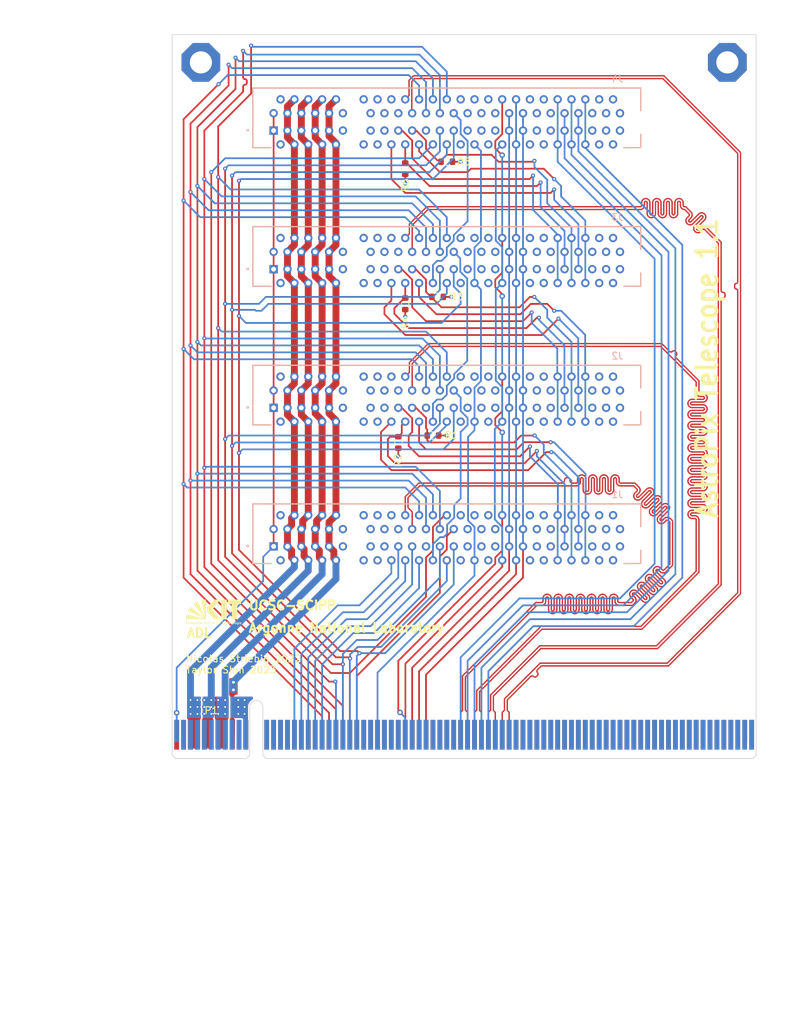
<source format=kicad_pcb>
(kicad_pcb (version 20211014) (generator pcbnew)
  (title_block (title "AstroPix Telescope") (date "2023-01-20") (rev "1.1") (company "KIT ADL, Argonne National Laboratory, UCSC"))
  (layers (0 "F.Cu" signal) (1 "In1.Cu" signal) (2 "In2.Cu" signal) (31 "B.Cu" signal) (34 "B.Paste" user) (35 "F.Paste" user) (36 "B.SilkS" user "B.Silkscreen") (37 "F.SilkS" user "F.Silkscreen") (38 "B.Mask" user) (39 "F.Mask" user) (44 "Edge.Cuts" user))
  (net 0 "")
  (net 1 "/spi_right_miso0")
  (net 2 "GND")
  (net 3 "/spi_left_miso1")
  (net 4 "/spi_right_csn")
  (net 5 "/spi_left_csn")
  (net 6 "/spi_right_mosi")
  (net 7 "/spi_left_clk")
  (net 8 "VDDA")
  (net 9 "/sample_clock_se_P")
  (net 10 "-HV")
  (net 11 "/interrupt")
  (net 12 "/POW4_in")
  (net 13 "/sample_clk2_N")
  (net 14 "/DAC_VCasc2!")
  (net 15 "/sample_clk2_P")
  (net 16 "/sample_clk4_N")
  (net 17 "/sample_clk1_N")
  (net 18 "/spi_left_mosi")
  (net 19 "/sr_ck1")
  (net 20 "/res_n")
  (net 21 "/VDD18_in")
  (net 22 "/hold")
  (net 23 "/DAC_blpix")
  (net 24 "/sr_rb")
  (net 25 "/Inj")
  (net 26 "/timestamp_clk")
  (net 27 "/sr_ck2")
  (net 28 "/sr_sin")
  (net 29 "/sample_clk3_N")
  (net 30 "/sr_out")
  (net 31 "/sample_clk4_P")
  (net 32 "/spi_left_miso0")
  (net 33 "/DAC_ThPix")
  (net 34 "/sr_ld")
  (net 35 "/sample_clk3_P")
  (net 36 "/sample_clk1_P")
  (net 37 "/DAC_vminuspix")
  (net 38 "/sample_clock_se_N")
  (net 39 "/spi_right_clk")
  (net 40 "/spi_right_miso1")
  (net 41 "/spi1_clk")
  (net 42 "/spi1_miso1")
  (net 43 "/spi1_miso0")
  (net 44 "/spi1_csn")
  (net 45 "/spi1_mosi")
  (net 46 "/spi2_clk")
  (net 47 "/spi2_miso1")
  (net 48 "/spi2_miso0")
  (net 49 "/spi2_csn")
  (net 50 "/spi2_mosi")
  (net 51 "/spi3_clk")
  (net 52 "/spi3_miso1")
  (net 53 "/spi3_miso0")
  (net 54 "/spi3_csn")
  (net 55 "/spi3_mosi")
  (net 56 "/sample_clk0_P")
  (net 57 "/sample_clk0_N")
  (net 58 "/sr_out1")
  (net 59 "/sr_out2")
  (net 60 "/sr_out3")
  (net 115 "/DAC_ThPMOS")
  (net 116 "VSSA")
  (footprint "Resistor_SMD:R_0603_1608Metric" (layer "F.Cu") (at 140 98.5)
    (fp_text reference "R1")
    (fp_text value "1Meg")
  )
  (footprint "MountingHole:MountingHole_3.2mm_M3_DIN965_Pad" (layer "F.Cu") (at 106.5 44.665)
    (fp_text reference "H2" hide)
    (fp_text value "MountingHole")
  )
  (footprint "astropix:logo" (layer "F.Cu") (at 108.35 124)
    (fp_text reference "Logo1" hide)
    (fp_text value "KIT_logo" hide)
  )
  (footprint "Resistor_SMD:R_0603_1608Metric" (layer "F.Cu") (at 136 60 -90)
    (fp_text reference "R6")
    (fp_text value "1Meg")
  )
  (footprint "Resistor_SMD:R_0603_1608Metric" (layer "F.Cu") (at 136 79.5 -90)
    (fp_text reference "R4")
    (fp_text value "1Meg")
  )
  (footprint "Resistor_SMD:R_0603_1608Metric" (layer "F.Cu") (at 140.675 78.5)
    (fp_text reference "R3")
    (fp_text value "1Meg")
  )
  (footprint "Resistor_SMD:R_0603_1608Metric" (layer "F.Cu") (at 135 99.5 -90)
    (fp_text reference "R2")
    (fp_text value "1Meg")
  )
  (footprint "MountingHole:MountingHole_3.2mm_M3_DIN965_Pad" (layer "F.Cu") (at 182.5 44.665)
    (fp_text reference "H1" hide)
    (fp_text value "MountingHole")
  )
  (footprint "Connector_PCBEdge:BUS_PCIexpress_x16" (layer "F.Cu") (at 103 141.665)
    (fp_text reference "P1")
    (fp_text value "pcie_GECCO")
    (fp_line (start 10.55 -4) (end 10.55 2.95) (layer "Edge.Cuts") (width 0.1))
    (fp_line (start 12.45 2.95) (end 12.95 3.45) (layer "Edge.Cuts") (width 0.1))
    (fp_line (start 83.65 2.95) (end 83.15 3.45) (layer "Edge.Cuts") (width 0.1))
    (fp_line (start -0.65 2.95) (end -0.15 3.45) (layer "Edge.Cuts") (width 0.1))
    (fp_line (start -0.65 -4.95) (end -0.65 2.95) (layer "Edge.Cuts") (width 0.1))
    (fp_line (start -0.15 3.45) (end 10.05 3.45) (layer "Edge.Cuts") (width 0.1))
    (fp_line (start 12.95 3.45) (end 83.15 3.45) (layer "Edge.Cuts") (width 0.1))
    (fp_line (start 12.45 -4) (end 12.45 2.95) (layer "Edge.Cuts") (width 0.1))
    (fp_line (start 10.55 2.95) (end 10.05 3.45) (layer "Edge.Cuts") (width 0.1))
    (fp_line (start 83.65 -4.95) (end 83.65 2.95) (layer "Edge.Cuts") (width 0.1))
    (fp_arc (start 10.55 -4) (mid 11.5 -4.95) (end 12.45 -4) (layer "Edge.Cuts") (width 0.1))
  )
  (footprint "Resistor_SMD:R_0603_1608Metric" (layer "F.Cu") (at 142 59)
    (fp_text reference "R5")
    (fp_text value "1Meg")
  )
  (footprint "astropix:SAMTEC_PCIE-098-02-X-D-TH" (layer "B.Cu") (at 142 52.665 180)
    (fp_text reference "J4")
    (fp_text value "AstroPix2_pcie")
  )
  (footprint "astropix:SAMTEC_PCIE-098-02-X-D-TH" (layer "B.Cu") (at 142 72.665 180)
    (fp_text reference "J3")
    (fp_text value "AstroPix2_pcie")
  )
  (footprint "astropix:SAMTEC_PCIE-098-02-X-D-TH" (layer "B.Cu") (at 142 112.665 180)
    (fp_text reference "J1")
    (fp_text value "AstroPix2_pcie")
  )
  (footprint "astropix:SAMTEC_PCIE-098-02-X-D-TH" (layer "B.Cu") (at 142 92.665 180)
    (fp_text reference "J2")
    (fp_text value "AstroPix2_pcie")
  )
  (gr_line (start 102.35 40.665) (end 186.65 40.665) (layer "Edge.Cuts") (width 0.1))
  (gr_line (start 186.65 136.715) (end 186.65 40.665) (layer "Edge.Cuts") (width 0.1))
  (gr_line (start 102.35 136.715) (end 102.35 40.665) (layer "Edge.Cuts") (width 0.1))
  (gr_text "Argonne National Laboratory\n" (at 127.5 126.25) (layer "F.SilkS") (effects (font (size 1.3 1.3) (thickness 0.3))))
  (gr_text "AstroPix Telescope 1.1\n\n" (at 182 88.75 90) (layer "F.SilkS") (effects (font (size 3 2.5) (thickness 0.5))))
  (gr_text "UCSC-SCIPP" (at 119.75 123) (layer "F.SilkS") (effects (font (size 1.3 1.3) (thickness 0.3))))
  (gr_text "Nicolas Striebig 2022\nTaylor Shin 2023" (at 104.25 131.5) (layer "F.SilkS") (effects (font (size 1 1)) (justify left)))
  (gr_text "ADL" (at 106.25 127) (layer "F.SilkS") (effects (font (size 1.3 1.3) (thickness 0.3))))
  (segment (start 168 124) (end 174 118) (width 0.25) (layer "B.Cu") (net 1))
  (segment (start 174 72) (end 160 58) (width 0.25) (layer "B.Cu") (net 1))
  (segment (start 146 141.665) (end 146 131.5) (width 0.25) (layer "B.Cu") (net 1))
  (segment (start 174 118) (end 174 72) (width 0.25) (layer "B.Cu") (net 1))
  (segment (start 153.5 124) (end 168 124) (width 0.25) (layer "B.Cu") (net 1))
  (segment (start 146 131.5) (end 153.5 124) (width 0.25) (layer "B.Cu") (net 1))
  (segment (start 160 50) (end 160 56.5) (width 0.25) (layer "B.Cu") (net 1))
  (segment (start 160 58) (end 160 56.5) (width 0.25) (layer "B.Cu") (net 1))
  (segment (start 140.825 98.5) (end 142 98.5) (width 0.25) (layer "F.Cu") (net 2))
  (segment (start 141.5 78.5) (end 142.6245 78.5) (width 0.25) (layer "F.Cu") (net 2))
  (segment (start 142.825 59) (end 144 59) (width 0.25) (layer "F.Cu") (net 2))
  (segment (start 135 100.325) (end 135 101.5) (width 0.25) (layer "F.Cu") (net 2))
  (segment (start 136 60.825) (end 136 62.1245) (width 0.25) (layer "F.Cu") (net 2))
  (segment (start 136 80.325) (end 136 81.3755) (width 0.25) (layer "F.Cu") (net 2))
  (via (at 111.9 138.665) (size 0.6) (drill 0.25) (layers "F.Cu" "B.Cu") (net 2))
  (via (at 144 59) (size 0.6) (drill 0.25) (layers "F.Cu" "B.Cu") (net 2))
  (via (at 111.9 136.665) (size 0.6) (drill 0.25) (layers "F.Cu" "B.Cu") (net 2))
  (via (at 142.6245 78.5) (size 0.6) (drill 0.25) (layers "F.Cu" "B.Cu") (net 2))
  (via (at 136 62.1245) (size 0.6) (drill 0.25) (layers "F.Cu" "B.Cu") (net 2))
  (via (at 142 98.5) (size 0.6) (drill 0.25) (layers "F.Cu" "B.Cu") (net 2))
  (via (at 135 101.5) (size 0.6) (drill 0.25) (layers "F.Cu" "B.Cu") (net 2))
  (via (at 112.8 136.665) (size 0.6) (drill 0.25) (layers "F.Cu" "B.Cu") (net 2))
  (via (at 112.8 137.665) (size 0.6) (drill 0.25) (layers "F.Cu" "B.Cu") (net 2))
  (via (at 112.8 138.665) (size 0.6) (drill 0.25) (layers "F.Cu" "B.Cu") (net 2))
  (via (at 136 81.3755) (size 0.6) (drill 0.25) (layers "F.Cu" "B.Cu") (net 2))
  (via (at 111.9 137.665) (size 0.6) (drill 0.25) (layers "F.Cu" "B.Cu") (net 2))
  (segment (start 130.5 125) (end 127.5 125) (width 0.25) (layer "B.Cu") (net 3))
  (segment (start 136 116.5) (end 136 119.5) (width 0.25) (layer "B.Cu") (net 3))
  (segment (start 136 119.5) (end 130.5 125) (width 0.25) (layer "B.Cu") (net 3))
  (segment (start 127.5 125) (end 122 130.5) (width 0.25) (layer "B.Cu") (net 3))
  (segment (start 122 130.5) (end 122 141.665) (width 0.25) (layer "B.Cu") (net 3))
  (segment (start 161 52) (end 161 54.5) (width 0.25) (layer "B.Cu") (net 4))
  (segment (start 168.5 125) (end 154 125) (width 0.25) (layer "B.Cu") (net 4))
  (segment (start 154 125) (end 147 132) (width 0.25) (layer "B.Cu") (net 4))
  (segment (start 175 118.5) (end 168.5 125) (width 0.25) (layer "B.Cu") (net 4))
  (segment (start 161 54.5) (end 161 57.5) (width 0.25) (layer "B.Cu") (net 4))
  (segment (start 147 132) (end 147 141.665) (width 0.25) (layer "B.Cu") (net 4))
  (segment (start 161 57.5) (end 175 71.5) (width 0.25) (layer "B.Cu") (net 4))
  (segment (start 175 71.5) (end 175 118.5) (width 0.25) (layer "B.Cu") (net 4))
  (segment (start 134 116.5) (end 134 118.375) (width 0.25) (layer "B.Cu") (net 5))
  (segment (start 120 129.25) (end 120 141.665) (width 0.25) (layer "B.Cu") (net 5))
  (segment (start 126.25 123) (end 120 129.25) (width 0.25) (layer "B.Cu") (net 5))
  (segment (start 134 118.375) (end 129.375 123) (width 0.25) (layer "B.Cu") (net 5))
  (segment (start 129.375 123) (end 126.25 123) (width 0.25) (layer "B.Cu") (net 5))
  (segment (start 154.5 126) (end 148 132.5) (width 0.25) (layer "B.Cu") (net 6))
  (segment (start 162 57) (end 176 71) (width 0.25) (layer "B.Cu") (net 6))
  (segment (start 169 126) (end 154.5 126) (width 0.25) (layer "B.Cu") (net 6))
  (segment (start 176 71) (end 176 119) (width 0.25) (layer "B.Cu") (net 6))
  (segment (start 162 50) (end 162 56.5) (width 0.25) (layer "B.Cu") (net 6))
  (segment (start 176 119) (end 169 126) (width 0.25) (layer "B.Cu") (net 6))
  (segment (start 148 132.5) (end 148 141.665) (width 0.25) (layer "B.Cu") (net 6))
  (segment (start 162 56.5) (end 162 57) (width 0.25) (layer "B.Cu") (net 6))
  (segment (start 121 130) (end 121 141.665) (width 0.25) (layer "B.Cu") (net 7))
  (segment (start 130 124) (end 127 124) (width 0.25) (layer "B.Cu") (net 7))
  (segment (start 135 119) (end 130 124) (width 0.25) (layer "B.Cu") (net 7))
  (segment (start 127 124) (end 121 130) (width 0.25) (layer "B.Cu") (net 7))
  (segment (start 135 114.5) (end 135 119) (width 0.25) (layer "B.Cu") (net 7))
  (segment (start 124 56.5) (end 124 70) (width 1) (layer "F.Cu") (net 8))
  (segment (start 124 70) (end 124 71) (width 1) (layer "F.Cu") (net 8))
  (segment (start 124 90) (end 124 91) (width 1) (layer "F.Cu") (net 8))
  (segment (start 123.6 116.1) (end 123.6 115.1) (width 1) (layer "F.Cu") (net 8))
  (segment (start 124 96.5) (end 124 110) (width 1) (layer "F.Cu") (net 8))
  (segment (start 123 55.5) (end 124 56.5) (width 1) (layer "F.Cu") (net 8))
  (segment (start 123 94.5) (end 123 95.3) (width 1) (layer "F.Cu") (net 8))
  (segment (start 123.6 115.1) (end 123 114.5) (width 1) (layer "F.Cu") (net 8))
  (segment (start 123 95.3) (end 124 96.3) (width 1) (layer "F.Cu") (net 8))
  (segment (start 123 51) (end 124 50) (width 1) (layer "F.Cu") (net 8))
  (segment (start 123 75.5) (end 124 76.5) (width 1) (layer "F.Cu") (net 8))
  (segment (start 123 54.5) (end 123 55.5) (width 1) (layer "F.Cu") (net 8))
  (segment (start 124 91) (end 123 92) (width 1) (layer "F.Cu") (net 8))
  (segment (start 124 96.3) (end 124 96.5) (width 1) (layer "F.Cu") (net 8))
  (segment (start 124 116.5) (end 123.6 116.1) (width 1) (layer "F.Cu") (net 8))
  (segment (start 124 76.5) (end 124 90) (width 1) (layer "F.Cu") (net 8))
  (segment (start 123 94.5) (end 123 92) (width 1) (layer "F.Cu") (net 8))
  (segment (start 123.2 111.8) (end 123.2 110.8) (width 1) (layer "F.Cu") (net 8))
  (segment (start 123 52) (end 123 51) (width 1) (layer "F.Cu") (net 8))
  (segment (start 123 74.5) (end 123 75.5) (width 1) (layer "F.Cu") (net 8))
  (segment (start 123 114.5) (end 123 112) (width 1) (layer "F.Cu") (net 8))
  (segment (start 124 71) (end 123 72) (width 1) (layer "F.Cu") (net 8))
  (segment (start 123 112) (end 123.2 111.8) (width 1) (layer "F.Cu") (net 8))
  (segment (start 123 72) (end 123 74.5) (width 1) (layer "F.Cu") (net 8))
  (segment (start 123.2 110.8) (end 124 110) (width 1) (layer "F.Cu") (net 8))
  (segment (start 123 52) (end 123 54.5) (width 1) (layer "F.Cu") (net 8))
  (via (at 110 138.665) (size 0.6) (drill 0.25) (layers "F.Cu" "B.Cu") (net 8))
  (via (at 110 136.665) (size 0.6) (drill 0.25) (layers "F.Cu" "B.Cu") (net 8))
  (via (at 109 136.665) (size 0.6) (drill 0.25) (layers "F.Cu" "B.Cu") (net 8))
  (via (at 109 138.665) (size 0.6) (drill 0.25) (layers "F.Cu" "B.Cu") (net 8))
  (via (at 109 137.665) (size 0.6) (drill 0.25) (layers "F.Cu" "B.Cu") (net 8))
  (via (at 110 137.665) (size 0.6) (drill 0.25) (layers "F.Cu" "B.Cu") (net 8))
  (segment (start 110 138.665) (end 110 132.5) (width 1) (layer "B.Cu") (net 8))
  (segment (start 110 132.5) (end 124 118.5) (width 1) (layer "B.Cu") (net 8))
  (segment (start 124 118.5) (end 124 116.5) (width 1) (layer "B.Cu") (net 8))
  (segment (start 117 54.5) (end 117 52) (width 0.25) (layer "F.Cu") (net 10))
  (segment (start 117 112) (end 117 92) (width 0.25) (layer "F.Cu") (net 10))
  (segment (start 103 138.5) (end 103 141.665) (width 0.25) (layer "F.Cu") (net 10))
  (segment (start 117 72) (end 117 54.5) (width 0.25) (layer "F.Cu") (net 10))
  (segment (start 117 114.5) (end 117 112) (width 0.25) (layer "F.Cu") (net 10))
  (segment (start 117 92) (end 117 74.5) (width 0.25) (layer "F.Cu") (net 10))
  (segment (start 117 74.5) (end 117 72) (width 0.25) (layer "F.Cu") (net 10))
  (via (at 103 138.5) (size 0.8) (drill 0.4) (layers "F.Cu" "B.Cu") (net 10))
  (segment (start 117 114.5) (end 115.5 116) (width 0.25) (layer "B.Cu") (net 10))
  (segment (start 103 132) (end 103 141.115) (width 0.25) (layer "B.Cu") (net 10))
  (segment (start 115.5 119.5) (end 103 132) (width 0.25) (layer "B.Cu") (net 10))
  (segment (start 115.5 116) (end 115.5 119.5) (width 0.25) (layer "B.Cu") (net 10))
  (segment (start 126 138) (end 126 141.665) (width 0.25) (layer "F.Cu") (net 11))
  (segment (start 106 85) (end 106 104) (width 0.25) (layer "F.Cu") (net 11))
  (segment (start 106 104) (end 106 118) (width 0.25) (layer "F.Cu") (net 11))
  (segment (start 106 118) (end 126 138) (width 0.25) (layer "F.Cu") (net 11))
  (segment (start 106 85) (end 106 62.5) (width 0.25) (layer "F.Cu") (net 11))
  (segment (start 111.5 48.5) (end 106 54) (width 0.25) (layer "F.Cu") (net 11))
  (segment (start 106 54) (end 106 62.5) (width 0.25) (layer "F.Cu") (net 11))
  (segment (start 111.5 43.994961) (end 111.5 48.5) (width 0.25) (layer "F.Cu") (net 11))
  (via (at 106 85) (size 0.6) (drill 0.25) (layers "F.Cu" "B.Cu") (net 11))
  (via (at 106 104) (size 0.6) (drill 0.25) (layers "F.Cu" "B.Cu") (net 11))
  (via (at 111.5 43.994961) (size 0.6) (drill 0.25) (layers "F.Cu" "B.Cu") (net 11))
  (via (at 106 62.5) (size 0.6) (drill 0.25) (layers "F.Cu" "B.Cu") (net 11))
  (segment (start 111.5 43.994961) (end 112.005039 44.5) (width 0.25) (layer "B.Cu") (net 11))
  (segment (start 106 104) (end 137 104) (width 0.25) (layer "B.Cu") (net 11))
  (segment (start 140 68) (end 140 70) (width 0.25) (layer "B.Cu") (net 11))
  (segment (start 140 107) (end 140 110) (width 0.25) (layer "B.Cu") (net 11))
  (segment (start 138 85.5) (end 140 87.5) (width 0.25) (layer "B.Cu") (net 11))
  (segment (start 106 62.5) (end 108.5 65) (width 0.25) (layer "B.Cu") (net 11))
  (segment (start 140 87.5) (end 140 90) (width 0.25) (layer "B.Cu") (net 11))
  (segment (start 137 104) (end 140 107) (width 0.25) (layer "B.Cu") (net 11))
  (segment (start 137.5 44.5) (end 140 47) (width 0.25) (layer "B.Cu") (net 11))
  (segment (start 112.005039 44.5) (end 137.5 44.5) (width 0.25) (layer "B.Cu") (net 11))
  (segment (start 137 65) (end 140 68) (width 0.25) (layer "B.Cu") (net 11))
  (segment (start 108.5 65) (end 137 65) (width 0.25) (layer "B.Cu") (net 11))
  (segment (start 140 47) (end 140 50) (width 0.25) (layer "B.Cu") (net 11))
  (segment (start 106 85) (end 106.5 85.5) (width 0.25) (layer "B.Cu") (net 11))
  (segment (start 106.5 85.5) (end 138 85.5) (width 0.25) (layer "B.Cu") (net 11))
  (segment (start 122 70) (end 122 71) (width 1) (layer "F.Cu") (net 12))
  (segment (start 121.4 115.9) (end 122 116.5) (width 1) (layer "F.Cu") (net 12))
  (segment (start 121 74.5) (end 121 75.5) (width 1) (layer "F.Cu") (net 12))
  (segment (start 122 76.5) (end 122 90) (width 1) (layer "F.Cu") (net 12))
  (segment (start 121 55.5) (end 122 56.5) (width 1) (layer "F.Cu") (net 12))
  (segment (start 122 56.5) (end 122 70) (width 1) (layer "F.Cu") (net 12))
  (segment (start 121 54.5) (end 121 55.5) (width 1) (layer "F.Cu") (net 12))
  (segment (start 121 94.5) (end 121 95.5) (width 1) (layer "F.Cu") (net 12))
  (segment (start 122 90) (end 122 91) (width 1) (layer "F.Cu") (net 12))
  (segment (start 121 52) (end 121 51) (width 1) (layer "F.Cu") (net 12))
  (segment (start 122 110) (end 122 96.5) (width 1) (layer "F.Cu") (net 12))
  (segment (start 121 94.5) (end 121 92) (width 1) (layer "F.Cu") (net 12))
  (segment (start 121.2 111.8) (end 121 112) (width 1) (layer "F.Cu") (net 12))
  (segment (start 122 91) (end 121 92) (width 1) (layer "F.Cu") (net 12))
  (segment (start 121 51) (end 122 50) (width 1) (layer "F.Cu") (net 12))
  (segment (start 121 114.5) (end 121.4 114.9) (width 1) (layer "F.Cu") (net 12))
  (segment (start 122 71) (end 121 72) (width 1) (layer "F.Cu") (net 12))
  (segment (start 121.4 114.9) (end 121.4 115.9) (width 1) (layer "F.Cu") (net 12))
  (segment (start 121 52) (end 121 54.5) (width 1) (layer "F.Cu") (net 12))
  (segment (start 121 95.5) (end 122 96.5) (width 1) (layer "F.Cu") (net 12))
  (segment (start 121.2 110.8) (end 121.2 111.8) (width 1) (layer "F.Cu") (net 12))
  (segment (start 121 75.5) (end 122 76.5) (width 1) (layer "F.Cu") (net 12))
  (segment (start 121 72) (end 121 74.5) (width 1) (layer "F.Cu") (net 12))
  (segment (start 121 112) (end 121 114.5) (width 1) (layer "F.Cu") (net 12))
  (segment (start 122 110) (end 121.2 110.8) (width 1) (layer "F.Cu") (net 12))
  (via (at 108 137.665) (size 0.6) (drill 0.25) (layers "F.Cu" "B.Cu") (net 12))
  (via (at 107 136.665) (size 0.6) (drill 0.25) (layers "F.Cu" "B.Cu") (net 12))
  (via (at 108 138.665) (size 0.6) (drill 0.25) (layers "F.Cu" "B.Cu") (net 12))
  (via (at 107 137.665) (size 0.6) (drill 0.25) (layers "F.Cu" "B.Cu") (net 12))
  (via (at 107 138.665) (size 0.6) (drill 0.25) (layers "F.Cu" "B.Cu") (net 12))
  (via (at 108 136.665) (size 0.6) (drill 0.25) (layers "F.Cu" "B.Cu") (net 12))
  (segment (start 108 132) (end 122 118) (width 1) (layer "B.Cu") (net 12))
  (segment (start 108 138.665) (end 108 136.665) (width 1) (layer "B.Cu") (net 12))
  (segment (start 108 136.665) (end 108 132) (width 1) (layer "B.Cu") (net 12))
  (segment (start 122 118) (end 122 116.5) (width 1) (layer "B.Cu") (net 12))
  (segment (start 178 104.07) (end 178.987836 104.07) (width 0.2) (layer "F.Cu") (net 13))
  (segment (start 178.4 99.67) (end 177.412164 99.67) (width 0.2) (layer "F.Cu") (net 13))
  (segment (start 178.987836 102.87) (end 178.4 102.87) (width 0.2) (layer "F.Cu") (net 13))
  (segment (start 178.987836 93.27) (end 178.6 93.27) (width 0.2) (layer "F.Cu") (net 13))
  (segment (start 178 107.27) (end 178.987836 107.27) (width 0.2) (layer "F.Cu") (net 13))
  (segment (start 178 94.47) (end 178.987836 94.47) (width 0.2) (layer "F.Cu") (net 13))
  (segment (start 137 88.130686) (end 139.490687 85.64) (width 0.2) (layer "F.Cu") (net 13))
  (segment (start 178.987836 106.07) (end 178.4 106.07) (width 0.2) (layer "F.Cu") (net 13))
  (segment (start 178.987836 109.27) (end 178.4 109.27) (width 0.2) (layer "F.Cu") (net 13))
  (segment (start 178.4 109.27) (end 177.412164 109.27) (width 0.2) (layer "F.Cu") (net 13))
  (segment (start 178 108.87) (end 178.987836 108.87) (width 0.2) (layer "F.Cu") (net 13))
  (segment (start 146.325 138.114999) (end 146 138.439999) (width 0.2) (layer "F.Cu") (net 13))
  (segment (start 178 110.67) (end 178 114.810106) (width 0.2) (layer "F.Cu") (net 13))
  (segment (start 178 90.765686) (end 178 92.27) (width 0.2) (layer "F.Cu") (net 13))
  (segment (start 178 102.47) (end 178.987836 102.47) (width 0.2) (layer "F.Cu") (net 13))
  (segment (start 170.01 126.04) (end 155.577514 126.04) (width 0.2) (layer "F.Cu") (net 13))
  (segment (start 178.4 107.67) (end 177.412164 107.67) (width 0.2) (layer "F.Cu") (net 13))
  (segment (start 137 92) (end 137 88.130686) (width 0.2) (layer "F.Cu") (net 13))
  (segment (start 178.4 101.27) (end 177.412164 101.27) (width 0.2) (layer "F.Cu") (net 13))
  (segment (start 178.987836 94.87) (end 178.4 94.87) (width 0.2) (layer "F.Cu") (net 13))
  (segment (start 178.987836 107.67) (end 178.4 107.67) (width 0.2) (layer "F.Cu") (net 13))
  (segment (start 178 96.07) (end 178.987836 96.07) (width 0.2) (layer "F.Cu") (net 13))
  (segment (start 177.412164 105.67) (end 178 105.67) (width 0.2) (layer "F.Cu") (net 13))
  (segment (start 178.987836 96.47) (end 178.4 96.47) (width 0.2) (layer "F.Cu") (net 13))
  (segment (start 178.4 96.47) (end 177.412164 96.47) (width 0.2) (layer "F.Cu") (net 13))
  (segment (start 177.412164 104.07) (end 178 104.07) (width 0.2) (layer "F.Cu") (net 13))
  (segment (start 178.6 92.87) (end 178.987836 92.87) (width 0.2) (layer "F.Cu") (net 13))
  (segment (start 177.412164 100.87) (end 178 100.87) (width 0.2) (layer "F.Cu") (net 13))
  (segment (start 178 118.05) (end 170.01 126.04) (width 0.2) (layer "F.Cu") (net 13))
  (segment (start 178.987836 98.07) (end 178.4 98.07) (width 0.2) (layer "F.Cu") (net 13))
  (segment (start 178.4 94.87) (end 177.412164 94.87) (width 0.2) (layer "F.Cu") (net 13))
  (segment (start 178.987836 101.27) (end 178.4 101.27) (width 0.2) (layer "F.Cu") (net 13))
  (segment (start 178.987836 104.47) (end 178.4 104.47) (width 0.2) (layer "F.Cu") (net 13))
  (segment (start 172.874314 85.64) (end 178 90.765686) (width 0.2) (layer "F.Cu") (net 13))
  (segment (start 178 99.27) (end 178.987836 99.27) (width 0.2) (layer "F.Cu") (net 13))
  (segment (start 177.412164 99.27) (end 178 99.27) (width 0.2) (layer "F.Cu") (net 13))
  (segment (start 155.577514 126.04) (end 146.325 135.292514) (width 0.2) (layer "F.Cu") (net 13))
  (segment (start 177.412164 110.47) (end 177.8 110.47) (width 0.2) (layer "F.Cu") (net 13))
  (segment (start 178 105.67) (end 178.987836 105.67) (width 0.2) (layer "F.Cu") (net 13))
  (segment (start 177.412164 102.47) (end 178 102.47) (width 0.2) (layer "F.Cu") (net 13))
  (segment (start 178.4 106.07) (end 177.412164 106.07) (width 0.2) (layer "F.Cu") (net 13))
  (segment (start 178.987836 99.67) (end 178.4 99.67) (width 0.2) (layer "F.Cu") (net 13))
  (segment (start 177.412164 96.07) (end 178 96.07) (width 0.2) (layer "F.Cu") (net 13))
  (segment (start 178 97.67) (end 178.987836 97.67) (width 0.2) (layer "F.Cu") (net 13))
  (segment (start 178.4 104.47) (end 177.412164 104.47) (width 0.2) (layer "F.Cu") (net 13))
  (segment (start 177.412164 108.87) (end 178 108.87) (width 0.2) (layer "F.Cu") (net 13))
  (segment (start 139.490687 85.64) (end 172.874314 85.64) (width 0.2) (layer "F.Cu") (net 13))
  (segment (start 178 100.87) (end 178.987836 100.87) (width 0.2) (layer "F.Cu") (net 13))
  (segment (start 177.412164 97.67) (end 178 97.67) (width 0.2) (layer "F.Cu") (net 13))
  (segment (start 177.412164 94.47) (end 178 94.47) (width 0.2) (layer "F.Cu") (net 13))
  (segment (start 146.325 135.292514) (end 146.325 138.114999) (width 0.2) (layer "F.Cu") (net 13))
  (segment (start 178.4 98.07) (end 177.412164 98.07) (width 0.2) (layer "F.Cu") (net 13))
  (segment (start 177.412164 107.27) (end 178 107.27) (width 0.2) (layer "F.Cu") (net 13))
  (segment (start 178.6 93.27) (end 177.412164 93.27) (width 0.2) (layer "F.Cu") (net 13))
  (segment (start 146 138.439999) (end 146 141.665) (width 0.2) (layer "F.Cu") (net 13))
  (segment (start 178.4 102.87) (end 177.412164 102.87) (width 0.2) (layer "F.Cu") (net 13))
  (segment (start 178 114.810106) (end 178 118.05) (width 0.2) (layer "F.Cu") (net 13))
  (arc (start 179.187836 99.47) (mid 179.129257 99.611421) (end 178.987836 99.67) (width 0.2) (layer "F.Cu") (net 13))
  (arc (start 178.987836 107.27) (mid 179.129257 107.328579) (end 179.187836 107.47) (width 0.2) (layer "F.Cu") (net 13))
  (arc (start 179.187836 94.67) (mid 179.129257 94.811421) (end 178.987836 94.87) (width 0.2) (layer "F.Cu") (net 13))
  (arc (start 176.812164 105.07) (mid 176.9879 105.494264) (end 177.412164 105.67) (width 0.2) (layer "F.Cu") (net 13))
  (arc (start 176.812164 103.47) (mid 176.9879 103.894264) (end 177.412164 104.07) (width 0.2) (layer "F.Cu") (net 13))
  (arc (start 177.412164 106.07) (mid 176.9879 106.245736) (end 176.812164 106.67) (width 0.2) (layer "F.Cu") (net 13))
  (arc (start 178.987836 108.87) (mid 179.129257 108.928579) (end 179.187836 109.07) (width 0.2) (layer "F.Cu") (net 13))
  (arc (start 177.8 110.47) (mid 177.941421 110.528579) (end 178 110.67) (width 0.2) (layer "F.Cu") (net 13))
  (arc (start 176.812164 97.07) (mid 176.9879 97.494264) (end 177.412164 97.67) (width 0.2) (layer "F.Cu") (net 13))
  (arc (start 179.187836 104.27) (mid 179.129257 104.411421) (end 178.987836 104.47) (width 0.2) (layer "F.Cu") (net 13))
  (arc (start 177.412164 104.47) (mid 176.9879 104.645736) (end 176.812164 105.07) (width 0.2) (layer "F.Cu") (net 13))
  (arc (start 176.812164 101.87) (mid 176.9879 102.294264) (end 177.412164 102.47) (width 0.2) (layer "F.Cu") (net 13))
  (arc (start 179.187836 107.47) (mid 179.129257 107.611421) (end 178.987836 107.67) (width 0.2) (layer "F.Cu") (net 13))
  (arc (start 178.987836 99.27) (mid 179.129257 99.328579) (end 179.187836 99.47) (width 0.2) (layer "F.Cu") (net 13))
  (arc (start 176.812164 95.47) (mid 176.9879 95.894264) (end 177.412164 96.07) (width 0.2) (layer "F.Cu") (net 13))
  (arc (start 178.987836 105.67) (mid 179.129257 105.728579) (end 179.187836 105.87) (width 0.2) (layer "F.Cu") (net 13))
  (arc (start 178.987836 100.87) (mid 179.129257 100.928579) (end 179.187836 101.07) (width 0.2) (layer "F.Cu") (net 13))
  (arc (start 178.987836 104.07) (mid 179.129257 104.128579) (end 179.187836 104.27) (width 0.2) (layer "F.Cu") (net 13))
  (arc (start 177.412164 101.27) (mid 176.9879 101.445736) (end 176.812164 101.87) (width 0.2) (layer "F.Cu") (net 13))
  (arc (start 176.812164 108.27) (mid 176.9879 108.694264) (end 177.412164 108.87) (width 0.2) (layer "F.Cu") (net 13))
  (arc (start 179.187836 101.07) (mid 179.129257 101.211421) (end 178.987836 101.27) (width 0.2) (layer "F.Cu") (net 13))
  (arc (start 178.987836 94.47) (mid 179.129257 94.528579) (end 179.187836 94.67) (width 0.2) (layer "F.Cu") (net 13))
  (arc (start 178.987836 96.07) (mid 179.129257 96.128579) (end 179.187836 96.27) (width 0.2) (layer "F.Cu") (net 13))
  (arc (start 179.187836 97.87) (mid 179.129257 98.011421) (end 178.987836 98.07) (width 0.2) (layer "F.Cu") (net 13))
  (arc (start 176.812164 93.87) (mid 176.9879 94.294264) (end 177.412164 94.47) (width 0.2) (layer "F.Cu") (net 13))
  (arc (start 178.987836 97.67) (mid 179.129257 97.728579) (end 179.187836 97.87) (width 0.2) (layer "F.Cu") (net 13))
  (arc (start 177.412164 93.27) (mid 176.9879 93.445736) (end 176.812164 93.87) (width 0.2) (layer "F.Cu") (net 13))
  (arc (start 179.187836 93.07) (mid 179.129257 93.211421) (end 178.987836 93.27) (width 0.2) (layer "F.Cu") (net 13))
  (arc (start 177.412164 99.67) (mid 176.9879 99.845736) (end 176.812164 100.27) (width 0.2) (layer "F.Cu") (net 13))
  (arc (start 178.987836 92.87) (mid 179.129257 92.928579) (end 179.187836 93.07) (width 0.2) (layer "F.Cu") (net 13))
  (arc (start 176.812164 109.87) (mid 176.9879 110.294264) (end 177.412164 110.47) (width 0.2) (layer "F.Cu") (net 13))
  (arc (start 176.812164 100.27) (mid 176.9879 100.694264) (end 177.412164 100.87) (width 0.2) (layer "F.Cu") (net 13))
  (arc (start 177.412164 109.27) (mid 176.9879 109.445736) (end 176.812164 109.87) (width 0.2) (layer "F.Cu") (net 13))
  (arc (start 177.412164 102.87) (mid 176.9879 103.045736) (end 176.812164 103.47) (width 0.2) (layer "F.Cu") (net 13))
  (arc (start 177.412164 98.07) (mid 176.9879 98.245736) (end 176.812164 98.67) (width 0.2) (layer "F.Cu") (net 13))
  (arc (start 178 92.27) (mid 178.175736 92.694264) (end 178.6 92.87) (width 0.2) (layer "F.Cu") (net 13))
  (arc (start 178.987836 102.47) (mid 179.129257 102.528579) (end 179.187836 102.67) (width 0.2) (layer "F.Cu") (net 13))
  (arc (start 176.812164 106.67) (mid 176.9879 107.094264) (end 177.412164 107.27) (width 0.2) (layer "F.Cu") (net 13))
  (arc (start 176.812164 98.67) (mid 176.9879 99.094264) (end 177.412164 99.27) (width 0.2) (layer "F.Cu") (net 13))
  (arc (start 179.187836 102.67) (mid 179.129257 102.811421) (end 178.987836 102.87) (width 0.2) (layer "F.Cu") (net 13))
  (arc (start 179.187836 109.07) (mid 179.129257 109.211421) (end 178.987836 109.27) (width 0.2) (layer "F.Cu") (net 13))
  (arc (start 177.412164 94.87) (mid 176.9879 95.045736) (end 176.812164 95.47) (width 0.2) (layer "F.Cu") (net 13))
  (arc (start 179.187836 96.27) (mid 179.129257 96.411421) (end 178.987836 96.47) (width 0.2) (layer "F.Cu") (net 13))
  (arc (start 179.187836 105.87) (mid 179.129257 106.011421) (end 178.987836 106.07) (width 0.2) (layer "F.Cu") (net 13))
  (arc (start 177.412164 107.67) (mid 176.9879 107.845736) (end 176.812164 108.27) (width 0.2) (layer "F.Cu") (net 13))
  (arc (start 177.412164 96.47) (mid 176.9879 96.645736) (end 176.812164 97.07) (width 0.2) (layer "F.Cu") (net 13))
  (segment (start 151 114.5) (end 151 118) (width 0.25) (layer "F.Cu") (net 14))
  (segment (start 137 132) (end 137 141.665) (width 0.25) (layer "F.Cu") (net 14))
  (segment (start 151 118) (end 137 132) (width 0.25) (layer "F.Cu") (net 14))
  (segment (start 151 54.5) (end 151 72) (width 0.25) (layer "B.Cu") (net 14))
  (segment (start 151 52) (end 151 54.5) (width 0.25) (layer "B.Cu") (net 14))
  (segment (start 151 74.5) (end 151 114.5) (width 0.25) (layer "B.Cu") (net 14))
  (segment (start 151 72) (end 151 74.5) (width 0.25) (layer "B.Cu") (net 14))
  (segment (start 178.987836 106.47) (end 178.4 106.47) (width 0.2) (layer "F.Cu") (net 15))
  (segment (start 178 94.07) (end 178.987836 94.07) (width 0.2) (layer "F.Cu") (net 15))
  (segment (start 178.4 110.67) (end 178.4 114.810106) (width 0.2) (layer "F.Cu") (net 15))
  (segment (start 178.6 92.47) (end 178.987836 92.47) (width 0.2) (layer "F.Cu") (net 15))
  (segment (start 173.04 85.24) (end 174.16 86.36) (width 0.2) (layer "F.Cu") (net 15))
  (segment (start 146.725 138.164999) (end 147 138.439999) (width 0.2) (layer "F.Cu") (net 15))
  (segment (start 175.126433 87.326433) (end 175.126434 87.326435) (width 0.2) (layer "F.Cu") (net 15))
  (segment (start 147 138.439999) (end 147 141.665) (width 0.2) (layer "F.Cu") (net 15))
  (segment (start 178 102.07) (end 178.987836 102.07) (width 0.2) (layer "F.Cu") (net 15))
  (segment (start 178.4 118.215686) (end 170.175686 126.44) (width 0.2) (layer "F.Cu") (net 15))
  (segment (start 136.6 87.965001) (end 139.325001 85.24) (width 0.2) (layer "F.Cu") (net 15))
  (segment (start 178.4 109.67) (end 177.412164 109.67) (width 0.2) (layer "F.Cu") (net 15))
  (segment (start 177.412164 108.47) (end 178 108.47) (width 0.2) (layer "F.Cu") (net 15))
  (segment (start 177.412164 110.07) (end 177.8 110.07) (width 0.2) (layer "F.Cu") (net 15))
  (segment (start 177.412164 105.27) (end 178 105.27) (width 0.2) (layer "F.Cu") (net 15))
  (segment (start 177.412164 97.27) (end 178 97.27) (width 0.2) (layer "F.Cu") (net 15))
  (segment (start 174.961498 86.36) (end 175.126433 86.524935) (width 0.2) (layer "F.Cu") (net 15))
  (segment (start 178.4 101.67) (end 177.412164 101.67) (width 0.2) (layer "F.Cu") (net 15))
  (segment (start 178.987836 101.67) (end 178.4 101.67) (width 0.2) (layer "F.Cu") (net 15))
  (segment (start 178.4 90.6) (end 178.4 92.27) (width 0.2) (layer "F.Cu") (net 15))
  (segment (start 178 98.87) (end 178.987836 98.87) (width 0.2) (layer "F.Cu") (net 15))
  (segment (start 177.412164 98.87) (end 178 98.87) (width 0.2) (layer "F.Cu") (net 15))
  (segment (start 178 97.27) (end 178.987836 97.27) (width 0.2) (layer "F.Cu") (net 15))
  (segment (start 178 103.67) (end 178.987836 103.67) (width 0.2) (layer "F.Cu") (net 15))
  (segment (start 177.412164 100.47) (end 178 100.47) (width 0.2) (layer "F.Cu") (net 15))
  (segment (start 178.4 114.810106) (end 178.4 118.215686) (width 0.2) (layer "F.Cu") (net 15))
  (segment (start 178.4 103.27) (end 177.412164 103.27) (width 0.2) (layer "F.Cu") (net 15))
  (segment (start 178.987836 109.67) (end 178.4 109.67) (width 0.2) (layer "F.Cu") (net 15))
  (segment (start 178.4 95.27) (end 177.412164 95.27) (width 0.2) (layer "F.Cu") (net 15))
  (segment (start 178 108.47) (end 178.987836 108.47) (width 0.2) (layer "F.Cu") (net 15))
  (segment (start 155.7432 126.44) (end 146.725 135.4582) (width 0.2) (layer "F.Cu") (net 15))
  (segment (start 177.412164 94.07) (end 178 94.07) (width 0.2) (layer "F.Cu") (net 15))
  (segment (start 178 95.67) (end 178.987836 95.67) (width 0.2) (layer "F.Cu") (net 15))
  (segment (start 139.325001 85.24) (end 173.04 85.24) (width 0.2) (layer "F.Cu") (net 15))
  (segment (start 178.4 96.87) (end 177.412164 96.87) (width 0.2) (layer "F.Cu") (net 15))
  (segment (start 177.412164 106.87) (end 178 106.87) (width 0.2) (layer "F.Cu") (net 15))
  (segment (start 178.987836 103.27) (end 178.4 103.27) (width 0.2) (layer "F.Cu") (net 15))
  (segment (start 178 100.47) (end 178.987836 100.47) (width 0.2) (layer "F.Cu") (net 15))
  (segment (start 177.412164 103.67) (end 178 103.67) (width 0.2) (layer "F.Cu") (net 15))
  (segment (start 178.987836 104.87) (end 178.4 104.87) (width 0.2) (layer "F.Cu") (net 15))
  (segment (start 136.6 89.4) (end 136.6 87.965001) (width 0.2) (layer "F.Cu") (net 15))
  (segment (start 178.4 106.47) (end 177.412164 106.47) (width 0.2) (layer "F.Cu") (net 15))
  (segment (start 175.126434 87.326435) (end 178.4 90.6) (width 0.2) (layer "F.Cu") (net 15))
  (segment (start 146.725 135.4582) (end 146.725 138.164999) (width 0.2) (layer "F.Cu") (net 15))
  (segment (start 178.4 108.07) (end 177.412164 108.07) (width 0.2) (layer "F.Cu") (net 15))
  (segment (start 178 106.87) (end 178.987836 106.87) (width 0.2) (layer "F.Cu") (net 15))
  (segment (start 136 90) (end 136.6 89.4) (width 0.2) (layer "F.Cu") (net 15))
  (segment (start 178.4 100.07) (end 177.412164 100.07) (width 0.2) (layer "F.Cu") (net 15))
  (segment (start 178.4 98.47) (end 177.412164 98.47) (width 0.2) (layer "F.Cu") (net 15))
  (segment (start 174.560749 86.359999) (end 174.56075 86.360001) (width 0.2) (layer "F.Cu") (net 15))
  (segment (start 178.987836 98.47) (end 178.4 98.47) (width 0.2) (layer "F.Cu") (net 15))
  (segment (start 178.987836 108.07) (end 178.4 108.07) (width 0.2) (layer "F.Cu") (net 15))
  (segment (start 177.412164 102.07) (end 178 102.07) (width 0.2) (layer "F.Cu") (net 15))
  (segment (start 178.4 104.87) (end 177.412164 104.87) (width 0.2) (layer "F.Cu") (net 15))
  (segment (start 177.412164 95.67) (end 178 95.67) (width 0.2) (layer "F.Cu") (net 15))
  (segment (start 178.987836 93.67) (end 178.6 93.67) (width 0.2) (layer "F.Cu") (net 15))
  (segment (start 178.987836 96.87) (end 178.4 96.87) (width 0.2) (layer "F.Cu") (net 15))
  (segment (start 170.175686 126.44) (end 155.7432 126.44) (width 0.2) (layer "F.Cu") (net 15))
  (segment (start 178.987836 95.27) (end 178.4 95.27) (width 0.2) (layer "F.Cu") (net 15))
  (segment (start 178 105.27) (end 178.987836 105.27) (width 0.2) (layer "F.Cu") (net 15))
  (segment (start 174.961498 86.360001) (end 174.961498 86.36) (width 0.2) (layer "F.Cu") (net 15))
  (segment (start 178.6 93.67) (end 177.412164 93.67) (width 0.2) (layer "F.Cu") (net 15))
  (segment (start 178.987836 100.07) (end 178.4 100.07) (width 0.2) (layer "F.Cu") (net 15))
  (arc (start 178.987836 103.67) (mid 179.4121 103.845736) (end 179.587836 104.27) (width 0.2) (layer "F.Cu") (net 15))
  (arc (start 177.212164 105.07) (mid 177.270743 105.211421) (end 177.412164 105.27) (width 0.2) (layer "F.Cu") (net 15))
  (arc (start 179.587836 102.67) (mid 179.4121 103.094264) (end 178.987836 103.27) (width 0.2) (layer "F.Cu") (net 15))
  (arc (start 177.412164 104.87) (mid 177.270743 104.928579) (end 177.212164 105.07) (width 0.2) (layer "F.Cu") (net 15))
  (arc (start 177.412164 106.47) (mid 177.270743 106.528579) (end 177.212164 106.67) (width 0.2) (layer "F.Cu") (net 15))
  (arc (start 179.587836 99.47) (mid 179.4121 99.894264) (end 178.987836 100.07) (width 0.2) (layer "F.Cu") (net 15))
  (arc (start 177.212164 106.67) (mid 177.270743 106.811421) (end 177.412164 106.87) (width 0.2) (layer "F.Cu") (net 15))
  (arc (start 177.212164 108.27) (mid 177.270743 108.411421) (end 177.412164 108.47) (width 0.2) (layer "F.Cu") (net 15))
  (arc (start 177.212164 101.87) (mid 177.270743 102.011421) (end 177.412164 102.07) (width 0.2) (layer "F.Cu") (net 15))
  (arc (start 178.987836 105.27) (mid 179.4121 105.445736) (end 179.587836 105.87) (width 0.2) (layer "F.Cu") (net 15))
  (arc (start 177.412164 100.07) (mid 177.270743 100.128579) (end 177.212164 100.27) (width 0.2) (layer "F.Cu") (net 15))
  (arc (start 178.987836 108.47) (mid 179.4121 108.645736) (end 179.587836 109.07) (width 0.2) (layer "F.Cu") (net 15))
  (arc (start 179.587836 97.87) (mid 179.4121 98.294264) (end 178.987836 98.47) (width 0.2) (layer "F.Cu") (net 15))
  (arc (start 177.8 110.07) (mid 178.224264 110.245736) (end 178.4 110.67) (width 0.2) (layer "F.Cu") (net 15))
  (arc (start 177.412164 96.87) (mid 177.270743 96.928579) (end 177.212164 97.07) (width 0.2) (layer "F.Cu") (net 15))
  (arc (start 178.987836 102.07) (mid 179.4121 102.245736) (end 179.587836 102.67) (width 0.2) (layer "F.Cu") (net 15))
  (arc (start 175.126433 86.524935) (mid 175.209432 86.725311) (end 175.126433 86.925685) (width 0.2) (layer "F.Cu") (net 15))
  (arc (start 177.412164 95.27) (mid 177.270743 95.328579) (end 177.212164 95.47) (width 0.2) (layer "F.Cu") (net 15))
  (arc (start 178.987836 98.87) (mid 179.4121 99.045736) (end 179.587836 99.47) (width 0.2) (layer "F.Cu") (net 15))
  (arc (start 178.987836 94.07) (mid 179.4121 94.245736) (end 179.587836 94.67) (width 0.2) (layer "F.Cu") (net 15))
  (arc (start 177.412164 101.67) (mid 177.270743 101.728579) (end 177.212164 101.87) (width 0.2) (layer "F.Cu") (net 15))
  (arc (start 178.987836 100.47) (mid 179.4121 100.645736) (end 179.587836 101.07) (width 0.2) (layer "F.Cu") (net 15))
  (arc (start 174.56075 86.360001) (mid 174.761124 86.277003) (end 174.961498 86.360001) (width 0.2) (layer "F.Cu") (net 15))
  (arc (start 179.587836 93.07) (mid 179.4121 93.494264) (end 178.987836 93.67) (width 0.2) (layer "F.Cu") (net 15))
  (arc (start 177.212164 93.87) (mid 177.270743 94.011421) (end 177.412164 94.07) (width 0.2) (layer "F.Cu") (net 15))
  (arc (start 177.412164 108.07) (mid 177.270743 108.128579) (end 177.212164 108.27) (width 0.2) (layer "F.Cu") (net 15))
  (arc (start 179.587836 96.27) (mid 179.4121 96.694264) (end 178.987836 96.87) (width 0.2) (layer "F.Cu") (net 15))
  (arc (start 177.212164 98.67) (mid 177.270743 98.811421) (end 177.412164 98.87) (width 0.2) (layer "F.Cu") (net 15))
  (arc (start 177.412164 93.67) (mid 177.270743 93.728579) (end 177.212164 93.87) (width 0.2) (layer "F.Cu") (net 15))
  (arc (start 177.212164 109.87) (mid 177.270743 110.011421) (end 177.412164 110.07) (width 0.2) (layer "F.Cu") (net 15))
  (arc (start 179.587836 101.07) (mid 179.4121 101.494264) (end 178.987836 101.67) (width 0.2) (layer "F.Cu") (net 15))
  (arc (start 179.587836 104.27) (mid 179.4121 104.694264) (end 178.987836 104.87) (width 0.2) (layer "F.Cu") (net 15))
  (arc (start 177.412164 109.67) (mid 177.270743 109.728579) (end 177.212164 109.87) (width 0.2) (layer "F.Cu") (net 15))
  (arc (start 179.587836 107.47) (mid 179.4121 107.894264) (end 178.987836 108.07) (width 0.2) (layer "F.Cu") (net 15))
  (arc (start 178.987836 97.27) (mid 179.4121 97.445736) (end 179.587836 97.87) (width 0.2) (layer "F.Cu") (net 15))
  (arc (start 178.987836 95.67) (mid 179.4121 95.845736) (end 179.587836 96.27) (width 0.2) (layer "F.Cu") (net 15))
  (arc (start 177.212164 95.47) (mid 177.270743 95.611421) (end 177.412164 95.67) (width 0.2) (layer "F.Cu") (net 15))
  (arc (start 177.212164 97.07) (mid 177.270743 97.211421) (end 177.412164 97.27) (width 0.2) (layer "F.Cu") (net 15))
  (arc (start 178.987836 106.87) (mid 179.4121 107.045736) (end 179.587836 107.47) (width 0.2) (layer "F.Cu") (net 15))
  (arc (start 178.987836 92.47) (mid 179.4121 92.645736) (end 179.587836 93.07) (width 0.2) (layer "F.Cu") (net 15))
  (arc (start 179.587836 94.67) (mid 179.4121 95.094264) (end 178.987836 95.27) (width 0.2) (layer "F.Cu") (net 15))
  (arc (start 179.587836 105.87) (mid 179.4121 106.294264) (end 178.987836 106.47) (width 0.2) (layer "F.Cu") (net 15))
  (arc (start 177.212164 103.47) (mid 177.270743 103.611421) (end 177.412164 103.67) (width 0.2) (layer "F.Cu") (net 15))
  (arc (start 177.212164 100.27) (mid 177.270743 100.411421) (end 177.412164 100.47) (width 0.2) (layer "F.Cu") (net 15))
  (arc (start 177.412164 103.27) (mid 177.270743 103.328579) (end 177.212164 103.47) (width 0.2) (layer "F.Cu") (net 15))
  (arc (start 178.4 92.27) (mid 178.458579 92.411421) (end 178.6 92.47) (width 0.2) (layer "F.Cu") (net 15))
  (arc (start 174.16 86.36) (mid 174.360375 86.442997) (end 174.560749 86.359999) (width 0.2) (layer "F.Cu") (net 15))
  (arc (start 175.126433 86.925685) (mid 175.043435 87.126059) (end 175.126433 87.326433) (width 0.2) (layer "F.Cu") (net 15))
  (arc (start 177.412164 98.47) (mid 177.270743 98.528579) (end 177.212164 98.67) (width 0.2) (layer "F.Cu") (net 15))
  (arc (start 179.587836 109.07) (mid 179.4121 109.494264) (end 178.987836 109.67) (width 0.2) (layer "F.Cu") (net 15))
  (segment (start 150 138.439999) (end 150 141.665) (width 0.2) (layer "F.Cu") (net 16))
  (segment (start 136.95 51.95) (end 136.95 47.41249) (width 0.2) (layer "F.Cu") (net 16))
  (segment (start 137.36249 47) (end 173.184314 47) (width 0.2) (layer "F.Cu") (net 16))
  (segment (start 184 57.815686) (end 184 76.34) (width 0.2) (layer "F.Cu") (net 16))
  (segment (start 137 52) (end 136.95 51.95) (width 0.2) (layer "F.Cu") (net 16))
  (segment (start 184 121.167514) (end 173.827514 131.34) (width 0.2) (layer "F.Cu") (net 16))
  (segment (start 173.827514 131.34) (end 155.477515 131.34) (width 0.2) (layer "F.Cu") (net 16))
  (segment (start 150.325 138.114999) (end 150 138.439999) (width 0.2) (layer "F.Cu") (net 16))
  (segment (start 173.184314 47) (end 184 57.815686) (width 0.2) (layer "F.Cu") (net 16))
  (segment (start 184 77.94) (end 184 121.167514) (width 0.2) (layer "F.Cu") (net 16))
  (segment (start 150.325 136.492515) (end 150.325 138.114999) (width 0.2) (layer "F.Cu") (net 16))
  (segment (start 183.561382 76.778618) (end 183.561382 77.14) (width 0.2) (layer "F.Cu") (net 16))
  (segment (start 155.477515 131.34) (end 150.325 136.492515) (width 0.2) (layer "F.Cu") (net 16))
  (segment (start 184 77.578618) (end 184 77.94) (width 0.2) (layer "F.Cu") (net 16))
  (segment (start 136.95 47.41249) (end 137.36249 47) (width 0.2) (layer "F.Cu") (net 16))
  (arc (start 183.561382 77.14) (mid 183.625616 77.295075) (end 183.780691 77.359309) (width 0.2) (layer "F.Cu") (net 16))
  (arc (start 184 76.34) (mid 183.935766 76.495075) (end 183.780691 76.559309) (width 0.2) (layer "F.Cu") (net 16))
  (arc (start 183.780691 76.559309) (mid 183.625616 76.623543) (end 183.561382 76.778618) (width 0.2) (layer "F.Cu") (net 16))
  (arc (start 183.780691 77.359309) (mid 183.935766 77.423543) (end 184 77.578618) (width 0.2) (layer "F.Cu") (net 16))
  (segment (start 128.5 127) (end 124 131.5) (width 0.25) (layer "B.Cu") (net 18))
  (segment (start 138 120.5) (end 131.5 127) (width 0.25) (layer "B.Cu") (net 18))
  (segment (start 131.5 127) (end 128.5 127) (width 0.25) (layer "B.Cu") (net 18))
  (segment (start 124 131.5) (end 124 141.665) (width 0.25) (layer "B.Cu") (net 18))
  (segment (start 138 116.5) (end 138 120.5) (width 0.25) (layer "B.Cu") (net 18))
  (segment (start 126 130.5) (end 111 115.5) (width 0.25) (layer "F.Cu") (net 19))
  (segment (start 111 115.5) (end 111 80.365) (width 0.25) (layer "F.Cu") (net 19))
  (segment (start 111 80.365) (end 111 61) (width 0.25) (layer "F.Cu") (net 19))
  (segment (start 128.036839 130.661339) (end 127.8755 130.5) (width 0.25) (layer "F.Cu") (net 19))
  (segment (start 127.8755 130.5) (end 126 130.5) (width 0.25) (layer "F.Cu") (net 19))
  (via (at 111 61) (size 0.6) (drill 0.25) (layers "F.Cu" "B.Cu") (net 19))
  (via (at 128.036839 130.661339) (size 0.6) (drill 0.25) (layers "F.Cu" "B.Cu") (net 19))
  (via (at 111 80.365) (size 0.6) (drill 0.25) (layers "F.Cu" "B.Cu") (net 19))
  (via (at 111 100) (size 0.6) (drill 0.25) (layers "F.Cu" "B.Cu") (net 19))
  (segment (start 114.441942 80.5) (end 115.25 80.5) (width 0.25) (layer "B.Cu") (net 19))
  (segment (start 140.5 79.5) (end 142 78) (width 0.25) (layer "B.Cu") (net 19))
  (segment (start 115.25 80.5) (end 116.25 79.5) (width 0.25) (layer "B.Cu") (net 19))
  (segment (start 132.5 129) (end 142 119.5) (width 0.25) (layer "B.Cu") (net 19))
  (segment (start 111 61) (end 111.5 60.5) (width 0.25) (layer "B.Cu") (net 19))
  (segment (start 114.306942 80.365) (end 114.441942 80.5) (width 0.25) (layer "B.Cu") (net 19))
  (segment (start 128.036839 130.661339) (end 128.036839 130.09885) (width 0.25) (layer "B.Cu") (net 19))
  (segment (start 128.036839 130.09885) (end 129.135689 129) (width 0.25) (layer "B.Cu") (net 19))
  (segment (start 111 80.365) (end 114.306942 80.365) (width 0.25) (layer "B.Cu") (net 19))
  (segment (start 128 141.665) (end 128 130.698178) (width 0.25) (layer "B.Cu") (net 19))
  (segment (start 111.5 60.5) (end 139.5 60.5) (width 0.25) (layer "B.Cu") (net 19))
  (segment (start 129.135689 129) (end 132.5 129) (width 0.25) (layer "B.Cu") (net 19))
  (segment (start 142 78) (end 142 76.5) (width 0.25) (layer "B.Cu") (net 19))
  (segment (start 111.5 99.5) (end 139.5 99.5) (width 0.25) (layer "B.Cu") (net 19))
  (segment (start 111 100) (end 111.5 99.5) (width 0.25) (layer "B.Cu") (net 19))
  (segment (start 139.5 60.5) (end 142 58) (width 0.25) (layer "B.Cu") (net 19))
  (segment (start 142 58) (end 142 56.5) (width 0.25) (layer "B.Cu") (net 19))
  (segment (start 142 119.5) (end 142 116.5) (width 0.25) (layer "B.Cu") (net 19))
  (segment (start 116.25 79.5) (end 140.5 79.5) (width 0.25) (layer "B.Cu") (net 19))
  (segment (start 139.5 99.5) (end 142 97) (width 0.25) (layer "B.Cu") (net 19))
  (segment (start 142 97) (end 142 96.5) (width 0.25) (layer "B.Cu") (net 19))
  (segment (start 128 130.698178) (end 128.036839 130.661339) (width 0.25) (layer "B.Cu") (net 19))
  (segment (start 112.6 46.55) (end 112.6 43) (width 0.25) (layer "F.Cu") (net 20))
  (segment (start 113.128774 47.621226) (end 113.128774 47.35) (width 0.25) (layer "F.Cu") (net 20))
  (segment (start 107 84.466499) (end 107 61.5) (width 0.25) (layer "F.Cu") (net 20))
  (segment (start 107 103.163455) (end 107 84.466499) (width 0.25) (layer "F.Cu") (net 20))
  (segment (start 127 137.5) (end 127 141.665) (width 0.25) (layer "F.Cu") (net 20))
  (segment (start 112.6 46.821226) (end 112.6 46.55) (width 0.25) (layer "F.Cu") (net 20))
  (segment (start 112.6 48.9) (end 112.6 48.15) (width 0.25) (layer "F.Cu") (net 20))
  (segment (start 107 61.5) (end 107 54.5) (width 0.25) (layer "F.Cu") (net 20))
  (segment (start 107 54.5) (end 112.6 48.9) (width 0.25) (layer "F.Cu") (net 20))
  (segment (start 107 103.163455) (end 107 117.5) (width 0.25) (layer "F.Cu") (net 20))
  (segment (start 107 117.5) (end 127 137.5) (width 0.25) (layer "F.Cu") (net 20))
  (via (at 107 84.466499) (size 0.6) (drill 0.25) (layers "F.Cu" "B.Cu") (net 20))
  (via (at 107 103.163455) (size 0.6) (drill 0.25) (layers "F.Cu" "B.Cu") (net 20))
  (via (at 112.6 43) (size 0.6) (drill 0.25) (layers "F.Cu" "B.Cu") (net 20))
  (via (at 107 61.5) (size 0.6) (drill 0.25) (layers "F.Cu" "B.Cu") (net 20))
  (arc (start 113.128774 47.35) (mid 113.051337 47.16305) (end 112.864387 47.085613) (width 0.25) (layer "F.Cu") (net 20))
  (arc (start 112.864387 47.085613) (mid 112.677437 47.008176) (end 112.6 46.821226) (width 0.25) (layer "F.Cu") (net 20))
  (arc (start 112.864387 47.885613) (mid 113.051337 47.808176) (end 113.128774 47.621226) (width 0.25) (layer "F.Cu") (net 20))
  (arc (start 112.6 48.15) (mid 112.677437 47.96305) (end 112.864387 47.885613) (width 0.25) (layer "F.Cu") (net 20))
  (segment (start 107 84.466499) (end 107.033501 84.5) (width 0.25) (layer "B.Cu") (net 20))
  (segment (start 138.041498 43.541498) (end 141 46.5) (width 0.25) (layer "B.Cu") (net 20))
  (segment (start 107 61.5) (end 109.5 64) (width 0.25) (layer "B.Cu") (net 20))
  (segment (start 141 67.5) (end 141 72) (width 0.25) (layer "B.Cu") (net 20))
  (segment (start 137.5 103) (end 141 106.5) (width 0.25) (layer "B.Cu") (net 20))
  (segment (start 137.5 64) (end 141 67.5) (width 0.25) (layer "B.Cu") (net 20))
  (segment (start 141 46.5) (end 141 52) (width 0.25) (layer "B.Cu") (net 20))
  (segment (start 138.5 84.5) (end 141 87) (width 0.25) (layer "B.Cu") (net 20))
  (segment (start 109.5 64) (end 137.5 64) (width 0.25) (layer "B.Cu") (net 20))
  (segment (start 141 87) (end 141 92) (width 0.25) (layer "B.Cu") (net 20))
  (segment (start 112.6 43) (end 113.141498 43.541498) (width 0.25) (layer "B.Cu") (net 20))
  (segment (start 141 106.5) (end 141 112) (width 0.25) (layer "B.Cu") (net 20))
  (segment (start 107.033501 84.5) (end 138.5 84.5) (width 0.25) (layer "B.Cu") (net 20))
  (segment (start 113.141498 43.541498) (end 138.041498 43.541498) (width 0.25) (layer "B.Cu") (net 20))
  (segment (start 107 103.163455) (end 107.163455 103) (width 0.25) (layer "B.Cu") (net 20))
  (segment (start 107.163455 103) (end 137.5 103) (width 0.25) (layer "B.Cu") (net 20))
  (segment (start 119 55.5) (end 120 56.5) (width 1) (layer "F.Cu") (net 21))
  (segment (start 119 95.5) (end 120 96.5) (width 1) (layer "F.Cu") (net 21))
  (segment (start 119 114.5) (end 119.6 115.1) (width 1) (layer "F.Cu") (net 21))
  (segment (start 119.6 116.1) (end 120 116.5) (width 1) (layer "F.Cu") (net 21))
  (segment (start 119.6 115.1) (end 119.6 116.1) (width 1) (layer "F.Cu") (net 21))
  (segment (start 119 92) (end 119 94.5) (width 1) (layer "F.Cu") (net 21))
  (segment (start 120 96.5) (end 120 110) (width 1) (layer "F.Cu") (net 21))
  (segment (start 120 56.5) (end 120 70) (width 1) (layer "F.Cu") (net 21))
  (segment (start 119 112) (end 119 114.5) (width 1) (layer "F.Cu") (net 21))
  (segment (start 120 50) (end 119 51) (width 1) (layer "F.Cu") (net 21))
  (segment (start 119 94.5) (end 119 95.5) (width 1) (layer "F.Cu") (net 21))
  (segment (start 119 52) (end 119 54.5) (width 1) (layer "F.Cu") (net 21))
  (segment (start 120 90) (end 120 91) (width 1) (layer "F.Cu") (net 21))
  (segment (start 120 91) (end 119 92) (width 1) (layer "F.Cu") (net 21))
  (segment (start 120 70) (end 120 71) (width 1) (layer "F.Cu") (net 21))
  (segment (start 120 76.5) (end 120 90) (width 1) (layer "F.Cu") (net 21))
  (segment (start 119 74.5) (end 119 75.5) (width 1) (layer "F.Cu") (net 21))
  (segment (start 119.6 110.4) (end 119.6 111.4) (width 1) (layer "F.Cu") (net 21))
  (segment (start 119 51) (end 119 52) (width 1) (layer "F.Cu") (net 21))
  (segment (start 119.6 111.4) (end 119 112) (width 1) (layer "F.Cu") (net 21))
  (segment (start 120 71) (end 119 72) (width 1) (layer "F.Cu") (net 21))
  (segment (start 119 72) (end 119 74.5) (width 1) (layer "F.Cu") (net 21))
  (segment (start 120 110) (end 119.6 110.4) (width 1) (layer "F.Cu") (net 21))
  (segment (start 119 75.5) (end 120 76.5) (width 1) (layer "F.Cu") (net 21))
  (segment (start 119 54.5) (end 119 55.5) (width 1) (layer "F.Cu") (net 21))
  (via (at 106 137.665) (size 0.6) (drill 0.25) (layers "F.Cu" "B.Cu") (net 21))
  (via (at 106 136.665) (size 0.6) (drill 0.25) (layers "F.Cu" "B.Cu") (net 21))
  (via (at 105 137.665) (size 0.6) (drill 0.25) (layers "F.Cu" "B.Cu") (net 21))
  (via (at 106 138.665) (size 0.6) (drill 0.25) (layers "F.Cu" "B.Cu") (net 21))
  (via (at 105 138.665) (size 0.6) (drill 0.25) (layers "F.Cu" "B.Cu") (net 21))
  (via (at 105 136.665) (size 0.6) (drill 0.25) (layers "F.Cu" "B.Cu") (net 21))
  (segment (start 105 132.5) (end 120 117.5) (width 1) (layer "B.Cu") (net 21))
  (segment (start 120 117.5) (end 120 116.5) (width 1) (layer "B.Cu") (net 21))
  (segment (start 105 138.665) (end 105 132.5) (width 1) (layer "B.Cu") (net 21))
  (segment (start 104 105.5) (end 104 86) (width 0.25) (layer "F.Cu") (net 22))
  (segment (start 104 119) (end 124 139) (width 0.25) (layer "F.Cu") (net 22))
  (segment (start 124 139) (end 124 141.665) (width 0.25) (layer "F.Cu") (net 22))
  (segment (start 104 64.6) (end 104 52.865) (width 0.25) (layer "F.Cu") (net 22))
  (segment (start 104 86) (end 104 64.6) (width 0.25) (layer "F.Cu") (net 22))
  (segment (start 104 105.5) (end 104 119) (width 0.25) (layer "F.Cu") (net 22))
  (segment (start 104 52.865) (end 109.05 47.815) (width 0.25) (layer "F.Cu") (net 22))
  (via (at 104 105.5) (size 0.6) (drill 0.25) (layers "F.Cu" "B.Cu") (net 22))
  (via (at 104 64.6) (size 0.6) (drill 0.25) (layers "F.Cu" "B.Cu") (net 22))
  (via (at 109.05 47.815) (size 0.6) (drill 0.25) (layers "F.Cu" "B.Cu") (net 22))
  (via (at 104 86) (size 0.6) (drill 0.25) (layers "F.Cu" "B.Cu") (net 22))
  (segment (start 104 64.6) (end 106.4 67) (width 0.25) (layer "B.Cu") (net 22))
  (segment (start 138 88.5) (end 138 90) (width 0.25) (layer "B.Cu") (net 22))
  (segment (start 137 87.5) (end 138 88.5) (width 0.25) (layer "B.Cu") (net 22))
  (segment (start 138 108) (end 138 110) (width 0.25) (layer "B.Cu") (net 22))
  (segment (start 136 67) (end 138 69) (width 0.25) (layer "B.Cu") (net 22))
  (segment (start 138 48) (end 138 50) (width 0.25) (layer "B.Cu") (net 22))
  (segment (start 138 69) (end 138 70) (width 0.25) (layer "B.Cu") (net 22))
  (segment (start 105.5 87.5) (end 137 87.5) (width 0.25) (layer "B.Cu") (net 22))
  (segment (start 136 106) (end 138 108) (width 0.25) (layer "B.Cu") (net 22))
  (segment (start 106.4 67) (end 136 67) (width 0.25) (layer "B.Cu") (net 22))
  (segment (start 104.5 106) (end 136 106) (width 0.25) (layer "B.Cu") (net 22))
  (segment (start 104 105.5) (end 104.5 106) (width 0.25) (layer "B.Cu") (net 22))
  (segment (start 110.365 46.5) (end 136.5 46.5) (width 0.25) (layer "B.Cu") (net 22))
  (segment (start 136.5 46.5) (end 138 48) (width 0.25) (layer "B.Cu") (net 22))
  (segment (start 109.05 47.815) (end 110.365 46.5) (width 0.25) (layer "B.Cu") (net 22))
  (segment (start 104 86) (end 105.5 87.5) (width 0.25) (layer "B.Cu") (net 22))
  (segment (start 150 117.442845) (end 136.0245 131.418345) (width 0.25) (layer "F.Cu") (net 23))
  (segment (start 150 116.5) (end 150 117.442845) (width 0.25) (layer "F.Cu") (net 23))
  (segment (start 136.0245 131.418345) (end 136.0245 141.6405) (width 0.25) (layer "F.Cu") (net 23))
  (segment (start 149.071 70.384805) (end 149.071 57.429) (width 0.25) (layer "B.Cu") (net 23))
  (segment (start 149.071 77.429) (end 150 76.5) (width 0.25) (layer "B.Cu") (net 23))
  (segment (start 150 91.5) (end 149.071 90.571) (width 0.25) (layer "B.Cu") (net 23))
  (segment (start 150 111.686195) (end 148.929 110.615195) (width 0.25) (layer "B.Cu") (net 23))
  (segment (start 148.929 97.571) (end 150 96.5) (width 0.25) (layer "B.Cu") (net 23))
  (segment (start 149.071 90.571) (end 149.071 77.429) (width 0.25) (layer "B.Cu") (net 23))
  (segment (start 150 71.313805) (end 149.071 70.384805) (width 0.25) (layer "B.Cu") (net 23))
  (segment (start 148.929 110.615195) (end 148.929 97.571) (width 0.25) (layer "B.Cu") (net 23))
  (segment (start 149.071 57.429) (end 150 56.5) (width 0.25) (layer "B.Cu") (net 23))
  (segment (start 150 96.5) (end 150 91.5) (width 0.25) (layer "B.Cu") (net 23))
  (segment (start 150 76.5) (end 150 71.313805) (width 0.25) (layer "B.Cu") (net 23))
  (segment (start 150 116.5) (end 150 111.686195) (width 0.25) (layer "B.Cu") (net 23))
  (segment (start 110 79.5) (end 110 60) (width 0.25) (layer "F.Cu") (net 24))
  (segment (start 125.5 131.5) (end 110 116) (width 0.25) (layer "F.Cu") (net 24))
  (segment (start 110 116) (end 110 79.5) (width 0.25) (layer "F.Cu") (net 24))
  (segment (start 127 131.5) (end 125.5 131.5) (width 0.25) (layer "F.Cu") (net 24))
  (via (at 110 79.5) (size 0.6) (drill 0.25) (layers "F.Cu" "B.Cu") (net 24))
  (via (at 127 131.5) (size 0.6) (drill 0.25) (layers "F.Cu" "B.Cu") (net 24))
  (via (at 110 99) (size 0.6) (drill 0.25) (layers "F.Cu" "B.Cu") (net 24))
  (via (at 110 60) (size 0.6) (drill 0.25) (layers "F.Cu" "B.Cu") (net 24))
  (segment (start 141 119) (end 141 114.5) (width 0.25) (layer "B.Cu") (net 24))
  (segment (start 127 129.999646) (end 128.999646 128) (width 0.25) (layer "B.Cu") (net 24))
  (segment (start 141 74.5) (end 141 77.5) (width 0.25) (layer "B.Cu") (net 24))
  (segment (start 114.88007 79.5) (end 110 79.5) (width 0.25) (layer "B.Cu") (net 24))
  (segment (start 141 57.5) (end 141 54.5) (width 0.25) (layer "B.Cu") (net 24))
  (segment (start 110 99) (end 110.5 98.5) (width 0.25) (layer "B.Cu") (net 24))
  (segment (start 127 131.5) (end 127 141.665) (width 0.25) (layer "B.Cu") (net 24))
  (segment (start 110.480093 59.519907) (end 138.980093 59.519907) (width 0.25) (layer "B.Cu") (net 24))
  (segment (start 141 96.813805) (end 141 94.5) (width 0.25) (layer "B.Cu") (net 24))
  (segment (start 140 78.5) (end 115.88007 78.5) (width 0.25) (layer "B.Cu") (net 24))
  (segment (start 110.5 98.5) (end 139.313805 98.5) (width 0.25) (layer "B.Cu") (net 24))
  (segment (start 132 128) (end 141 119) (width 0.25) (layer "B.Cu") (net 24))
  (segment (start 139.313805 98.5) (end 141 96.813805) (width 0.25) (layer "B.Cu") (net 24))
  (segment (start 115.88007 78.5) (end 114.88007 79.5) (width 0.25) (layer "B.Cu") (net 24))
  (segment (start 127 131.5) (end 127 129.999646) (width 0.25) (layer "B.Cu") (net 24))
  (segment (start 128.999646 128) (end 132 128) (width 0.25) (layer "B.Cu") (net 24))
  (segment (start 110 60) (end 110.480093 59.519907) (width 0.25) (layer "B.Cu") (net 24))
  (segment (start 141 77.5) (end 140 78.5) (width 0.25) (layer "B.Cu") (net 24))
  (segment (start 138.980093 59.519907) (end 141 57.5) (width 0.25) (layer "B.Cu") (net 24))
  (segment (start 146 97.75) (end 145.071 98.679) (width 0.25) (layer "B.Cu") (net 25))
  (segment (start 145.071 98.679) (end 145.071 110.757902) (width 0.25) (layer "B.Cu") (net 25))
  (segment (start 146.929 57.429) (end 146.929 70.436) (width 0.25) (layer "B.Cu") (net 25))
  (segment (start 146 116.5) (end 146 118.7) (width 0.25) (layer "B.Cu") (net 25))
  (segment (start 146 71.365) (end 146 76.5) (width 0.25) (layer "B.Cu") (net 25))
  (segment (start 146.929 77.429) (end 146.929 90.636) (width 0.25) (layer "B.Cu") (net 25))
  (segment (start 146 111.686902) (end 146 116.5) (width 0.25) (layer "B.Cu") (net 25))
  (segment (start 146 56.5) (end 146.929 57.429) (width 0.25) (layer "B.Cu") (net 25))
  (segment (start 146 118.7) (end 132 132.7) (width 0.25) (layer "B.Cu") (net 25))
  (segment (start 146.929 70.436) (end 146 71.365) (width 0.25) (layer "B.Cu") (net 25))
  (segment (start 132 132.7) (end 132 141.665) (width 0.25) (layer "B.Cu") (net 25))
  (segment (start 146 96.5) (end 146 97.75) (width 0.25) (layer "B.Cu") (net 25))
  (segment (start 146 91.565) (end 146 96.5) (width 0.25) (layer "B.Cu") (net 25))
  (segment (start 146.929 90.636) (end 146 91.565) (width 0.25) (layer "B.Cu") (net 25))
  (segment (start 145.071 110.757902) (end 146 111.686902) (width 0.25) (layer "B.Cu") (net 25))
  (segment (start 146 76.5) (end 146.929 77.429) (width 0.25) (layer "B.Cu") (net 25))
  (segment (start 110.5 48) (end 105 53.5) (width 0.25) (layer "F.Cu") (net 26))
  (segment (start 105 85.5) (end 105 118.5) (width 0.25) (layer "F.Cu") (net 26))
  (segment (start 125 138.5) (end 125 141.665) (width 0.25) (layer "F.Cu") (net 26))
  (segment (start 110.5 45) (end 110.5 48) (width 0.25) (layer "F.Cu") (net 26))
  (segment (start 105 118.5) (end 125 138.5) (width 0.25) (layer "F.Cu") (net 26))
  (segment (start 105 85.5) (end 105 63.3755) (width 0.25) (layer "F.Cu") (net 26))
  (segment (start 105 53.5) (end 105 63.3755) (width 0.25) (layer "F.Cu") (net 26))
  (via (at 105 63.3755) (size 0.6) (drill 0.25) (layers "F.Cu" "B.Cu") (net 26))
  (via (at 110.5 45) (size 0.6) (drill 0.25) (layers "F.Cu" "B.Cu") (net 26))
  (via (at 105 105) (size 0.6) (drill 0.25) (layers "F.Cu" "B.Cu") (net 26))
  (via (at 105 85.5) (size 0.6) (drill 0.25) (layers "F.Cu" "B.Cu") (net 26))
  (segment (start 106 86.5) (end 137.5 86.5) (width 0.25) (layer "B.Cu") (net 26))
  (segment (start 139 47.5) (end 139 52) (width 0.25) (layer "B.Cu") (net 26))
  (segment (start 139 68.5) (end 139 72) (width 0.25) (layer "B.Cu") (net 26))
  (segment (start 139 88) (end 139 92) (width 0.25) (layer "B.Cu") (net 26))
  (segment (start 137.5 86.5) (end 139 88) (width 0.25) (layer "B.Cu") (net 26))
  (segment (start 139 107.5) (end 139 112) (width 0.25) (layer "B.Cu") (net 26))
  (segment (start 136.5 105) (end 139 107.5) (width 0.25) (layer "B.Cu") (net 26))
  (segment (start 105 63.3755) (end 107.6245 66) (width 0.25) (layer "B.Cu") (net 26))
  (segment (start 111 45.5) (end 137 45.5) (width 0.25) (layer "B.Cu") (net 26))
  (segment (start 110.5 45) (end 111 45.5) (width 0.25) (layer "B.Cu") (net 26))
  (segment (start 105 85.5) (end 106 86.5) (width 0.25) (layer "B.Cu") (net 26))
  (segment (start 105 105) (end 136.5 105) (width 0.25) (layer "B.Cu") (net 26))
  (segment (start 107.6245 66) (end 136.5 66) (width 0.25) (layer "B.Cu") (net 26))
  (segment (start 137 45.5) (end 139 47.5) (width 0.25) (layer "B.Cu") (net 26))
  (segment (start 136.5 66) (end 139 68.5) (width 0.25) (layer "B.Cu") (net 26))
  (segment (start 112 61.75) (end 112 101) (width 0.25) (layer "F.Cu") (net 27))
  (segment (start 126.6 129.6) (end 112 115) (width 0.25) (layer "F.Cu") (net 27))
  (segment (start 129.1 129.6) (end 126.6 129.6) (width 0.25) (layer "F.Cu") (net 27))
  (segment (start 129.403478 129.903478) (end 129.1 129.6) (width 0.25) (layer "F.Cu") (net 27))
  (segment (start 112 115) (end 112 101) (width 0.25) (layer "F.Cu") (net 27))
  (via (at 129.403478 129.903478) (size 0.6) (drill 0.25) (layers "F.Cu" "B.Cu") (net 27))
  (via (at 112 81.25) (size 0.6) (drill 0.25) (layers "F.Cu" "B.Cu") (net 27))
  (via (at 112 61.75) (size 0.6) (drill 0.25) (layers "F.Cu" "B.Cu") (net 27))
  (via (at 112 101) (size 0.6) (drill 0.25) (layers "F.Cu" "B.Cu") (net 27))
  (segment (start 141.25 82.25) (end 144 79.5) (width 0.25) (layer "B.Cu") (net 27))
  (segment (start 143 58.5) (end 143 54.5) (width 0.25) (layer "B.Cu") (net 27))
  (segment (start 143 99) (end 143 94.5) (width 0.25) (layer "B.Cu") (net 27))
  (segment (start 112.25 61.5) (end 140 61.5) (width 0.25) (layer "B.Cu") (net 27))
  (segment (start 140 61.5) (end 143 58.5) (width 0.25) (layer "B.Cu") (net 27))
  (segment (start 112 61.75) (end 112.25 61.5) (width 0.25) (layer "B.Cu") (net 27))
  (segment (start 143 120) (end 143 114.5) (width 0.25) (layer "B.Cu") (net 27))
  (segment (start 113 82.25) (end 141.25 82.25) (width 0.25) (layer "B.Cu") (net 27))
  (segment (start 112 101) (end 112.5 100.5) (width 0.25) (layer "B.Cu") (net 27))
  (segment (start 129 130.306956) (end 129 141.665) (width 0.25) (layer "B.Cu") (net 27))
  (segment (start 144 79.5) (end 144 78) (width 0.25) (layer "B.Cu") (net 27))
  (segment (start 144 78) (end 143 77) (width 0.25) (layer "B.Cu") (net 27))
  (segment (start 141.5 100.5) (end 143 99) (width 0.25) (layer "B.Cu") (net 27))
  (segment (start 112.5 100.5) (end 141.5 100.5) (width 0.25) (layer "B.Cu") (net 27))
  (segment (start 143 77) (end 143 74.5) (width 0.25) (layer "B.Cu") (net 27))
  (segment (start 129.403478 129.903478) (end 129 130.306956) (width 0.25) (layer "B.Cu") (net 27))
  (segment (start 133.096522 129.903478) (end 143 120) (width 0.25) (layer "B.Cu") (net 27))
  (segment (start 112 81.25) (end 113 82.25) (width 0.25) (layer "B.Cu") (net 27))
  (segment (start 129.403478 129.903478) (end 133.096522 129.903478) (width 0.25) (layer "B.Cu") (net 27))
  (segment (start 142 114.9575) (end 142 113) (width 0.25) (layer "F.Cu") (net 28))
  (segment (start 141 121.2) (end 141 115.9575) (width 0.25) (layer "F.Cu") (net 28))
  (segment (start 141 115.9575) (end 142 114.9575) (width 0.25) (layer "F.Cu") (net 28))
  (segment (start 129 141.665) (end 129 133.2) (width 0.25) (layer "F.Cu") (net 28))
  (segment (start 142 113) (end 143 112) (width 0.25) (layer "F.Cu") (net 28))
  (segment (start 129 133.2) (end 141 121.2) (width 0.25) (layer "F.Cu") (net 28))
  (segment (start 172.124314 65.49) (end 172.124314 66.470004) (width 0.2) (layer "F.Cu") (net 29))
  (segment (start 137 68.162486) (end 137 72) (width 0.2) (layer "F.Cu") (net 29))
  (segment (start 175.324314 64.909996) (end 175.324314 65.29) (width 0.2) (layer "F.Cu") (net 29))
  (segment (start 177.827081 68.213016) (end 178.378626 67.661468) (width 0.2) (layer "F.Cu") (net 29))
  (segment (start 178.647327 66.827077) (end 178.647327 66.827078) (width 0.2) (layer "F.Cu") (net 29))
  (segment (start 139.272486 65.89) (end 137 68.162486) (width 0.2) (layer "F.Cu") (net 29))
  (segment (start 174.124314 66.470004) (end 174.124314 65.89) (width 0.2) (layer "F.Cu") (net 29))
  (segment (start 177.827079 68.213015) (end 177.827081 68.213016) (width 0.2) (layer "F.Cu") (net 29))
  (segment (start 155.4068 128.84) (end 172.2568 128.84) (width 0.2) (layer "F.Cu") (net 29))
  (segment (start 178.944313 68.792842) (end 178.675608 69.061544) (width 0.2) (layer "F.Cu") (net 29))
  (segment (start 176.695705 67.081639) (end 176.964409 66.812936) (width 0.2) (layer "F.Cu") (net 29))
  (segment (start 172.524314 65.89) (end 172.524314 64.909996) (width 0.2) (layer "F.Cu") (net 29))
  (segment (start 170.524314 64.909996) (end 170.524314 65.29) (width 0.2) (layer "F.Cu") (net 29))
  (segment (start 170.924314 65.89) (end 170.924314 64.909996) (width 0.2) (layer "F.Cu") (net 29))
  (segment (start 175.324314 65.29) (end 175.324314 66.470004) (width 0.2) (layer "F.Cu") (net 29))
  (segment (start 173.724314 65.49) (end 173.724314 66.470004) (width 0.2) (layer "F.Cu") (net 29))
  (segment (start 169.924314 65.89) (end 164.986398 65.89) (width 0.2) (layer "F.Cu") (net 29))
  (segment (start 181.2 70.765686) (end 179.227155 68.792841) (width 0.2) (layer "F.Cu") (net 29))
  (segment (start 181.2 119.8968) (end 181.2 70.765686) (width 0.2) (layer "F.Cu") (net 29))
  (segment (start 172.2568 128.84) (end 181.2 119.8968) (width 0.2) (layer "F.Cu") (net 29))
  (segment (start 176.964409 66.530094) (end 176.964408 66.530092) (width 0.2) (layer "F.Cu") (net 29))
  (segment (start 176.695705 67.08164) (end 176.695705 67.081639) (width 0.2) (layer "F.Cu") (net 29))
  (segment (start 175.724314 65.29) (end 175.724314 64.909996) (width 0.2) (layer "F.Cu") (net 29))
  (segment (start 170.924314 66.470004) (end 170.924314 65.89) (width 0.2) (layer "F.Cu") (net 29))
  (segment (start 178.93017 66.827079) (end 178.93017 66.827078) (width 0.2) (layer "F.Cu") (net 29))
  (segment (start 173.724314 64.909996) (end 173.724314 65.49) (width 0.2) (layer "F.Cu") (net 29))
  (segment (start 178.647327 66.827078) (end 177.544234 67.930169) (width 0.2) (layer "F.Cu") (net 29))
  (segment (start 148.325 138.114999) (end 148.325 135.9218) (width 0.2) (layer "F.Cu") (net 29))
  (segment (start 178.378624 67.661467) (end 178.93017 67.109921) (width 0.2) (layer "F.Cu") (net 29))
  (segment (start 174.124314 65.89) (end 174.124314 64.909996) (width 0.2) (layer "F.Cu") (net 29))
  (segment (start 164.986398 65.89) (end 139.272486 65.89) (width 0.2) (layer "F.Cu") (net 29))
  (segment (start 148 138.439999) (end 148.325 138.114999) (width 0.2) (layer "F.Cu") (net 29))
  (segment (start 178.944313 68.792841) (end 178.944313 68.792842) (width 0.2) (layer "F.Cu") (net 29))
  (segment (start 172.124314 64.909996) (end 172.124314 65.49) (width 0.2) (layer "F.Cu") (net 29))
  (segment (start 178.378626 67.661468) (end 178.378624 67.661467) (width 0.2) (layer "F.Cu") (net 29))
  (segment (start 176.964408 66.530092) (end 176.324314 65.89) (width 0.2) (layer "F.Cu") (net 29))
  (segment (start 148 141.665) (end 148 138.439999) (width 0.2) (layer "F.Cu") (net 29))
  (segment (start 172.524314 66.470004) (end 172.524314 65.89) (width 0.2) (layer "F.Cu") (net 29))
  (segment (start 148.325 135.9218) (end 155.4068 128.84) (width 0.2) (layer "F.Cu") (net 29))
  (arc (start 174.124314 64.909996) (mid 174.065735 64.768575) (end 173.924314 64.709996) (width 0.2) (layer "F.Cu") (net 29))
  (arc (start 178.93017 67.109921) (mid 178.988748 66.9685) (end 178.93017 66.827079) (width 0.2) (layer "F.Cu") (net 29))
  (arc (start 173.724314 66.470004) (mid 173.548578 66.894268) (end 173.124314 67.070004) (width 0.2) (layer "F.Cu") (net 29))
  (arc (start 178.675608 69.061544) (mid 178.251344 69.23728) (end 177.82708 69.061544) (width 0.2) (layer "F.Cu") (net 29))
  (arc (start 170.524314 65.29) (mid 170.348578 65.714264) (end 169.924314 65.89) (width 0.2) (layer "F.Cu") (net 29))
  (arc (start 176.324314 65.89) (mid 175.90005 65.714264) (end 175.724314 65.29) (width 0.2) (layer "F.Cu") (net 29))
  (arc (start 175.524314 64.709996) (mid 175.382893 64.768575) (end 175.324314 64.909996) (width 0.2) (layer "F.Cu") (net 29))
  (arc (start 179.227155 68.792841) (mid 179.085735 68.734264) (end 178.944313 68.792841) (width 0.2) (layer "F.Cu") (net 29))
  (arc (start 176.695706 67.930169) (mid 176.519968 67.505904) (end 176.695705 67.08164) (width 0.2) (layer "F.Cu") (net 29))
  (arc (start 173.924314 64.709996) (mid 173.782893 64.768575) (end 173.724314 64.909996) (width 0.2) (layer "F.Cu") (net 29))
  (arc (start 177.82708 69.061544) (mid 177.651344 68.637281) (end 177.827079 68.213015) (width 0.2) (layer "F.Cu") (net 29))
  (arc (start 172.124314 66.470004) (mid 171.948578 66.894268) (end 171.524314 67.070004) (width 0.2) (layer "F.Cu") (net 29))
  (arc (start 177.544234 67.930169) (mid 177.11997 68.105905) (end 176.695706 67.930169) (width 0.2) (layer "F.Cu") (net 29))
  (arc (start 174.724314 67.070004) (mid 174.30005 66.894268) (end 174.124314 66.470004) (width 0.2) (layer "F.Cu") (net 29))
  (arc (start 171.524314 67.070004) (mid 171.10005 66.894268) (end 170.924314 66.470004) (width 0.2) (layer "F.Cu") (net 29))
  (arc (start 173.124314 67.070004) (mid 172.70005 66.894268) (end 172.524314 66.470004) (width 0.2) (layer "F.Cu") (net 29))
  (arc (start 170.924314 64.909996) (mid 170.865735 64.768575) (end 170.724314 64.709996) (width 0.2) (layer "F.Cu") (net 29))
  (arc (start 172.524314 64.909996) (mid 172.465735 64.768575) (end 172.324314 64.709996) (width 0.2) (layer "F.Cu") (net 29))
  (arc (start 176.964409 66.812936) (mid 177.022986 66.671514) (end 176.964409 66.530094) (width 0.2) (layer "F.Cu") (net 29))
  (arc (start 175.324314 66.470004) (mid 175.148578 66.894268) (end 174.724314 67.070004) (width 0.2) (layer "F.Cu") (net 29))
  (arc (start 178.93017 66.827078) (mid 178.788749 66.768499) (end 178.647327 66.827077) (width 0.2) (layer "F.Cu") (net 29))
  (arc (start 172.324314 64.709996) (mid 172.182893 64.768575) (end 172.124314 64.909996) (width 0.2) (layer "F.Cu") (net 29))
  (arc (start 170.724314 64.709996) (mid 170.582893 64.768575) (end 170.524314 64.909996) (width 0.2) (layer "F.Cu") (net 29))
  (arc (start 175.724314 64.909996) (mid 175.665735 64.768575) (end 175.524314 64.709996) (width 0.2) (layer "F.Cu") (net 29))
  (segment (start 144 98) (end 145 97) (width 0.25) (layer "B.Cu") (net 30))
  (segment (start 140 114.186195) (end 141.021195 113.165) (width 0.25) (layer "B.Cu") (net 30))
  (segment (start 141.55 113.165) (end 142.05 112.665) (width 0.25) (layer "B.Cu") (net 30))
  (segment (start 145 95.955805) (end 144 94.955805) (width 0.25) (layer "B.Cu") (net 30))
  (segment (start 144 93) (end 143 92) (width 0.25) (layer "B.Cu") (net 30))
  (segment (start 140 116.5) (end 140 114.186195) (width 0.25) (layer "B.Cu") (net 30))
  (segment (start 143.071 108.522098) (end 144 107.593098) (width 0.25) (layer "B.Cu") (net 30))
  (segment (start 144 107.593098) (end 144 98) (width 0.25) (layer "B.Cu") (net 30))
  (segment (start 142.05 112.665) (end 142.05 111.365) (width 0.25) (layer "B.Cu") (net 30))
  (segment (start 141.021195 113.165) (end 141.55 113.165) (width 0.25) (layer "B.Cu") (net 30))
  (segment (start 144 94.955805) (end 144 93) (width 0.25) (layer "B.Cu") (net 30))
  (segment (start 143.071 110.344) (end 143.071 108.522098) (width 0.25) (layer "B.Cu") (net 30))
  (segment (start 142.05 111.365) (end 143.071 110.344) (width 0.25) (layer "B.Cu") (net 30))
  (segment (start 145 97) (end 145 95.955805) (width 0.25) (layer "B.Cu") (net 30))
  (segment (start 155.0916 132.70038) (end 155.091601 132.700381) (width 0.2) (layer "F.Cu") (net 31))
  (segment (start 184.4 121.333199) (end 173.9932 131.74) (width 0.2) (layer "F.Cu") (net 31))
  (segment (start 184.4 57.65) (end 184.4 121.333199) (width 0.2) (layer "F.Cu") (net 31))
  (segment (start 155.091601 132.70038) (end 155.0916 132.70038) (width 0.2) (layer "F.Cu") (net 31))
  (segment (start 136.55 47.246804) (end 137.196805 46.6) (width 0.2) (layer "F.Cu") (net 31))
  (segment (start 154.525916 133.266068) (end 154.525917 133.266066) (width 0.2) (layer "F.Cu") (net 31))
  (segment (start 136.55 49.45) (end 136.55 47.246804) (width 0.2) (layer "F.Cu") (net 31))
  (segment (start 151 138.439999) (end 151 141.665) (width 0.2) (layer "F.Cu") (net 31))
  (segment (start 150.725 138.164999) (end 151 138.439999) (width 0.2) (layer "F.Cu") (net 31))
  (segment (start 136 50) (end 136.55 49.45) (width 0.2) (layer "F.Cu") (net 31))
  (segment (start 173.9932 131.74) (end 155.643201 131.74) (width 0.2) (layer "F.Cu") (net 31))
  (segment (start 173.35 46.6) (end 184.4 57.65) (width 0.2) (layer "F.Cu") (net 31))
  (segment (start 137.196805 46.6) (end 173.35 46.6) (width 0.2) (layer "F.Cu") (net 31))
  (segment (start 154.117137 133.266067) (end 150.725 136.658201) (width 0.2) (layer "F.Cu") (net 31))
  (segment (start 150.725 136.658201) (end 150.725 138.164999) (width 0.2) (layer "F.Cu") (net 31))
  (segment (start 154.117139 133.266066) (end 154.117137 133.266067) (width 0.2) (layer "F.Cu") (net 31))
  (segment (start 155.643201 131.74) (end 155.091601 132.2916) (width 0.2) (layer "F.Cu") (net 31))
  (segment (start 155.091601 133.109159) (end 155.091602 133.109159) (width 0.2) (layer "F.Cu") (net 31))
  (segment (start 155.091602 133.109159) (end 154.934695 133.266067) (width 0.2) (layer "F.Cu") (net 31))
  (arc (start 155.091601 132.700381) (mid 155.176262 132.90477) (end 155.091601 133.109159) (width 0.2) (layer "F.Cu") (net 31))
  (arc (start 154.934695 133.266067) (mid 154.730306 133.350728) (end 154.525916 133.266068) (width 0.2) (layer "F.Cu") (net 31))
  (arc (start 154.525917 133.266066) (mid 154.321528 133.181405) (end 154.117139 133.266066) (width 0.2) (layer "F.Cu") (net 31))
  (arc (start 155.091601 132.2916) (mid 155.006939 132.495991) (end 155.091601 132.70038) (width 0.2) (layer "F.Cu") (net 31))
  (segment (start 137 120) (end 131 126) (width 0.25) (layer "B.Cu") (net 32))
  (segment (start 128 126) (end 123 131) (width 0.25) (layer "B.Cu") (net 32))
  (segment (start 137 114.5) (end 137 120) (width 0.25) (layer "B.Cu") (net 32))
  (segment (start 123 131) (end 123 141.665) (width 0.25) (layer "B.Cu") (net 32))
  (segment (start 131 126) (end 128 126) (width 0.25) (layer "B.Cu") (net 32))
  (segment (start 138 132.5) (end 138 141.665) (width 0.25) (layer "F.Cu") (net 33))
  (segment (start 152 116.65707) (end 152 118.5) (width 0.25) (layer "F.Cu") (net 33))
  (segment (start 152 118.5) (end 138 132.5) (width 0.25) (layer "F.Cu") (net 33))
  (segment (start 152 56.5) (end 152 70) (width 0.25) (layer "B.Cu") (net 33))
  (segment (start 152 116.5) (end 152 70) (width 0.25) (layer "B.Cu") (net 33))
  (segment (start 152 50) (end 152 56.5) (width 0.25) (layer "B.Cu") (net 33))
  (segment (start 125.265 132.765) (end 128 132.765) (width 0.25) (layer "F.Cu") (net 34))
  (segment (start 128 132.765) (end 139 121.765) (width 0.25) (layer "F.Cu") (net 34))
  (segment (start 139 116.1) (end 140 115.1) (width 0.25) (layer "F.Cu") (net 34))
  (segment (start 109 53.909099) (end 109 116.5) (width 0.25) (layer "F.Cu") (net 34))
  (segment (start 113.75 42.25) (end 113.75 49.159099) (width 0.25) (layer "F.Cu") (net 34))
  (segment (start 139 121.765) (end 139 116.1) (width 0.25) (layer "F.Cu") (net 34))
  (segment (start 140 111.686195) (end 141.686195 110) (width 0.25) (layer "F.Cu") (net 34))
  (segment (start 113.75 49.159099) (end 109 53.909099) (width 0.25) (layer "F.Cu") (net 34))
  (segment (start 109 116.5) (end 125.265 132.765) (width 0.25) (layer "F.Cu") (net 34))
  (segment (start 128 141.665) (end 128 132.765) (width 0.25) (layer "F.Cu") (net 34))
  (segment (start 140 115.1) (end 140 111.686195) (width 0.25) (layer "F.Cu") (net 34))
  (via (at 113.75 42.25) (size 0.6) (drill 0.25) (layers "F.Cu" "B.Cu") (net 34))
  (via (at 109 61.215) (size 0.6) (drill 0.25) (layers "F.Cu" "B.Cu") (net 34))
  (via (at 109 83) (size 0.6) (drill 0.25) (layers "F.Cu" "B.Cu") (net 34))
  (segment (start 142 67) (end 142 70) (width 0.25) (layer "B.Cu") (net 34))
  (segment (start 113.915 42.415) (end 138.415 42.415) (width 0.25) (layer "B.Cu") (net 34))
  (segment (start 113.75 42.25) (end 113.915 42.415) (width 0.25) (layer "B.Cu") (net 34))
  (segment (start 109 61.215) (end 110.785 63) (width 0.25) (layer "B.Cu") (net 34))
  (segment (start 138.415 42.415) (end 142 46) (width 0.25) (layer "B.Cu") (net 34))
  (segment (start 139 83.5) (end 142 86.5) (width 0.25) (layer "B.Cu") (net 34))
  (segment (start 110.785 63) (end 138 63) (width 0.25) (layer "B.Cu") (net 34))
  (segment (start 138 63) (end 142 67) (width 0.25) (layer "B.Cu") (net 34))
  (segment (start 109 83) (end 109.5 83.5) (width 0.25) (layer "B.Cu") (net 34))
  (segment (start 142 46) (end 142 50) (width 0.25) (layer "B.Cu") (net 34))
  (segment (start 109.5 83.5) (end 139 83.5) (width 0.25) (layer "B.Cu") (net 34))
  (segment (start 142 86.5) (end 142 90) (width 0.25) (layer "B.Cu") (net 34))
  (segment (start 139.1068 65.49) (end 169.924314 65.49) (width 0.2) (layer "F.Cu") (net 35))
  (segment (start 179.213013 67.392764) (end 178.661467 67.94431) (width 0.2) (layer "F.Cu") (net 35))
  (segment (start 182.166715 78.126714) (end 182.166715 78.36) (width 0.2) (layer "F.Cu") (net 35))
  (segment (start 177.24725 67.095778) (end 176.978548 67.364483) (width 0.2) (layer "F.Cu") (net 35))
  (segment (start 171.324314 65.89) (end 171.324314 66.470004) (width 0.2) (layer "F.Cu") (net 35))
  (segment (start 177.261391 67.647326) (end 178.364484 66.544236) (width 0.2) (layer "F.Cu") (net 35))
  (segment (start 171.724314 65.49) (end 171.724314 64.909996) (width 0.2) (layer "F.Cu") (net 35))
  (segment (start 176.978548 67.364483) (end 176.978546 67.364482) (width 0.2) (layer "F.Cu") (net 35))
  (segment (start 170.124314 65.29) (end 170.124314 64.909996) (width 0.2) (layer "F.Cu") (net 35))
  (segment (start 178.364484 66.544236) (end 178.364484 66.544235) (width 0.2) (layer "F.Cu") (net 35))
  (segment (start 149 138.439999) (end 149 141.665) (width 0.2) (layer "F.Cu") (net 35))
  (segment (start 172.924314 65.89) (end 172.924314 66.470004) (width 0.2) (layer "F.Cu") (net 35))
  (segment (start 178.661467 67.94431) (end 178.661469 67.944311) (width 0.2) (layer "F.Cu") (net 35))
  (segment (start 136 70) (end 136.6 69.4) (width 0.2) (layer "F.Cu") (net 35))
  (segment (start 136.6 69.4) (end 136.6 67.996801) (width 0.2) (layer "F.Cu") (net 35))
  (segment (start 173.324314 65.49) (end 173.324314 64.909996) (width 0.2) (layer "F.Cu") (net 35))
  (segment (start 176.978547 67.647325) (end 176.978549 67.647326) (width 0.2) (layer "F.Cu") (net 35))
  (segment (start 176.124314 64.909996) (end 176.124314 65.29) (width 0.2) (layer "F.Cu") (net 35))
  (segment (start 181.883358 78.643357) (end 181.883357 78.643357) (width 0.2) (layer "F.Cu") (net 35))
  (segment (start 179.509998 68.509998) (end 181.6 70.6) (width 0.2) (layer "F.Cu") (net 35))
  (segment (start 178.109924 68.495859) (end 178.109922 68.495858) (width 0.2) (layer "F.Cu") (net 35))
  (segment (start 176.49 65.49) (end 177.24725 66.24725) (width 0.2) (layer "F.Cu") (net 35))
  (segment (start 178.109923 68.778701) (end 178.109925 68.778702) (width 0.2) (layer "F.Cu") (net 35))
  (segment (start 176.324314 65.49) (end 176.49 65.49) (width 0.2) (layer "F.Cu") (net 35))
  (segment (start 172.924314 64.909996) (end 172.924314 65.89) (width 0.2) (layer "F.Cu") (net 35))
  (segment (start 174.524314 65.89) (end 174.524314 66.470004) (width 0.2) (layer "F.Cu") (net 35))
  (segment (start 155.572486 129.24) (end 148.725 136.087486) (width 0.2) (layer "F.Cu") (net 35))
  (segment (start 174.924314 65.29) (end 174.924314 64.909996) (width 0.2) (layer "F.Cu") (net 35))
  (segment (start 178.661469 67.944311) (end 178.109924 68.495859) (width 0.2) (layer "F.Cu") (net 35))
  (segment (start 172.422486 129.24) (end 155.572486 129.24) (width 0.2) (layer "F.Cu") (net 35))
  (segment (start 174.524314 64.909996) (end 174.524314 65.89) (width 0.2) (layer "F.Cu") (net 35))
  (segment (start 178.392767 68.778702) (end 178.66147 68.509998) (width 0.2) (layer "F.Cu") (net 35))
  (segment (start 136.6 67.996801) (end 139.1068 65.49) (width 0.2) (layer "F.Cu") (net 35))
  (segment (start 171.724314 66.470004) (end 171.724314 65.49) (width 0.2) (layer "F.Cu") (net 35))
  (segment (start 148.725 136.087486) (end 148.725 138.164999) (width 0.2) (layer "F.Cu") (net 35))
  (segment (start 171.324314 64.909996) (end 171.324314 65.89) (width 0.2) (layer "F.Cu") (net 35))
  (segment (start 148.725 138.164999) (end 149 138.439999) (width 0.2) (layer "F.Cu") (net 35))
  (segment (start 174.924314 66.470004) (end 174.924314 65.29) (width 0.2) (layer "F.Cu") (net 35))
  (segment (start 181.6 120.062486) (end 172.422486 129.24) (width 0.2) (layer "F.Cu") (net 35))
  (segment (start 181.6 79.16) (end 181.6 120.062486) (width 0.2) (layer "F.Cu") (net 35))
  (segment (start 181.6 78.926714) (end 181.6 79.16) (width 0.2) (layer "F.Cu") (net 35))
  (segment (start 181.883357 77.843357) (end 181.883358 77.843357) (width 0.2) (layer "F.Cu") (net 35))
  (segment (start 173.324314 66.470004) (end 173.324314 65.49) (width 0.2) (layer "F.Cu") (net 35))
  (segment (start 181.6 70.6) (end 181.6 77.56) (width 0.2) (layer "F.Cu") (net 35))
  (arc (start 178.66147 68.509998) (mid 179.085734 68.334262) (end 179.509998 68.509998) (width 0.2) (layer "F.Cu") (net 35))
  (arc (start 174.924314 64.909996) (mid 175.10005 64.485732) (end 175.524314 64.309996) (width 0.2) (layer "F.Cu") (net 35))
  (arc (start 174.524314 66.470004) (mid 174.582893 66.611425) (end 174.724314 66.670004) (width 0.2) (layer "F.Cu") (net 35))
  (arc (start 175.524314 64.309996) (mid 175.948578 64.485732) (end 176.124314 64.909996) (width 0.2) (layer "F.Cu") (net 35))
  (arc (start 176.124314 65.29) (mid 176.182893 65.431421) (end 176.324314 65.49) (width 0.2) (layer "F.Cu") (net 35))
  (arc (start 172.924314 66.470004) (mid 172.982893 66.611425) (end 173.124314 66.670004) (width 0.2) (layer "F.Cu") (net 35))
  (arc (start 169.924314 65.49) (mid 170.065735 65.431421) (end 170.124314 65.29) (width 0.2) (layer "F.Cu") (net 35))
  (arc (start 170.124314 64.909996) (mid 170.30005 64.485732) (end 170.724314 64.309996) (width 0.2) (layer "F.Cu") (net 35))
  (arc (start 171.724314 64.909996) (mid 171.90005 64.485732) (end 172.324314 64.309996) (width 0.2) (layer "F.Cu") (net 35))
  (arc (start 178.109922 68.495858) (mid 178.051344 68.63728) (end 178.109923 68.778701) (width 0.2) (layer "F.Cu") (net 35))
  (arc (start 178.364484 66.544235) (mid 178.788749 66.368499) (end 179.213013 66.544236) (width 0.2) (layer "F.Cu") (net 35))
  (arc (start 171.324314 66.470004) (mid 171.382893 66.611425) (end 171.524314 66.670004) (width 0.2) (layer "F.Cu") (net 35))
  (arc (start 173.124314 66.670004) (mid 173.265735 66.611425) (end 173.324314 66.470004) (width 0.2) (layer "F.Cu") (net 35))
  (arc (start 176.978546 67.364482) (mid 176.919968 67.505904) (end 176.978547 67.647325) (width 0.2) (layer "F.Cu") (net 35))
  (arc (start 173.924314 64.309996) (mid 174.348578 64.485732) (end 174.524314 64.909996) (width 0.2) (layer "F.Cu") (net 35))
  (arc (start 182.166715 78.36) (mid 182.083722 78.560364) (end 181.883358 78.643357) (width 0.2) (layer "F.Cu") (net 35))
  (arc (start 172.324314 64.309996) (mid 172.748578 64.485732) (end 172.924314 64.909996) (width 0.2) (layer "F.Cu") (net 35))
  (arc (start 178.109925 68.778702) (mid 178.251345 68.837279) (end 178.392767 68.778702) (width 0.2) (layer "F.Cu") (net 35))
  (arc (start 176.978549 67.647326) (mid 177.119969 67.705903) (end 177.261391 67.647326) (width 0.2) (layer "F.Cu") (net 35))
  (arc (start 177.24725 66.24725) (mid 177.422986 66.671514) (end 177.24725 67.095778) (width 0.2) (layer "F.Cu") (net 35))
  (arc (start 181.6 77.56) (mid 181.682993 77.760364) (end 181.883357 77.843357) (width 0.2) (layer "F.Cu") (net 35))
  (arc (start 170.724314 64.309996) (mid 171.148578 64.485732) (end 171.324314 64.909996) (width 0.2) (layer "F.Cu") (net 35))
  (arc (start 181.883357 78.643357) (mid 181.682993 78.72635) (end 181.6 78.926714) (width 0.2) (layer "F.Cu") (net 35))
  (arc (start 174.724314 66.670004) (mid 174.865735 66.611425) (end 174.924314 66.470004) (width 0.2) (layer "F.Cu") (net 35))
  (arc (start 181.883358 77.843357) (mid 182.083722 77.92635) (end 182.166715 78.126714) (width 0.2) (layer "F.Cu") (net 35))
  (arc (start 173.324314 64.909996) (mid 173.50005 64.485732) (end 173.924314 64.309996) (width 0.2) (layer "F.Cu") (net 35))
  (arc (start 171.524314 66.670004) (mid 171.665735 66.611425) (end 171.724314 66.470004) (width 0.2) (layer "F.Cu") (net 35))
  (arc (start 179.213013 66.544236) (mid 179.388749 66.9685) (end 179.213013 67.392764) (width 0.2) (layer "F.Cu") (net 35))
  (segment (start 139 133) (end 153 119) (width 0.25) (layer "F.Cu") (net 37))
  (segment (start 153 119) (end 153 114.5) (width 0.25) (layer "F.Cu") (net 37))
  (segment (start 139 141.665) (end 139 133) (width 0.25) (layer "F.Cu") (net 37))
  (segment (start 153 52) (end 153 54.5) (width 0.25) (layer "B.Cu") (net 37))
  (segment (start 153 54.5) (end 153 72) (width 0.25) (layer "B.Cu") (net 37))
  (segment (start 153 72) (end 153 114.5) (width 0.25) (layer "B.Cu") (net 37))
  (segment (start 172 73) (end 158 59) (width 0.25) (layer "B.Cu") (net 39))
  (segment (start 144 130.5) (end 152.5 122) (width 0.25) (layer "B.Cu") (net 39))
  (segment (start 167 122) (end 172 117) (width 0.25) (layer "B.Cu") (net 39))
  (segment (start 158 59) (end 158 56.5) (width 0.25) (layer "B.Cu") (net 39))
  (segment (start 152.5 122) (end 167 122) (width 0.25) (layer "B.Cu") (net 39))
  (segment (start 144 141.665) (end 144 130.5) (width 0.25) (layer "B.Cu") (net 39))
  (segment (start 158 50) (end 158 56.5) (width 0.25) (layer "B.Cu") (net 39))
  (segment (start 172 117) (end 172 73) (width 0.25) (layer "B.Cu") (net 39))
  (segment (start 167.5 123) (end 153 123) (width 0.25) (layer "B.Cu") (net 40))
  (segment (start 173 117.5) (end 167.5 123) (width 0.25) (layer "B.Cu") (net 40))
  (segment (start 173 72.5) (end 173 117.5) (width 0.25) (layer "B.Cu") (net 40))
  (segment (start 145 131) (end 145 141.665) (width 0.25) (layer "B.Cu") (net 40))
  (segment (start 153 123) (end 145 131) (width 0.25) (layer "B.Cu") (net 40))
  (segment (start 159 58.5) (end 173 72.5) (width 0.25) (layer "B.Cu") (net 40))
  (segment (start 159 52) (end 159 54.5) (width 0.25) (layer "B.Cu") (net 40))
  (segment (start 159 54.5) (end 159 58.5) (width 0.25) (layer "B.Cu") (net 40))
  (segment (start 137 98) (end 137 96) (width 0.25) (layer "F.Cu") (net 41))
  (segment (start 136.5 100) (end 136.5 98.5) (width 0.25) (layer "F.Cu") (net 41))
  (segment (start 136.5 98.5) (end 137 98) (width 0.25) (layer "F.Cu") (net 41))
  (segment (start 137 96) (end 135.468867 94.468867) (width 0.25) (layer "F.Cu") (net 41))
  (segment (start 135.468867 94.468867) (end 135.344937 94.468867) (width 0.25) (layer "F.Cu") (net 41))
  (segment (start 138 101.5) (end 136.5 100) (width 0.25) (layer "F.Cu") (net 41))
  (segment (start 152.583867 101.5) (end 138 101.5) (width 0.25) (layer "F.Cu") (net 41))
  (segment (start 154 100.083867) (end 152.583867 101.5) (width 0.25) (layer "F.Cu") (net 41))
  (via (at 154 100.083867) (size 0.6) (drill 0.25) (layers "F.Cu" "B.Cu") (net 41))
  (segment (start 154 101.5) (end 154 100.083867) (width 0.25) (layer "B.Cu") (net 41))
  (segment (start 158 110) (end 158 116.5) (width 0.25) (layer "B.Cu") (net 41))
  (segment (start 158.031132 109.968867) (end 158.031132 105.531132) (width 0.25) (layer "B.Cu") (net 41))
  (segment (start 158.031132 105.531132) (end 154 101.5) (width 0.25) (layer "B.Cu") (net 41))
  (segment (start 133.5 99) (end 133.825 98.675) (width 0.25) (layer "F.Cu") (net 42))
  (segment (start 135 98.675) (end 135.5 98.175) (width 0.25) (layer "F.Cu") (net 42))
  (segment (start 153.232902 102.5) (end 134.525 102.5) (width 0.25) (layer "F.Cu") (net 42))
  (segment (start 135.5 96.999999) (end 136.031132 96.468867) (width 0.25) (layer "F.Cu") (net 42))
  (segment (start 155 100.732902) (end 153.232902 102.5) (width 0.25) (layer "F.Cu") (net 42))
  (segment (start 135.5 98.175) (end 135.5 96.999999) (width 0.25) (layer "F.Cu") (net 42))
  (segment (start 134.525 102.5) (end 133.5 101.475) (width 0.25) (layer "F.Cu") (net 42))
  (segment (start 133.825 98.675) (end 135 98.675) (width 0.25) (layer "F.Cu") (net 42))
  (segment (start 133.5 101.475) (end 133.5 99) (width 0.25) (layer "F.Cu") (net 42))
  (via (at 155 100.732902) (size 0.6) (drill 0.25) (layers "F.Cu" "B.Cu") (net 42))
  (segment (start 159 112) (end 159 114.5) (width 0.25) (layer "B.Cu") (net 42))
  (segment (start 155 100.732902) (end 155 101.5) (width 0.25) (layer "B.Cu") (net 42))
  (segment (start 159.031132 105.531132) (end 159.031132 111.968867) (width 0.25) (layer "B.Cu") (net 42))
  (segment (start 155 101.5) (end 159.031132 105.531132) (width 0.25) (layer "B.Cu") (net 42))
  (segment (start 151.731798 99.5) (end 139.5 99.5) (width 0.25) (layer "F.Cu") (net 43))
  (segment (start 137.525769 94.468867) (end 137.282672 94.468867) (width 0.25) (layer "F.Cu") (net 43))
  (segment (start 139.5 99.5) (end 139.175 99.175) (width 0.25) (layer "F.Cu") (net 43))
  (segment (start 139 97.45) (end 139 95.943098) (width 0.25) (layer "F.Cu") (net 43))
  (segment (start 152.731798 98.5) (end 151.731798 99.5) (width 0.25) (layer "F.Cu") (net 43))
  (segment (start 139.175 99.175) (end 139.175 97.625) (width 0.25) (layer "F.Cu") (net 43))
  (segment (start 139 95.943098) (end 137.525769 94.468867) (width 0.25) (layer "F.Cu") (net 43))
  (segment (start 154.681132 98.5) (end 152.731798 98.5) (width 0.25) (layer "F.Cu") (net 43))
  (segment (start 139.175 97.625) (end 139 97.45) (width 0.25) (layer "F.Cu") (net 43))
  (via (at 154.681132 98.5) (size 0.6) (drill 0.25) (layers "F.Cu" "B.Cu") (net 43))
  (segment (start 154.681132 98.5) (end 156 99.818868) (width 0.25) (layer "B.Cu") (net 43))
  (segment (start 156 99.818868) (end 156 101) (width 0.25) (layer "B.Cu") (net 43))
  (segment (start 160 105) (end 160 110) (width 0.25) (layer "B.Cu") (net 43))
  (segment (start 156 101) (end 160 105) (width 0.25) (layer "B.Cu") (net 43))
  (segment (start 160 110) (end 160 116.5) (width 0.25) (layer "B.Cu") (net 43))
  (segment (start 134.031132 96.468867) (end 132.5 97.999999) (width 0.25) (layer "F.Cu") (net 44))
  (segment (start 132.5 102) (end 134 103.5) (width 0.25) (layer "F.Cu") (net 44))
  (segment (start 153.74679 103.5) (end 156.350911 100.895879) (width 0.25) (layer "F.Cu") (net 44))
  (segment (start 132.5 97.999999) (end 132.5 102) (width 0.25) (layer "F.Cu") (net 44))
  (segment (start 156.350911 100.895879) (end 157.097701 100.895879) (width 0.25) (layer "F.Cu") (net 44))
  (segment (start 134 103.5) (end 153.74679 103.5) (width 0.25) (layer "F.Cu") (net 44))
  (via (at 157.097701 100.895879) (size 0.6) (drill 0.25) (layers "F.Cu" "B.Cu") (net 44))
  (segment (start 161.031132 111.968867) (end 161.031132 104.531132) (width 0.25) (layer "B.Cu") (net 44))
  (segment (start 161 112) (end 161 114.5) (width 0.25) (layer "B.Cu") (net 44))
  (segment (start 161.031132 104.531132) (end 157.395879 100.895879) (width 0.25) (layer "B.Cu") (net 44))
  (segment (start 157.395879 100.895879) (end 157.097701 100.895879) (width 0.25) (layer "B.Cu") (net 44))
  (segment (start 154.258884 99.458867) (end 153.141125 99.458867) (width 0.25) (layer "F.Cu") (net 45))
  (segment (start 138 99.5) (end 138 96.499999) (width 0.25) (layer "F.Cu") (net 45))
  (segment (start 154.263442 99.463425) (end 154.258884 99.458867) (width 0.25) (layer "F.Cu") (net 45))
  (segment (start 152.099992 100.5) (end 139 100.5) (width 0.25) (layer "F.Cu") (net 45))
  (segment (start 153.141125 99.458867) (end 152.099992 100.5) (width 0.25) (layer "F.Cu") (net 45))
  (segment (start 138 96.499999) (end 138.031132 96.468867) (width 0.25) (layer "F.Cu") (net 45))
  (segment (start 157 99.463425) (end 154.263442 99.463425) (width 0.25) (layer "F.Cu") (net 45))
  (segment (start 139 100.5) (end 138 99.5) (width 0.25) (layer "F.Cu") (net 45))
  (via (at 157 99.463425) (size 0.6) (drill 0.25) (layers "F.Cu" "B.Cu") (net 45))
  (segment (start 162 110) (end 162 116.5) (width 0.25) (layer "B.Cu") (net 45))
  (segment (start 162.031132 109.968867) (end 162.031132 104.031132) (width 0.25) (layer "B.Cu") (net 45))
  (segment (start 162.031132 104.031132) (end 157.463425 99.463425) (width 0.25) (layer "B.Cu") (net 45))
  (segment (start 157.463425 99.463425) (end 157 99.463425) (width 0.25) (layer "B.Cu") (net 45))
  (segment (start 137 76) (end 135.518867 74.518867) (width 0.25) (layer "F.Cu") (net 46))
  (segment (start 139 82) (end 137 80) (width 0.25) (layer "F.Cu") (net 46))
  (segment (start 137 80) (end 137 76) (width 0.25) (layer "F.Cu") (net 46))
  (segment (start 135.518867 74.518867) (end 135.468867 74.518867) (width 0.25) (layer "F.Cu") (net 46))
  (segment (start 153 82) (end 139 82) (width 0.25) (layer "F.Cu") (net 46))
  (segment (start 154.25 80.75) (end 153 82) (width 0.25) (layer "F.Cu") (net 46))
  (via (at 154.25 80.75) (size 0.6) (drill 0.25) (layers "F.Cu" "B.Cu") (net 46))
  (segment (start 158 90) (end 158 96.5) (width 0.25) (layer "B.Cu") (net 46))
  (segment (start 154.25 80.75) (end 154.25 82.25) (width 0.25) (layer "B.Cu") (net 46))
  (segment (start 154.25 82.25) (end 157.95 85.95) (width 0.25) (layer "B.Cu") (net 46))
  (segment (start 157.95 85.95) (end 157.95 89.987735) (width 0.25) (layer "B.Cu") (net 46))
  (segment (start 136 76.537735) (end 135.981132 76.518867) (width 0.25) (layer "F.Cu") (net 47))
  (segment (start 155.291955 81.5) (end 155 81.5) (width 0.25) (layer "F.Cu") (net 47))
  (segment (start 136.489384 83) (end 134.431132 80.941748) (width 0.25) (layer "F.Cu") (net 47))
  (segment (start 136 78.553769) (end 136 76.537735) (width 0.25) (layer "F.Cu") (net 47))
  (segment (start 134.431132 80.941748) (end 134.431132 80.122637) (width 0.25) (layer "F.Cu") (net 47))
  (segment (start 155 81.5) (end 153.5 83) (width 0.25) (layer "F.Cu") (net 47))
  (segment (start 134.431132 80.122637) (end 136 78.553769) (width 0.25) (layer "F.Cu") (net 47))
  (segment (start 153.5 83) (end 136.489384 83) (width 0.25) (layer "F.Cu") (net 47))
  (via (at 155.291955 81.5) (size 0.6) (drill 0.25) (layers "F.Cu" "B.Cu") (net 47))
  (segment (start 159 92) (end 159 94.5) (width 0.25) (layer "B.Cu") (net 47))
  (segment (start 155.291955 81.791955) (end 158.981132 85.481132) (width 0.25) (layer "B.Cu") (net 47))
  (segment (start 155.291955 81.5) (end 155.291955 81.791955) (width 0.25) (layer "B.Cu") (net 47))
  (segment (start 158.981132 85.481132) (end 158.981132 92.018867) (width 0.25) (layer "B.Cu") (net 47))
  (segment (start 139 77.776368) (end 139 76) (width 0.25) (layer "F.Cu") (net 48))
  (segment (start 141.223632 80) (end 139 77.776368) (width 0.25) (layer "F.Cu") (net 48))
  (segment (start 139 76) (end 137.518867 74.518867) (width 0.25) (layer "F.Cu") (net 48))
  (segment (start 137.518867 74.518867) (end 136.981132 74.518867) (width 0.25) (layer "F.Cu") (net 48))
  (segment (start 154.631132 78.5) (end 154 78.5) (width 0.25) (layer "F.Cu") (net 48))
  (segment (start 154 78.5) (end 152.5 80) (width 0.25) (layer "F.Cu") (net 48))
  (segment (start 152.5 80) (end 141.223632 80) (width 0.25) (layer "F.Cu") (net 48))
  (via (at 154.631132 78.5) (size 0.6) (drill 0.25) (layers "F.Cu" "B.Cu") (net 48))
  (segment (start 156.5 81.5) (end 160 85) (width 0.25) (layer "B.Cu") (net 48))
  (segment (start 160 85) (end 160 90) (width 0.25) (layer "B.Cu") (net 48))
  (segment (start 160 90) (end 160 96.5) (width 0.25) (layer "B.Cu") (net 48))
  (segment (start 156.5 80.368868) (end 156.5 81.5) (width 0.25) (layer "B.Cu") (net 48))
  (segment (start 154.631132 78.5) (end 156.5 80.368868) (width 0.25) (layer "B.Cu") (net 48))
  (segment (start 155.751522 84) (end 136 84) (width 0.25) (layer "F.Cu") (net 49))
  (segment (start 133 81) (end 133 80) (width 0.25) (layer "F.Cu") (net 49))
  (segment (start 158.118445 81.633078) (end 155.751522 84) (width 0.25) (layer "F.Cu") (net 49))
  (segment (start 136 84) (end 133 81) (width 0.25) (layer "F.Cu") (net 49))
  (segment (start 134 79) (end 134 76.537735) (width 0.25) (layer "F.Cu") (net 49))
  (segment (start 134 76.537735) (end 133.981132 76.518867) (width 0.25) (layer "F.Cu") (net 49))
  (segment (start 133 80) (end 134 79) (width 0.25) (layer "F.Cu") (net 49))
  (via (at 158.118445 81.633078) (size 0.6) (drill 0.25) (layers "F.Cu" "B.Cu") (net 49))
  (segment (start 160.981132 84.481132) (end 160.981132 92.018867) (width 0.25) (layer "B.Cu") (net 49))
  (segment (start 161 94.5) (end 161 92) (width 0.25) (layer "B.Cu") (net 49))
  (segment (start 158.133078 81.633078) (end 160.981132 84.481132) (width 0.25) (layer "B.Cu") (net 49))
  (segment (start 158.118445 81.633078) (end 158.133078 81.633078) (width 0.25) (layer "B.Cu") (net 49))
  (segment (start 157.5 80.5) (end 156.5 79.5) (width 0.25) (layer "F.Cu") (net 50))
  (segment (start 154.899883 79.5) (end 154.890016 79.509867) (width 0.25) (layer "F.Cu") (net 50))
  (segment (start 154.890016 79.509867) (end 154.372248 79.509867) (width 0.25) (layer "F.Cu") (net 50))
  (segment (start 140.5 81) (end 137.981132 78.481132) (width 0.25) (layer "F.Cu") (net 50))
  (segment (start 154.362381 79.5) (end 154.136396 79.5) (width 0.25) (layer "F.Cu") (net 50))
  (segment (start 154.372248 79.509867) (end 154.362381 79.5) (width 0.25) (layer "F.Cu") (net 50))
  (segment (start 154.136396 79.5) (end 152.636396 81) (width 0.25) (layer "F.Cu") (net 50))
  (segment (start 156.5 79.5) (end 154.899883 79.5) (width 0.25) (layer "F.Cu") (net 50))
  (segment (start 137.981132 78.481132) (end 137.981132 76.518867) (width 0.25) (layer "F.Cu") (net 50))
  (segment (start 152.636396 81) (end 140.5 81) (width 0.25) (layer "F.Cu") (net 50))
  (via (at 157.5 80.5) (size 0.6) (drill 0.25) (layers "F.Cu" "B.Cu") (net 50))
  (segment (start 157.5 80.5) (end 158.5 80.5) (width 0.25) (layer "B.Cu") (net 50))
  (segment (start 161.981132 83.981132) (end 161.981132 90.018867) (width 0.25) (layer "B.Cu") (net 50))
  (segment (start 158.5 80.5) (end 161.981132 83.981132) (width 0.25) (layer "B.Cu") (net 50))
  (segment (start 162 90) (end 162 96.5) (width 0.25) (layer "B.Cu") (net 50))
  (segment (start 137 58.5) (end 137 55.943098) (width 0.25) (layer "F.Cu") (net 51))
  (segment (start 153.95 61.5) (end 140 61.5) (width 0.25) (layer "F.Cu") (net 51))
  (segment (start 154.45 61) (end 153.95 61.5) (width 0.25) (layer "F.Cu") (net 51))
  (segment (start 135.556902 54.5) (end 135.313805 54.5) (width 0.25) (layer "F.Cu") (net 51))
  (segment (start 137 55.943098) (end 135.556902 54.5) (width 0.25) (layer "F.Cu") (net 51))
  (segment (start 140 61.5) (end 137 58.5) (width 0.25) (layer "F.Cu") (net 51))
  (via (at 154.45 61) (size 0.6) (drill 0.25) (layers "F.Cu" "B.Cu") (net 51))
  (segment (start 154.45 61) (end 154.45 65.95) (width 0.25) (layer "B.Cu") (net 51))
  (segment (start 154.45 65.95) (end 158 69.5) (width 0.25) (layer "B.Cu") (net 51))
  (segment (start 158 76.5) (end 158 70) (width 0.25) (layer "B.Cu") (net 51))
  (segment (start 158 69.5) (end 158 70) (width 0.25) (layer "B.Cu") (net 51))
  (segment (start 136 59) (end 136 56.5) (width 0.25) (layer "F.Cu") (net 52))
  (segment (start 155.541589 62) (end 155.041589 62.5) (width 0.25) (layer "F.Cu") (net 52))
  (segment (start 139.5 62.5) (end 136 59) (width 0.25) (layer "F.Cu") (net 52))
  (segment (start 155.041589 62.5) (end 139.5 62.5) (width 0.25) (layer "F.Cu") (net 52))
  (via (at 155.541589 62) (size 0.6) (drill 0.25) (layers "F.Cu" "B.Cu") (net 52))
  (segment (start 155.541589 65.541589) (end 159 69) (width 0.25) (layer "B.Cu") (net 52))
  (segment (start 159 69) (end 159 72) (width 0.25) (layer "B.Cu") (net 52))
  (segment (start 159 74.5) (end 159 72) (width 0.25) (layer "B.Cu") (net 52))
  (segment (start 155.541589 62) (end 155.541589 65.541589) (width 0.25) (layer "B.Cu") (net 52))
  (segment (start 141.175 58.8) (end 141.975 58) (width 0.25) (layer "F.Cu") (net 53))
  (segment (start 149.462347 59) (end 154.516 59) (width 0.25) (layer "F.Cu") (net 53))
  (segment (start 140.643097 58.8) (end 141.175 58.8) (width 0.25) (layer "F.Cu") (net 53))
  (segment (start 148.462347 58) (end 149.462347 59) (width 0.25) (layer "F.Cu") (net 53))
  (segment (start 139 57.156903) (end 140.643097 58.8) (width 0.25) (layer "F.Cu") (net 53))
  (segment (start 137 54.5) (end 137.585 54.5) (width 0.25) (layer "F.Cu") (net 53))
  (segment (start 154.516 59) (end 154.65 58.866) (width 0.25) (layer "F.Cu") (net 53))
  (segment (start 139 55.915) (end 139 57.156903) (width 0.25) (layer "F.Cu") (net 53))
  (segment (start 137.585 54.5) (end 139 55.915) (width 0.25) (layer "F.Cu") (net 53))
  (segment (start 141.975 58) (end 148.462347 58) (width 0.25) (layer "F.Cu") (net 53))
  (via (at 154.65 58.866) (size 0.6) (drill 0.25) (layers "F.Cu" "B.Cu") (net 53))
  (segment (start 160 68.5) (end 156.5 65) (width 0.25) (layer "B.Cu") (net 53))
  (segment (start 156.5 61.607867) (end 154.65 59.757867) (width 0.25) (layer "B.Cu") (net 53))
  (segment (start 156.5 65) (end 156.5 61.607867) (width 0.25) (layer "B.Cu") (net 53))
  (segment (start 160 70) (end 160 68.5) (width 0.25) (layer "B.Cu") (net 53))
  (segment (start 154.65 59.757867) (end 154.65 58.866) (width 0.25) (layer "B.Cu") (net 53))
  (segment (start 160 76.5) (end 160 70) (width 0.25) (layer "B.Cu") (net 53))
  (segment (start 134 61.5) (end 134 56.5) (width 0.25) (layer "F.Cu") (net 54))
  (segment (start 157.5 63) (end 157 63.5) (width 0.25) (layer "F.Cu") (net 54))
  (segment (start 136 63.5) (end 134 61.5) (width 0.25) (layer "F.Cu") (net 54))
  (segment (start 157 63.5) (end 136 63.5) (width 0.25) (layer "F.Cu") (net 54))
  (via (at 157.5 63) (size 0.6) (drill 0.25) (layers "F.Cu" "B.Cu") (net 54))
  (segment (start 157.5 63) (end 157.5 64.5) (width 0.25) (layer "B.Cu") (net 54))
  (segment (start 161 72) (end 161 74.5) (width 0.25) (layer "B.Cu") (net 54))
  (segment (start 157.5 64.5) (end 161 68) (width 0.25) (layer "B.Cu") (net 54))
  (segment (start 161 68) (end 161 72) (width 0.25) (layer "B.Cu") (net 54))
  (segment (start 157.5 61.5) (end 156 60) (width 0.25) (layer "F.Cu") (net 55))
  (segment (start 156 60) (end 145.5 60) (width 0.25) (layer "F.Cu") (net 55))
  (segment (start 138 57.5) (end 138 56.5) (width 0.25) (layer "F.Cu") (net 55))
  (segment (start 145.5 60) (end 145 60.5) (width 0.25) (layer "F.Cu") (net 55))
  (segment (start 141 60.5) (end 138 57.5) (width 0.25) (layer "F.Cu") (net 55))
  (segment (start 145 60.5) (end 141 60.5) (width 0.25) (layer "F.Cu") (net 55))
  (via (at 157.5 61.5) (size 0.6) (drill 0.25) (layers "F.Cu" "B.Cu") (net 55))
  (segment (start 162 67.5) (end 162 70) (width 0.25) (layer "B.Cu") (net 55))
  (segment (start 158.5 62.5) (end 158.5 64) (width 0.25) (layer "B.Cu") (net 55))
  (segment (start 157.5 61.5) (end 158.5 62.5) (width 0.25) (layer "B.Cu") (net 55))
  (segment (start 158.5 64) (end 162 67.5) (width 0.25) (layer "B.Cu") (net 55))
  (segment (start 162 70) (end 162 76.5) (width 0.25) (layer "B.Cu") (net 55))
  (segment (start 168.815686 123) (end 169.142843 122.672843) (width 0.2) (layer "F.Cu") (net 56))
  (segment (start 171.122744 118.995884) (end 171.122745 118.995884) (width 0.2) (layer "F.Cu") (net 56))
  (segment (start 170.274217 120.127256) (end 170.274215 120.127257) (width 0.2) (layer "F.Cu") (net 56))
  (segment (start 170.863554 106.230027) (end 169.732535 107.361043) (width 0.2) (layer "F.Cu") (net 56))
  (segment (start 165.89 123) (end 165.89 122) (width 0.2) (layer "F.Cu") (net 56))
  (segment (start 155.012486 123) (end 155.69 123) (width 0.2) (layer "F.Cu") (net 56))
  (segment (start 169.732005 105.947005) (end 169.732003 105.947004) (width 0.2) (layer "F.Cu") (net 56))
  (segment (start 172.536959 117.864513) (end 172.819802 118.147356) (width 0.2) (layer "F.Cu") (net 56))
  (segment (start 169.449338 107.077845) (end 169.732004 106.79518) (width 0.2) (layer "F.Cu") (net 56))
  (segment (start 172.84346 110.755165) (end 172.843461 110.755165) (width 0.2) (layer "F.Cu") (net 56))
  (segment (start 161.49 122) (end 161.49 122.6) (width 0.2) (layer "F.Cu") (net 56))
  (segment (start 173.126302 108.492775) (end 171.995283 109.623791) (width 0.2) (layer "F.Cu") (net 56))
  (segment (start 164.29 123.6) (end 164.29 123) (width 0.2) (layer "F.Cu") (net 56))
  (segment (start 172.254114 120.410097) (end 171.122744 119.278728) (width 0.2) (layer "F.Cu") (net 56))
  (segment (start 172.254116 117.864512) (end 172.254117 117.864512) (width 0.2) (layer "F.Cu") (net 56))
  (segment (start 169.142843 121.824315) (end 168.860001 121.541473) (width 0.2) (layer "F.Cu") (net 56))
  (segment (start 156.69 122.4) (end 156.69 123.6) (width 0.2) (layer "F.Cu") (net 56))
  (segment (start 164.69 122) (end 164.69 122.6) (width 0.2) (layer "F.Cu") (net 56))
  (segment (start 166.885 105.165) (end 166.885 104.78398) (width 0.2) (layer "F.Cu") (net 56))
  (segment (start 159.390246 104.570246) (end 159.385 104.570246) (width 0.2) (layer "F.Cu") (net 56))
  (segment (start 164.085 104.78398) (end 164.085 105.365) (width 0.2) (layer "F.Cu") (net 56))
  (segment (start 174.37333 117.442356) (end 174.6 117.215686) (width 0.2) (layer "F.Cu") (net 56))
  (segment (start 162.485 104.78398) (end 162.485 105.365) (width 0.2) (layer "F.Cu") (net 56))
  (segment (start 144.675 133.337486) (end 155.012486 123) (width 0.2) (layer "F.Cu") (net 56))
  (segment (start 161.09 123.6) (end 161.09 123) (width 0.2) (layer "F.Cu") (net 56))
  (segment (start 171.122742 121.541469) (end 169.991372 120.4101) (width 0.2) (layer "F.Cu") (net 56))
  (segment (start 171.712086 109.340594) (end 171.712086 109.340593) (width 0.2) (layer "F.Cu") (net 56))
  (segment (start 171.994928 107.361401) (end 170.863909 108.492417) (width 0.2) (layer "F.Cu") (net 56))
  (segment (start 170.863554 106.230026) (end 170.863554 106.230027) (width 0.2) (layer "F.Cu") (net 56))
  (segment (start 172.843102 107.3614) (end 172.843103 107.361401) (width 0.2) (layer "F.Cu") (net 56))
  (segment (start 136 107.317515) (end 136 110) (width 0.2) (layer "F.Cu") (net 56))
  (segment (start 169.449338 107.077846) (end 169.449338 107.077845) (width 0.2) (layer "F.Cu") (net 56))
  (segment (start 165.685 104.78398) (end 165.685 105.165) (width 0.2) (layer "F.Cu") (net 56))
  (segment (start 164.69 122.6) (end 164.69 123.6) (width 0.2) (layer "F.Cu") (net 56))
  (segment (start 172.67838 118.57162) (end 172.53696 118.430197) (width 0.2) (layer "F.Cu") (net 56))
  (segment (start 144.675 138.114999) (end 144.675 133.337486) (width 0.2) (layer "F.Cu") (net 56))
  (segment (start 162.69 123) (end 162.69 122) (width 0.2) (layer "F.Cu") (net 56))
  (segment (start 163.09 122) (end 163.09 122.6) (width 0.2) (layer "F.Cu") (net 56))
  (segment (start 172.536961 117.864512) (end 172.536959 117.864513) (width 0.2) (layer "F.Cu") (net 56))
  (segment (start 170.274215 120.127257) (end 171.405586 121.258626) (width 0.2) (layer "F.Cu") (net 56))
  (segment (start 174.6 117.215686) (end 174.6 110.815) (width 0.2) (layer "F.Cu") (net 56))
  (segment (start 172.84346 110.471967) (end 173.974477 109.340949) (width 0.2) (layer "F.Cu") (net 56))
  (segment (start 172.254114 120.410096) (end 172.254114 120.410097) (width 0.2) (layer "F.Cu") (net 56))
  (segment (start 158.585 105.365) (end 137.952515 105.365) (width 0.2) (layer "F.Cu") (net 56))
  (segment (start 171.711728 106.230026) (end 171.711729 106.230027) (width 0.2) (layer "F.Cu") (net 56))
  (segment (start 163.09 122.6) (end 163.09 123.6) (width 0.2) (layer "F.Cu") (net 56))
  (segment (start 162.69 123.6) (end 162.69 123) (width 0.2) (layer "F.Cu") (net 56))
  (segment (start 163.685 105.765) (end 163.685 104.78398) (width 0.2) (layer "F.Cu") (net 56))
  (segment (start 159.49 123) (end 159.49 122) (width 0.2) (layer "F.Cu") (net 56))
  (segment (start 171.994928 107.3614) (end 171.994928 107.361401) (width 0.2) (layer "F.Cu") (net 56))
  (segment (start 173.126302 108.492774) (end 173.126302 108.492775) (width 0.2) (layer "F.Cu") (net 56))
  (segment (start 168.86 121.25863) (end 168.860002 121.258629) (width 0.2) (layer "F.Cu") (net 56))
  (segment (start 169.991372 120.127256) (end 169.991373 120.127256) (width 0.2) (layer "F.Cu") (net 56))
  (segment (start 172.53696 118.430197) (end 172.254116 118.147356) (width 0.2) (layer "F.Cu") (net 56))
  (segment (start 145 138.439999) (end 144.675 138.114999) (width 0.2) (layer "F.Cu") (net 56))
  (segment (start 173.385486 119.278725) (end 172.819803 118.71304) (width 0.2) (layer "F.Cu") (net 56))
  (segment (start 171.712086 109.62379) (end 171.712087 109.623791) (width 0.2) (layer "F.Cu") (net 56))
  (segment (start 166.89 123) (end 167.812103 123) (width 0.2) (layer "F.Cu") (net 56))
  (segment (start 164.085 105.365) (end 164.085 106.34602) (width 0.2) (layer "F.Cu") (net 56))
  (segment (start 159.49 123.6) (end 159.49 123) (width 0.2) (layer "F.Cu") (net 56))
  (segment (start 173.385486 119.278724) (end 173.385486 119.278725) (width 0.2) (layer "F.Cu") (net 56))
  (segment (start 158.29 122) (end 158.29 122.6) (width 0.2) (layer "F.Cu") (net 56))
  (segment (start 165.89 123.6) (end 165.89 123) (width 0.2) (layer "F.Cu") (net 56))
  (segment (start 171.712086 109.340593) (end 172.843103 108.209575) (width 0.2) (layer "F.Cu") (net 56))
  (segment (start 165.285 106.34602) (end 165.285 105.765) (width 0.2) (layer "F.Cu") (net 56))
  (segment (start 162.085 105.765) (end 162.085 104.78398) (width 0.2) (layer "F.Cu") (net 56))
  (segment (start 158.29 122.6) (end 158.29 123.6) (width 0.2) (layer "F.Cu") (net 56))
  (segment (start 163.685 106.34602) (end 163.685 105.765) (width 0.2) (layer "F.Cu") (net 56))
  (segment (start 160.685 105.365) (end 160.185 105.365) (width 0.2) (layer "F.Cu") (net 56))
  (segment (start 157.89 123.6) (end 157.89 123) (width 0.2) (layer "F.Cu") (net 56))
  (segment (start 170.580712 108.492416) (end 170.580713 108.492417) (width 0.2) (layer "F.Cu") (net 56))
  (segment (start 157.89 123) (end 157.89 122) (width 0.2) (layer "F.Cu") (net 56))
  (segment (start 173.974476 108.492774) (end 173.974477 108.492775) (width 0.2) (layer "F.Cu") (net 56))
  (segment (start 137.952515 105.365) (end 136 107.317515) (width 0.2) (layer "F.Cu") (net 56))
  (segment (start 145 141.665) (end 145 138.439999) (width 0.2) (layer "F.Cu") (net 56))
  (segment (start 159.89 122.6) (end 159.89 123.6) (width 0.2) (layer "F.Cu") (net 56))
  (segment (start 171.405589 118.995884) (end 171.405587 118.995885) (width 0.2) (layer "F.Cu") (net 56))
  (segment (start 174.6 110.815) (end 174.257498 110.472499) (width 0.2) (layer "F.Cu") (net 56))
  (segment (start 159.89 122) (end 159.89 122.6) (width 0.2) (layer "F.Cu") (net 56))
  (segment (start 169.142844 121.25863) (end 170.274214 122.389998) (width 0.2) (layer "F.Cu") (net 56))
  (segment (start 171.122742 121.541468) (end 171.122742 121.541469) (width 0.2) (layer "F.Cu") (net 56))
  (segment (start 165.285 105.765) (end 165.285 104.78398) (width 0.2) (layer "F.Cu") (net 56))
  (segment (start 173.409324 110.472499) (end 173.409324 110.4725) (width 0.2) (layer "F.Cu") (net 56))
  (segment (start 170.580712 108.20922) (end 170.580712 108.209219) (width 0.2) (layer "F.Cu") (net 56))
  (segment (start 161.49 122.6) (end 161.49 123.6) (width 0.2) (layer "F.Cu") (net 56))
  (segment (start 169.15 105.365) (end 167.085 105.365) (width 0.2) (layer "F.Cu") (net 56))
  (segment (start 164.29 123) (end 164.29 122) (width 0.2) (layer "F.Cu") (net 56))
  (segment (start 169.449338 107.361042) (end 169.449339 107.361043) (width 0.2) (layer "F.Cu") (net 56))
  (segment (start 172.84346 110.471968) (end 172.84346 110.471967) (width 0.2) (layer "F.Cu") (net 56))
  (segment (start 156.29 122.4) (end 156.29 122) (width 0.2) (layer "F.Cu") (net 56))
  (segment (start 160.885 104.78398) (end 160.885 105.165) (width 0.2) (layer "F.Cu") (net 56))
  (segment (start 171.405587 118.995885) (end 172.536958 120.127254) (width 0.2) (layer "F.Cu") (net 56))
  (segment (start 166.29 122) (end 166.29 122.4) (width 0.2) (layer "F.Cu") (net 56))
  (segment (start 162.485 105.365) (end 162.485 106.34602) (width 0.2) (layer "F.Cu") (net 56))
  (segment (start 161.09 123) (end 161.09 122) (width 0.2) (layer "F.Cu") (net 56))
  (segment (start 172.819803 118.71304) (end 172.67838 118.57162) (width 0.2) (layer "F.Cu") (net 56))
  (segment (start 158.590246 105.365) (end 158.585 105.365) (width 0.2) (layer "F.Cu") (net 56))
  (segment (start 167.812103 123) (end 168.815686 123) (width 0.2) (layer "F.Cu") (net 56))
  (segment (start 162.085 106.34602) (end 162.085 105.765) (width 0.2) (layer "F.Cu") (net 56))
  (segment (start 156.69 122) (end 156.69 122.4) (width 0.2) (layer "F.Cu") (net 56))
  (segment (start 165.685 105.165) (end 165.685 106.34602) (width 0.2) (layer "F.Cu") (net 56))
  (segment (start 169.732003 105.947004) (end 169.15 105.365) (width 0.2) (layer "F.Cu") (net 56))
  (segment (start 173.66833 118.147356) (end 174.37333 117.442356) (width 0.2) (layer "F.Cu") (net 56))
  (segment (start 169.142846 121.258629) (end 169.142844 121.25863) (width 0.2) (layer "F.Cu") (net 56))
  (segment (start 173.409324 110.4725) (end 173.126657 110.755164) (width 0.2) (layer "F.Cu") (net 56))
  (segment (start 170.580712 108.209219) (end 171.711729 107.078201) (width 0.2) (layer "F.Cu") (net 56))
  (arc (start 163.69 124.2) (mid 164.114264 124.024264) (end 164.29 123.6) (width 0.2) (layer "F.Cu") (net 56))
  (arc (start 172.254116 118.147356) (mid 172.195538 118.005933) (end 172.254116 117.864512) (width 0.2) (layer "F.Cu") (net 56))
  (arc (start 165.485 106.54602) (mid 165.343579 106.487441) (end 165.285 106.34602) (width 0.2) (layer "F.Cu") (net 56))
  (arc (start 162.485 106.34602) (mid 162.426421 106.487441) (end 162.285 106.54602) (width 0.2) (layer "F.Cu") (net 56))
  (arc (start 163.685 104.78398) (mid 163.509264 104.359716) (end 163.085 104.18398) (width 0.2) (layer "F.Cu") (net 56))
  (arc (start 172.843461 110.755165) (mid 172.784807 110.613566) (end 172.84346 110.471968) (width 0.2) (layer "F.Cu") (net 56))
  (arc (start 169.732004 106.79518) (mid 169.907667 106.371093) (end 169.732005 105.947005) (width 0.2) (layer "F.Cu") (net 56))
  (arc (start 169.991372 120.4101) (mid 169.932794 120.268677) (end 169.991372 120.127256) (width 0.2) (layer "F.Cu") (net 56))
  (arc (start 170.863909 108.492417) (mid 170.722309 108.551068) (end 170.580712 108.492416) (width 0.2) (layer "F.Cu") (net 56))
  (arc (start 165.285 104.78398) (mid 165.109264 104.359716) (end 164.685 104.18398) (width 0.2) (layer "F.Cu") (net 56))
  (arc (start 160.49 124.2) (mid 160.914264 124.024264) (end 161.09 123.6) (width 0.2) (layer "F.Cu") (net 56))
  (arc (start 156.69 123.6) (mid 156.865736 124.024264) (end 157.29 124.2) (width 0.2) (layer "F.Cu") (net 56))
  (arc (start 172.843103 108.209575) (mid 173.018765 107.785487) (end 172.843102 107.3614) (width 0.2) (layer "F.Cu") (net 56))
  (arc (start 172.536958 120.127254) (mid 172.961222 120.30299) (end 173.385486 120.127254) (width 0.2) (layer "F.Cu") (net 56))
  (arc (start 174.257498 110.472499) (mid 173.833411 110.296836) (end 173.409324 110.472499) (width 0.2) (layer "F.Cu") (net 56))
  (arc (start 164.69 123.6) (mid 164.865736 124.024264) (end 165.29 124.2) (width 0.2) (layer "F.Cu") (net 56))
  (arc (start 166.29 122.4) (mid 166.465736 122.824264) (end 166.89 123) (width 0.2) (layer "F.Cu") (net 56))
  (arc (start 159.89 123.6) (mid 160.065736 124.024264) (end 160.49 124.2) (width 0.2) (layer "F.Cu") (net 56))
  (arc (start 171.711729 107.078201) (mid 171.887391 106.654113) (end 171.711728 106.230026) (width 0.2) (layer "F.Cu") (net 56))
  (arc (start 169.142843 122.672843) (mid 169.318579 122.248579) (end 169.142843 121.824315) (width 0.2) (layer "F.Cu") (net 56))
  (arc (start 169.991373 120.127256) (mid 170.132794 120.068678) (end 170.274217 120.127256) (width 0.2) (layer "F.Cu") (net 56))
  (arc (start 172.843103 107.361401) (mid 172.419016 107.185738) (end 171.994928 107.3614) (width 0.2) (layer "F.Cu") (net 56))
  (arc (start 173.126657 110.755164) (mid 172.98506 110.813818) (end 172.84346 110.755165) (width 0.2) (layer "F.Cu") (net 56))
  (arc (start 157.29 124.2) (mid 157.714264 124.024264) (end 157.89 123.6) (width 0.2) (layer "F.Cu") (net 56))
  (arc (start 158.89 124.2) (mid 159.314264 124.024264) (end 159.49 123.6) (width 0.2) (layer "F.Cu") (net 56))
  (arc (start 161.485 104.18398) (mid 161.060736 104.359716) (end 160.885 104.78398) (width 0.2) (layer "F.Cu") (net 56))
  (arc (start 169.449339 107.361043) (mid 169.390685 107.219444) (end 169.449338 107.077846) (width 0.2) (layer "F.Cu") (net 56))
  (arc (start 161.49 123.6) (mid 161.665736 124.024264) (end 162.09 124.2) (width 0.2) (layer "F.Cu") (net 56))
  (arc (start 162.89 121.8) (mid 163.031421 121.858579) (end 163.09 122) (width 0.2) (layer "F.Cu") (net 56))
  (arc (start 158.29 123.6) (mid 158.465736 124.024264) (end 158.89 124.2) (width 0.2) (layer "F.Cu") (net 56))
  (arc (start 158.987623 104.967623) (mid 158.871234 105.248611) (end 158.590246 105.365) (width 0.2) (layer "F.Cu") (net 56))
  (arc (start 171.405586 121.258626) (mid 171.82985 121.434362) (end 172.254114 121.258626) (width 0.2) (layer "F.Cu") (net 56))
  (arc (start 171.122744 119.278728) (mid 171.064166 119.137305) (end 171.122744 118.995884) (width 0.2) (layer "F.Cu") (net 56))
  (arc (start 171.122742 122.389998) (mid 171.298478 121.965733) (end 171.122742 121.541468) (width 0.2) (layer "F.Cu") (net 56))
  (arc (start 164.685 104.18398) (mid 164.260736 104.359716) (end 164.085 104.78398) (width 0.2) (layer "F.Cu") (net 56))
  (arc (start 170.580713 108.492417) (mid 170.522059 108.350818) (end 170.580712 108.20922) (width 0.2) (layer "F.Cu") (net 56))
  (arc (start 166.885 104.78398) (mid 166.709264 104.359716) (end 166.285 104.18398) (width 0.2) (layer "F.Cu") (net 56))
  (arc (start 159.49 122) (mid 159.548579 121.858579) (end 159.69 121.8) (width 0.2) (layer "F.Cu") (net 56))
  (arc (start 159.787623 104.967623) (mid 159.671234 104.686635) (end 159.390246 104.570246) (width 0.2) (layer "F.Cu") (net 56))
  (arc (start 173.385486 120.127254) (mid 173.561222 119.702989) (end 173.385486 119.278724) (width 0.2) (layer "F.Cu") (net 56))
  (arc (start 160.185 105.365) (mid 159.904012 105.248611) (end 159.787623 104.967623) (width 0.2) (layer "F.Cu") (net 56))
  (arc (start 162.09 124.2) (mid 162.514264 124.024264) (end 162.69 123.6) (width 0.2) (layer "F.Cu") (net 56))
  (arc (start 171.122745 118.995884) (mid 171.264166 118.937306) (end 171.405589 118.995884) (width 0.2) (layer "F.Cu") (net 56))
  (arc (start 168.860001 121.541473) (mid 168.801422 121.400052) (end 168.86 121.25863) (width 0.2) (layer "F.Cu") (net 56))
  (arc (start 168.860002 121.258629) (mid 169.001423 121.200051) (end 169.142846 121.258629) (width 0.2) (layer "F.Cu") (net 56))
  (arc (start 157.89 122) (mid 157.948579 121.858579) (end 158.09 121.8) (width 0.2) (layer "F.Cu") (net 56))
  (arc (start 165.685 106.34602) (mid 165.626421 106.487441) (end 165.485 106.54602) (width 0.2) (layer "F.Cu") (net 56))
  (arc (start 171.712087 109.623791) (mid 171.653433 109.482192) (end 171.712086 109.340594) (width 0.2) (layer "F.Cu") (net 56))
  (arc (start 173.974477 108.492775) (mid 173.55039 108.317112) (end 173.126302 108.492774) (width 0.2) (layer "F.Cu") (net 56))
  (arc (start 162.69 122) (mid 162.748579 121.858579) (end 162.89 121.8) (width 0.2) (layer "F.Cu") (net 56))
  (arc (start 162.285 106.54602) (mid 162.143579 106.487441) (end 162.085 106.34602) (width 0.2) (layer "F.Cu") (net 56))
  (arc (start 172.254117 117.864512) (mid 172.395538 117.805934) (end 172.536961 117.864512) (width 0.2) (layer "F.Cu") (net 56))
  (arc (start 166.09 121.8) (mid 166.231421 121.858579) (end 166.29 122) (width 0.2) (layer "F.Cu") (net 56))
  (arc (start 171.711729 106.230027) (mid 171.287642 106.054364) (end 170.863554 106.230026) (width 0.2) (layer "F.Cu") (net 56))
  (arc (start 160.885 105.165) (mid 160.826421 105.306421) (end 160.685 105.365) (width 0.2) (layer "F.Cu") (net 56))
  (arc (start 156.49 121.8) (mid 156.631421 121.858579) (end 156.69 122) (width 0.2) (layer "F.Cu") (net 56))
  (arc (start 166.285 104.18398) (mid 165.860736 104.359716) (end 165.685 104.78398) (width 0.2) (layer "F.Cu") (net 56))
  (arc (start 171.995283 109.623791) (mid 171.853683 109.682442) (end 171.712086 109.62379) (width 0.2) (layer "F.Cu") (net 56))
  (arc (start 164.29 122) (mid 164.348579 121.858579) (end 164.49 121.8) (width 0.2) (layer "F.Cu") (net 56))
  (arc (start 165.89 122) (mid 165.948579 121.858579) (end 166.09 121.8) (width 0.2) (layer "F.Cu") (net 56))
  (arc (start 169.732535 107.361043) (mid 169.590935 107.419694) (end 169.449338 107.361042) (width 0.2) (layer "F.Cu") (net 56))
  (arc (start 170.274214 122.389998) (mid 170.698478 122.565734) (end 171.122742 122.389998) (width 0.2) (layer "F.Cu") (net 56))
  (arc (start 165.29 124.2) (mid 165.714264 124.024264) (end 165.89 123.6) (width 0.2) (layer "F.Cu") (net 56))
  (arc (start 173.974477 109.340949) (mid 174.150139 108.916861) (end 173.974476 108.492774) (width 0.2) (layer "F.Cu") (net 56))
  (arc (start 158.09 121.8) (mid 158.231421 121.858579) (end 158.29 122) (width 0.2) (layer "F.Cu") (net 56))
  (arc (start 167.085 105.365) (mid 166.943579 105.306421) (end 166.885 105.165) (width 0.2) (layer "F.Cu") (net 56))
  (arc (start 164.085 106.34602) (mid 164.026421 106.487441) (end 163.885 106.54602) (width 0.2) (layer "F.Cu") (net 56))
  (arc (start 163.09 123.6) (mid 163.265736 124.024264) (end 163.69 124.2) (width 0.2) (layer "F.Cu") (net 56))
  (arc (start 155.69 123) (mid 156.114264 122.824264) (end 156.29 122.4) (width 0.2) (layer "F.Cu") (net 56))
  (arc (start 172.254114 121.258626) (mid 172.42985 120.834361) (end 172.254114 120.410096) (width 0.2) (layer "F.Cu") (net 56))
  (arc (start 161.29 121.8) (mid 161.431421 121.858579) (end 161.49 122) (width 0.2) (layer "F.Cu") (net 56))
  (arc (start 156.29 122) (mid 156.348579 121.858579) (end 156.49 121.8) (width 0.2) (layer "F.Cu") (net 56))
  (arc (start 164.49 121.8) (mid 164.631421 121.858579) (end 164.69 122) (width 0.2) (layer "F.Cu") (net 56))
  (arc (start 163.085 104.18398) (mid 162.660736 104.359716) (end 162.485 104.78398) (width 0.2) (layer "F.Cu") (net 56))
  (arc (start 159.385 104.570246) (mid 159.104012 104.686635) (end 158.987623 104.967623) (width 0.2) (layer "F.Cu") (net 56))
  (arc (start 163.885 106.54602) (mid 163.743579 106.487441) (end 163.685 106.34602) (width 0.2) (layer "F.Cu") (net 56))
  (arc (start 161.09 122) (mid 161.148579 121.858579) (end 161.29 121.8) (width 0.2) (layer "F.Cu") (net 56))
  (arc (start 159.69 121.8) (mid 159.831421 121.858579) (end 159.89 122) (width 0.2) (layer "F.Cu") (net 56))
  (arc (start 172.819802 118.147356) (mid 173.244066 118.323092) (end 173.66833 118.147356) (width 0.2) (layer "F.Cu") (net 56))
  (arc (start 162.085 104.78398) (mid 161.909264 104.359716) (end 161.485 104.18398) (width 0.2) (layer "F.Cu") (net 56))
  (segment (start 174.2 117.05) (end 174.2 110.97998) (width 0.2) (layer "F.Cu") (net 57))
  (segment (start 161.89 122) (end 161.89 122.6) (width 0.2) (layer "F.Cu") (net 57))
  (segment (start 167.812103 122.6) (end 168.65 122.6) (width 0.2) (layer "F.Cu") (net 57))
  (segment (start 172.560973 110.189479) (end 173.691988 109.05846) (width 0.2) (layer "F.Cu") (net 57))
  (segment (start 171.146043 106.512516) (end 170.015024 107.643532) (width 0.2) (layer "F.Cu") (net 57))
  (segment (start 161.685 106.34602) (end 161.685 105.765) (width 0.2) (layer "F.Cu") (net 57))
  (segment (start 173.385489 117.864513) (end 174.2 117.05) (width 0.2) (layer "F.Cu") (net 57))
  (segment (start 174.2 110.97998) (end 173.975009 110.754988) (width 0.2) (layer "F.Cu") (net 57))
  (segment (start 161.89 122.6) (end 161.89 123.6) (width 0.2) (layer "F.Cu") (net 57))
  (segment (start 160.29 122.6) (end 160.29 123.6) (width 0.2) (layer "F.Cu") (net 57))
  (segment (start 163.285 106.34602) (end 163.285 105.765) (width 0.2) (layer "F.Cu") (net 57))
  (segment (start 172.277417 107.643889) (end 172.277417 107.64389) (width 0.2) (layer "F.Cu") (net 57))
  (segment (start 137 109.5) (end 137 112) (width 0.2) (layer "F.Cu") (net 57))
  (segment (start 173.408791 108.775264) (end 172.843281 109.340771) (width 0.2) (layer "F.Cu") (net 57))
  (segment (start 159.09 123.6) (end 159.09 123) (width 0.2) (layer "F.Cu") (net 57))
  (segment (start 162.885 104.78398) (end 162.885 105.365) (width 0.2) (layer "F.Cu") (net 57))
  (segment (start 169.166849 107.643531) (end 169.16685 107.643532) (width 0.2) (layer "F.Cu") (net 57))
  (segment (start 173.102643 119.561568) (end 173.102643 119.561569) (width 0.2) (layer "F.Cu") (net 57))
  (segment (start 173.102643 119.561569) (end 172.395538 118.854462) (width 0.2) (layer "F.Cu") (net 57))
  (segment (start 169.425687 120.975787) (end 170.557056 122.107156) (width 0.2) (layer "F.Cu") (net 57))
  (segment (start 165.09 122) (end 165.09 122.6) (width 0.2) (layer "F.Cu") (net 57))
  (segment (start 163.49 122.6) (end 163.49 123.6) (width 0.2) (layer "F.Cu") (net 57))
  (segment (start 168.860001 122.107156) (end 168.577159 121.824314) (width 0.2) (layer "F.Cu") (net 57))
  (segment (start 157.49 123.6) (end 157.49 123) (width 0.2) (layer "F.Cu") (net 57))
  (segment (start 171.971271 120.692941) (end 170.839902 119.56157) (width 0.2) (layer "F.Cu") (net 57))
  (segment (start 172.277417 107.64389) (end 171.711907 108.209397) (width 0.2) (layer "F.Cu") (net 57))
  (segment (start 173.691813 110.754988) (end 173.409148 111.037654) (width 0.2) (layer "F.Cu") (net 57))
  (segment (start 162.29 123.6) (end 162.29 123) (width 0.2) (layer "F.Cu") (net 57))
  (segment (start 172.819804 117.58167) (end 172.819804 117.581669) (width 0.2) (layer "F.Cu") (net 57))
  (segment (start 166.485 105.165) (end 166.485 104.78398) (width 0.2) (layer "F.Cu") (net 57))
  (segment (start 166.085 105.165) (end 166.085 106.34602) (width 0.2) (layer "F.Cu") (net 57))
  (segment (start 171.429597 109.058104) (end 172.560614 107.927086) (width 0.2) (layer "F.Cu") (net 57))
  (segment (start 168.98502 105.765) (end 167.085 105.765) (width 0.2) (layer "F.Cu") (net 57))
  (segment (start 170.55706 119.844414) (end 170.55706 119.844413) (width 0.2) (layer "F.Cu") (net 57))
  (segment (start 172.843281 109.340771) (end 172.702038 109.482017) (width 0.2) (layer "F.Cu") (net 57))
  (segment (start 171.688432 118.713042) (end 171.688432 118.713041) (width 0.2) (layer "F.Cu") (net 57))
  (segment (start 157.09 122) (end 157.09 122.4) (width 0.2) (layer "F.Cu") (net 57))
  (segment (start 164.885 106.34602) (end 164.885 105.765) (width 0.2) (layer "F.Cu") (net 57))
  (segment (start 156.66446 105.765) (end 138.118201 105.765) (width 0.2) (layer "F.Cu") (net 57))
  (segment (start 163.49 122) (end 163.49 122.6) (width 0.2) (layer "F.Cu") (net 57))
  (segment (start 144 141.665) (end 144 138.439999) (width 0.2) (layer "F.Cu") (net 57))
  (segment (start 173.408791 108.775263) (end 173.408791 108.775264) (width 0.2) (layer "F.Cu") (net 57))
  (segment (start 160.685 105.765) (end 156.66446 105.765) (width 0.2) (layer "F.Cu") (net 57))
  (segment (start 171.971272 120.975784) (end 171.971271 120.975784) (width 0.2) (layer "F.Cu") (net 57))
  (segment (start 138.118201 105.765) (end 136.4 107.483202) (width 0.2) (layer "F.Cu") (net 57))
  (segment (start 144.275 133.171801) (end 154.846801 122.6) (width 0.2) (layer "F.Cu") (net 57))
  (segment (start 166.89 122.6) (end 167.812103 122.6) (width 0.2) (layer "F.Cu") (net 57))
  (segment (start 169.449516 106.229494) (end 169.449514 106.229493) (width 0.2) (layer "F.Cu") (net 57))
  (segment (start 163.89 123.6) (end 163.89 123) (width 0.2) (layer "F.Cu") (net 57))
  (segment (start 169.449514 106.229493) (end 168.98502 105.765) (width 0.2) (layer "F.Cu") (net 57))
  (segment (start 163.89 123) (end 163.89 122) (width 0.2) (layer "F.Cu") (net 57))
  (segment (start 168.65 122.6) (end 168.86 122.39) (width 0.2) (layer "F.Cu") (net 57))
  (segment (start 172.560613 107.643889) (end 172.560614 107.64389) (width 0.2) (layer "F.Cu") (net 57))
  (segment (start 160.29 122) (end 160.29 122.6) (width 0.2) (layer "F.Cu") (net 57))
  (segment (start 172.560973 111.037655) (end 172.560972 111.037653) (width 0.2) (layer "F.Cu") (net 57))
  (segment (start 166.69 122) (end 166.69 122.4) (width 0.2) (layer "F.Cu") (net 57))
  (segment (start 172.254115 118.713042) (end 171.971274 118.430198) (width 0.2) (layer "F.Cu") (net 57))
  (segment (start 164.485 105.365) (end 164.485 106.34602) (width 0.2) (layer "F.Cu") (net 57))
  (segment (start 171.429239 106.512515) (end 171.42924 106.512516) (width 0.2) (layer "F.Cu") (net 57))
  (segment (start 170.298223 107.92673) (end 171.42924 106.795712) (width 0.2) (layer "F.Cu") (net 57))
  (segment (start 161.285 104.78398) (end 161.285 105.165) (width 0.2) (layer "F.Cu") (net 57))
  (segment (start 172.819804 117.581669) (end 173.102647 117.864512) (width 0.2) (layer "F.Cu") (net 57))
  (segment (start 165.09 122.6) (end 165.09 123.6) (width 0.2) (layer "F.Cu") (net 57))
  (segment (start 172.560971 110.189478) (end 172.560973 110.189479) (width 0.2) (layer "F.Cu") (net 57))
  (segment (start 163.285 105.765) (end 163.285 104.78398) (width 0.2) (layer "F.Cu") (net 57))
  (segment (start 159.09 123) (end 159.09 122) (width 0.2) (layer "F.Cu") (net 57))
  (segment (start 170.839899 121.824313) (end 169.70853 120.692942) (width 0.2) (layer "F.Cu") (net 57))
  (segment (start 171.429597 109.058105) (end 171.429597 109.058104) (width 0.2) (layer "F.Cu") (net 57))
  (segment (start 171.429597 109.906279) (end 171.429598 109.90628) (width 0.2) (layer "F.Cu") (net 57))
  (segment (start 170.298223 107.926731) (end 170.298223 107.92673) (width 0.2) (layer "F.Cu") (net 57))
  (segment (start 170.8399 122.107156) (end 170.839899 122.107156) (width 0.2) (layer "F.Cu") (net 57))
  (segment (start 173.102644 119.844412) (end 173.102643 119.844412) (width 0.2) (layer "F.Cu") (net 57))
  (segment (start 171.971271 120.69294) (end 171.971271 120.692941) (width 0.2) (layer "F.Cu") (net 57))
  (segment (start 162.29 123) (end 162.29 122) (width 0.2) (layer "F.Cu") (net 57))
  (segment (start 164.485 104.78398) (end 164.485 105.365) (width 0.2) (layer "F.Cu") (net 57))
  (segment (start 136.4 108.9) (end 137 109.5) (width 0.2) (layer "F.Cu") (net 57))
  (segment (start 160.69 123) (end 160.69 122) (width 0.2) (layer "F.Cu") (net 57))
  (segment (start 169.166849 106.795356) (end 169.449515 106.512691) (width 0.2) (layer "F.Cu") (net 57))
  (segment (start 165.49 123.6) (end 165.49 123) (width 0.2) (layer "F.Cu") (net 57))
  (segment (start 136.4 107.483202) (end 136.4 108.9) (width 0.2) (layer "F.Cu") (net 57))
  (segment (start 157.49 123) (end 157.49 122) (width 0.2) (layer "F.Cu") (net 57))
  (segment (start 164.885 105.765) (end 164.885 104.78398) (width 0.2) (layer "F.Cu") (net 57))
  (segment (start 170.839899 121.824312) (end 170.839899 121.824313) (width 0.2) (layer "F.Cu") (net 57))
  (segment (start 171.146043 106.512515) (end 171.146043 106.512516) (width 0.2) (layer "F.Cu") (net 57))
  (segment (start 172.702038 109.482017) (end 172.277772 109.90628) (width 0.2) (layer "F.Cu") (net 57))
  (segment (start 170.298223 108.774905) (end 170.298224 108.774906) (width 0.2) (layer "F.Cu") (net 57))
  (segment (start 158.69 122.6) (end 158.69 123.6) (width 0.2) (layer "F.Cu") (net 57))
  (segment (start 171.688432 118.713041) (end 172.8198 119.844412) (width 0.2) (layer "F.Cu") (net 57))
  (segment (start 161.685 105.765) (end 161.685 104.78398) (width 0.2) (layer "F.Cu") (net 57))
  (segment (start 158.69 122) (end 158.69 122.6) (width 0.2) (layer "F.Cu") (net 57))
  (segment (start 171.570664 108.350643) (end 171.146398 108.774906) (width 0.2) (layer "F.Cu") (net 57))
  (segment (start 155.89 122.4) (end 155.89 122) (width 0.2) (layer "F.Cu") (net 57))
  (segment (start 144 138.439999) (end 144.275 138.164999) (width 0.2) (layer "F.Cu") (net 57))
  (segment (start 154.846801 122.6) (end 155.69 122.6) (width 0.2) (layer "F.Cu") (net 57))
  (segment (start 169.166849 106.795357) (end 169.166849 106.795356) (width 0.2) (layer "F.Cu") (net 57))
  (segment (start 170.55706 119.844413) (end 171.688428 120.975784) (width 0.2) (layer "F.Cu") (net 57))
  (segment (start 160.69 123.6) (end 160.69 123) (width 0.2) (layer "F.Cu") (net 57))
  (segment (start 171.711907 108.209397) (end 171.570664 108.350643) (width 0.2) (layer "F.Cu") (net 57))
  (segment (start 173.691987 108.775263) (end 173.691988 108.775264) (width 0.2) (layer "F.Cu") (net 57))
  (segment (start 169.425689 120.975786) (end 169.425687 120.975787) (width 0.2) (layer "F.Cu") (net 57))
  (segment (start 165.49 123) (end 165.49 122) (width 0.2) (layer "F.Cu") (net 57))
  (segment (start 172.395538 118.854462) (end 172.254115 118.713042) (width 0.2) (layer "F.Cu") (net 57))
  (segment (start 144.275 138.164999) (end 144.275 133.171801) (width 0.2) (layer "F.Cu") (net 57))
  (segment (start 157.09 122.4) (end 157.09 123.6) (width 0.2) (layer "F.Cu") (net 57))
  (segment (start 162.885 105.365) (end 162.885 106.34602) (width 0.2) (layer "F.Cu") (net 57))
  (segment (start 173.38549 117.864513) (end 173.385489 117.864513) (width 0.2) (layer "F.Cu") (net 57))
  (segment (start 168.86 122.107158) (end 168.860001 122.107156) (width 0.2) (layer "F.Cu") (net 57))
  (segment (start 166.085 104.78398) (end 166.085 105.165) (width 0.2) (layer "F.Cu") (net 57))
  (arc (start 168.577159 120.975786) (mid 169.001423 120.800051) (end 169.425689 120.975786) (width 0.2) (layer "F.Cu") (net 57))
  (arc (start 155.69 122.6) (mid 155.831421 122.541421) (end 155.89 122.4) (width 0.2) (layer "F.Cu") (net 57))
  (arc (start 171.971271 120.975784) (mid 172.02985 120.834362) (end 171.971271 120.69294) (width 0.2) (layer "F.Cu") (net 57))
  (arc (start 164.49 121.4) (mid 164.914264 121.575736) (end 165.09 122) (width 0.2) (layer "F.Cu") (net 57))
  (arc (start 156.49 121.4) (mid 156.914264 121.575736) (end 157.09 122) (width 0.2) (layer "F.Cu") (net 57))
  (arc (start 166.09 121.4) (mid 166.514264 121.575736) (end 166.69 122) (width 0.2) (layer "F.Cu") (net 57))
  (arc (start 160.29 123.6) (mid 160.348579 123.741421) (end 160.49 123.8) (width 0.2) (layer "F.Cu") (net 57))
  (arc (start 162.29 122) (mid 162.465736 121.575736) (end 162.89 121.4) (width 0.2) (layer "F.Cu") (net 57))
  (arc (start 172.560972 111.037653) (mid 172.385309 110.613566) (end 172.560971 110.189478) (width 0.2) (layer "F.Cu") (net 57))
  (arc (start 172.277772 109.90628) (mid 171.853684 110.081942) (end 171.429597 109.906279) (width 0.2) (layer "F.Cu") (net 57))
  (arc (start 161.485 104.58398) (mid 161.343579 104.642559) (end 161.285 104.78398) (width 0.2) (layer "F.Cu") (net 57))
  (arc (start 173.975009 110.754988) (mid 173.833411 110.696336) (end 173.691813 110.754988) (width 0.2) (layer "F.Cu") (net 57))
  (arc (start 162.89 121.4) (mid 163.314264 121.575736) (end 163.49 122) (width 0.2) (layer "F.Cu") (net 57))
  (arc (start 170.557056 122.107156) (mid 170.698478 122.165735) (end 170.8399 122.107156) (width 0.2) (layer "F.Cu") (net 57))
  (arc (start 170.839902 119.56157) (mid 170.664166 119.137306) (end 170.839902 118.713042) (width 0.2) (layer "F.Cu") (net 57))
  (arc (start 172.560614 107.927086) (mid 172.619266 107.785487) (end 172.560613 107.643889) (width 0.2) (layer "F.Cu") (net 57))
  (arc (start 173.102647 117.864512) (mid 173.244068 117.923091) (end 173.38549 117.864513) (width 0.2) (layer "F.Cu") (net 57))
  (arc (start 171.146398 108.774906) (mid 170.72231 108.950568) (end 170.298223 108.774905) (width 0.2) (layer "F.Cu") (net 57))
  (arc (start 168.577159 121.824314) (mid 168.401423 121.40005) (end 168.577159 120.975786) (width 0.2) (layer "F.Cu") (net 57))
  (arc (start 167.085 105.765) (mid 166.660736 105.589264) (end 166.485 105.165) (width 0.2) (layer "F.Cu") (net 57))
  (arc (start 159.69 121.4) (mid 160.114264 121.575736) (end 160.29 122) (width 0.2) (layer "F.Cu") (net 57))
  (arc (start 157.49 122) (mid 157.665736 121.575736) (end 158.09 121.4) (width 0.2) (layer "F.Cu") (net 57))
  (arc (start 163.885 106.94602) (mid 163.460736 106.770284) (end 163.285 106.34602) (width 0.2) (layer "F.Cu") (net 57))
  (arc (start 163.69 123.8) (mid 163.831421 123.741421) (end 163.89 123.6) (width 0.2) (layer "F.Cu") (net 57))
  (arc (start 164.485 106.34602) (mid 164.309264 106.770284) (end 163.885 106.94602) (width 0.2) (layer "F.Cu") (net 57))
  (arc (start 164.685 104.58398) (mid 164.543579 104.642559) (end 164.485 104.78398) (width 0.2) (layer "F.Cu") (net 57))
  (arc (start 160.49 123.8) (mid 160.631421 123.741421) (end 160.69 123.6) (width 0.2) (layer "F.Cu") (net 57))
  (arc (start 170.298224 108.774906) (mid 170.122561 108.350819) (end 170.298223 107.926731) (width 0.2) (layer "F.Cu") (net 57))
  (arc (start 171.42924 106.795712) (mid 171.487892 106.654113) (end 171.429239 106.512515) (width 0.2) (layer "F.Cu") (net 57))
  (arc (start 165.09 123.6) (mid 165.148579 123.741421) (end 165.29 123.8) (width 0.2) (layer "F.Cu") (net 57))
  (arc (start 161.285 105.165) (mid 161.109264 105.589264) (end 160.685 105.765) (width 0.2) (layer "F.Cu") (net 57))
  (arc (start 169.70853 120.692942) (mid 169.532794 120.268678) (end 169.70853 119.844414) (width 0.2) (layer "F.Cu") (net 57))
  (arc (start 173.691988 108.775264) (mid 173.55039 108.716611) (end 173.408791 108.775263) (width 0.2) (layer "F.Cu") (net 57))
  (arc (start 163.49 123.6) (mid 163.548579 123.741421) (end 163.69 123.8) (width 0.2) (layer "F.Cu") (net 57))
  (arc (start 166.485 104.78398) (mid 166.426421 104.642559) (end 166.285 104.58398) (width 0.2) (layer "F.Cu") (net 57))
  (arc (start 161.29 121.4) (mid 161.714264 121.575736) (end 161.89 122) (width 0.2) (layer "F.Cu") (net 57))
  (arc (start 171.688428 120.975784) (mid 171.82985 121.034363) (end 171.971272 120.975784) (width 0.2) (layer "F.Cu") (net 57))
  (arc (start 169.70853 119.844414) (mid 170.132796 119.668677) (end 170.55706 119.844414) (width 0.2) (layer "F.Cu") (net 57))
  (arc (start 164.885 104.78398) (mid 164.826421 104.642559) (end 164.685 104.58398) (width 0.2) (layer "F.Cu") (net 57))
  (arc (start 158.69 123.6) (mid 158.748579 123.741421) (end 158.89 123.8) (width 0.2) (layer "F.Cu") (net 57))
  (arc (start 157.09 123.6) (mid 157.148579 123.741421) (end 157.29 123.8) (width 0.2) (layer "F.Cu") (net 57))
  (arc (start 166.69 122.4) (mid 166.748579 122.541421) (end 166.89 122.6) (width 0.2) (layer "F.Cu") (net 57))
  (arc (start 165.29 123.8) (mid 165.431421 123.741421) (end 165.49 123.6) (width 0.2) (layer "F.Cu") (net 57))
  (arc (start 170.839899 122.107156) (mid 170.898478 121.965734) (end 170.839899 121.824312) (width 0.2) (layer "F.Cu") (net 57))
  (arc (start 165.485 106.94602) (mid 165.060736 106.770284) (end 164.885 106.34602) (width 0.2) (layer "F.Cu") (net 57))
  (arc (start 163.085 104.58398) (mid 162.943579 104.642559) (end 162.885 104.78398) (width 0.2) (layer "F.Cu") (net 57))
  (arc (start 165.49 122) (mid 165.665736 121.575736) (end 166.09 121.4) (width 0.2) (layer "F.Cu") (net 57))
  (arc (start 162.285 106.94602) (mid 161.860736 106.770284) (end 161.685 106.34602) (width 0.2) (layer "F.Cu") (net 57))
  (arc (start 157.29 123.8) (mid 157.431421 123.741421) (end 157.49 123.6) (width 0.2) (layer "F.Cu") (net 57))
  (arc (start 172.8198 119.844412) (mid 172.961222 119.902991) (end 173.102644 119.844412) (width 0.2) (layer "F.Cu") (net 57))
  (arc (start 155.89 122) (mid 156.065736 121.575736) (end 156.49 121.4) (width 0.2) (layer "F.Cu") (net 57))
  (arc (start 161.685 104.78398) (mid 161.626421 104.642559) (end 161.485 104.58398) (width 0.2) (layer "F.Cu") (net 57))
  (arc (start 171.971274 117.58167) (mid 172.39554 117.405933) (end 172.819804 117.58167) (width 0.2) (layer "F.Cu") (net 57))
  (arc (start 158.09 121.4) (mid 158.514264 121.575736) (end 158.69 122) (width 0.2) (layer "F.Cu") (net 57))
  (arc (start 172.560614 107.64389) (mid 172.419016 107.585237) (end 172.277417 107.643889) (width 0.2) (layer "F.Cu") (net 57))
  (arc (start 158.89 123.8) (mid 159.031421 123.741421) (end 159.09 123.6) (width 0.2) (layer "F.Cu") (net 57))
  (arc (start 170.015024 107.643532) (mid 169.590936 107.819194) (end 169.166849 107.643531) (width 0.2) (layer "F.Cu") (net 57))
  (arc (start 169.16685 107.643532) (mid 168.991187 107.219445) (end 169.166849 106.795357) (width 0.2) (layer "F.Cu") (net 57))
  (arc (start 171.971274 118.430198) (mid 171.795538 118.005934) (end 171.971274 117.58167) (width 0.2) (layer "F.Cu") (net 57))
  (arc (start 173.691988 109.05846) (mid 173.75064 108.916861) (end 173.691987 108.775263) (width 0.2) (layer "F.Cu") (net 57))
  (arc (start 163.89 122) (mid 164.065736 121.575736) (end 164.49 121.4) (width 0.2) (layer "F.Cu") (net 57))
  (arc (start 171.429598 109.90628) (mid 171.253935 109.482193) (end 171.429597 109.058105) (width 0.2) (layer "F.Cu") (net 57))
  (arc (start 169.449515 106.512691) (mid 169.508167 106.371092) (end 169.449516 106.229494) (width 0.2) (layer "F.Cu") (net 57))
  (arc (start 168.86 122.39) (mid 168.918579 122.248578) (end 168.86 122.107158) (width 0.2) (layer "F.Cu") (net 57))
  (arc (start 163.285 104.78398) (mid 163.226421 104.642559) (end 163.085 104.58398) (width 0.2) (layer "F.Cu") (net 57))
  (arc (start 166.085 106.34602) (mid 165.909264 106.770284) (end 165.485 106.94602) (width 0.2) (layer "F.Cu") (net 57))
  (arc (start 162.09 123.8) (mid 162.231421 123.741421) (end 162.29 123.6) (width 0.2) (layer "F.Cu") (net 57))
  (arc (start 159.09 122) (mid 159.265736 121.575736) (end 159.69 121.4) (width 0.2) (layer "F.Cu") (net 57))
  (arc (start 170.839902 118.713042) (mid 171.264168 118.537305) (end 171.688432 118.713042) (width 0.2) (layer "F.Cu") (net 57))
  (arc (start 173.102643 119.844412) (mid 173.161222 119.70299) (end 173.102643 119.561568) (width 0.2) (layer "F.Cu") (net 57))
  (arc (start 166.285 104.58398) (mid 166.143579 104.642559) (end 166.085 104.78398) (width 0.2) (layer "F.Cu") (net 57))
  (arc (start 171.42924 106.512516) (mid 171.287642 106.453863) (end 171.146043 106.512515) (width 0.2) (layer "F.Cu") (net 57))
  (arc (start 162.885 106.34602) (mid 162.709264 106.770284) (end 162.285 106.94602) (width 0.2) (layer "F.Cu") (net 57))
  (arc (start 160.69 122) (mid 160.865736 121.575736) (end 161.29 121.4) (width 0.2) (layer "F.Cu") (net 57))
  (arc (start 161.89 123.6) (mid 161.948579 123.741421) (end 162.09 123.8) (width 0.2) (layer "F.Cu") (net 57))
  (arc (start 173.409148 111.037654) (mid 172.985061 111.213317) (end 172.560973 111.037655) (width 0.2) (layer "F.Cu") (net 57))
  (segment (start 140 93.9) (end 140.6 93.3) (width 0.25) (layer "B.Cu") (net 58))
  (segment (start 143.95 72.95) (end 143 72) (width 0.25) (layer "B.Cu") (net 58))
  (segment (start 141.3 93.3) (end 142 92.6) (width 0.25) (layer "B.Cu") (net 58))
  (segment (start 140.6 93.3) (end 141.3 93.3) (width 0.25) (layer "B.Cu") (net 58))
  (segment (start 144.95 75.863805) (end 143.95 74.863805) (width 0.25) (layer "B.Cu") (net 58))
  (segment (start 143.071 90.244) (end 143.071 89.615195) (width 0.25) (layer "B.Cu") (net 58))
  (segment (start 143.071 89.615195) (end 144.95 87.736195) (width 0.25) (layer "B.Cu") (net 58))
  (segment (start 143.95 74.863805) (end 143.95 72.95) (width 0.25) (layer "B.Cu") (net 58))
  (segment (start 142 92.6) (end 142 91.315) (width 0.25) (layer "B.Cu") (net 58))
  (segment (start 142 91.315) (end 143.071 90.244) (width 0.25) (layer "B.Cu") (net 58))
  (segment (start 140 96.5) (end 140 93.9) (width 0.25) (layer "B.Cu") (net 58))
  (segment (start 144.95 87.736195) (end 144.95 75.863805) (width 0.25) (layer "B.Cu") (net 58))
  (segment (start 144 55) (end 144 53) (width 0.25) (layer "B.Cu") (net 59))
  (segment (start 140 73.9) (end 140.6 73.3) (width 0.25) (layer "B.Cu") (net 59))
  (segment (start 140 76.5) (end 140 73.9) (width 0.25) (layer "B.Cu") (net 59))
  (segment (start 143 69.593097) (end 145 67.593097) (width 0.25) (layer "B.Cu") (net 59))
  (segment (start 145 56) (end 144 55) (width 0.25) (layer "B.Cu") (net 59))
  (segment (start 143 70.313804) (end 143 69.593097) (width 0.25) (layer "B.Cu") (net 59))
  (segment (start 142 71.4) (end 143 70.4) (width 0.25) (layer "B.Cu") (net 59))
  (segment (start 144 53) (end 143 52) (width 0.25) (layer "B.Cu") (net 59))
  (segment (start 141.231902 73.3) (end 142 72.531902) (width 0.25) (layer "B.Cu") (net 59))
  (segment (start 140.6 73.3) (end 141.231902 73.3) (width 0.25) (layer "B.Cu") (net 59))
  (segment (start 145 67.593097) (end 145 56) (width 0.25) (layer "B.Cu") (net 59))
  (segment (start 143 70.4) (end 143 70.3) (width 0.25) (layer "B.Cu") (net 59))
  (segment (start 142 72.531902) (end 142 71.4) (width 0.25) (layer "B.Cu") (net 59))
  (segment (start 108 60.5) (end 108 117) (width 0.25) (layer "F.Cu") (net 60))
  (segment (start 108 117) (end 125 134) (width 0.25) (layer "F.Cu") (net 60))
  (segment (start 125 134) (end 125.9 134) (width 0.25) (layer "F.Cu") (net 60))
  (via (at 125.9 134) (size 0.6) (drill 0.25) (layers "F.Cu" "B.Cu") (net 60))
  (via (at 108 60.5) (size 0.6) (drill 0.25) (layers "F.Cu" "B.Cu") (net 60))
  (segment (start 110 58.5) (end 138 58.5) (width 0.25) (layer "B.Cu") (net 60))
  (segment (start 126 134.1) (end 126 141.665) (width 0.25) (layer "B.Cu") (net 60))
  (segment (start 138 58.5) (end 140 56.5) (width 0.25) (layer "B.Cu") (net 60))
  (segment (start 108 60.5) (end 110 58.5) (width 0.25) (layer "B.Cu") (net 60))
  (segment (start 125.9 134) (end 126 134.1) (width 0.25) (layer "B.Cu") (net 60))
  (segment (start 150 58.05) (end 149.975 58.05) (width 0.25) (layer "F.Cu") (net 115))
  (segment (start 135 131) (end 149 117) (width 0.25) (layer "F.Cu") (net 115))
  (segment (start 135 138.2) (end 135 131) (width 0.25) (layer "F.Cu") (net 115))
  (segment (start 149 76) (end 150 75) (width 0.25) (layer "F.Cu") (net 115))
  (segment (start 150 94.993451) (end 150 90) (width 0.25) (layer "F.Cu") (net 115))
  (segment (start 149 57.075) (end 149 56) (width 0.25) (layer "F.Cu") (net 115))
  (segment (start 150 78.1) (end 149 77.1) (width 0.25) (layer "F.Cu") (net 115))
  (segment (start 149 77.1) (end 149 76) (width 0.25) (layer "F.Cu") (net 115))
  (segment (start 150 55) (end 150 50) (width 0.25) (layer "F.Cu") (net 115))
  (segment (start 150 115.093097) (end 150 110) (width 0.25) (layer "F.Cu") (net 115))
  (segment (start 149 56) (end 150 55) (width 0.25) (layer "F.Cu") (net 115))
  (segment (start 149 117) (end 149 116.093097) (width 0.25) (layer "F.Cu") (net 115))
  (segment (start 150 78.4) (end 150 78.1) (width 0.25) (layer "F.Cu") (net 115))
  (segment (start 149.975 58.05) (end 149 57.075) (width 0.25) (layer "F.Cu") (net 115))
  (segment (start 150 75) (end 150 70) (width 0.25) (layer "F.Cu") (net 115))
  (segment (start 135.25 138.45) (end 135 138.2) (width 0.25) (layer "F.Cu") (net 115))
  (segment (start 149 95.993451) (end 150 94.993451) (width 0.25) (layer "F.Cu") (net 115))
  (segment (start 149 97) (end 149 95.993451) (width 0.25) (layer "F.Cu") (net 115))
  (segment (start 150 98.05) (end 150 98) (width 0.25) (layer "F.Cu") (net 115))
  (segment (start 149 116.093097) (end 150 115.093097) (width 0.25) (layer "F.Cu") (net 115))
  (segment (start 150 98) (end 149 97) (width 0.25) (layer "F.Cu") (net 115))
  (via (at 135.25 138.45) (size 0.8) (drill 0.4) (layers "F.Cu" "B.Cu") (net 115))
  (via (at 150 78.4) (size 0.8) (drill 0.4) (layers "F.Cu" "B.Cu") (net 115))
  (via (at 150 58.05) (size 0.8) (drill 0.4) (layers "F.Cu" "B.Cu") (net 115))
  (via (at 150 98.05) (size 0.8) (drill 0.4) (layers "F.Cu" "B.Cu") (net 115))
  (segment (start 150 78.4) (end 150 90) (width 0.25) (layer "B.Cu") (net 115))
  (segment (start 135.25 138.45) (end 136 139.2) (width 0.25) (layer "B.Cu") (net 115))
  (segment (start 150 70) (end 150 58.05) (width 0.25) (layer "B.Cu") (net 115))
  (segment (start 136 139.2) (end 136 141.665) (width 0.25) (layer "B.Cu") (net 115))
  (segment (start 150 98.05) (end 150 110) (width 0.25) (layer "B.Cu") (net 115))
  (segment (start 126 71) (end 125 72) (width 1) (layer "F.Cu") (net 116))
  (segment (start 126 91) (end 126 76.5) (width 1) (layer "F.Cu") (net 116))
  (segment (start 125.7 116.2) (end 125.7 115.2) (width 1) (layer "F.Cu") (net 116))
  (segment (start 126 110) (end 126 96.3) (width 1) (layer "F.Cu") (net 116))
  (segment (start 126 116.5) (end 125.7 116.2) (width 1) (layer "F.Cu") (net 116))
  (segment (start 125 75.5) (end 125 74.5) (width 1) (layer "F.Cu") (net 116))
  (segment (start 125 54.5) (end 125 51) (width 1) (layer "F.Cu") (net 116))
  (segment (start 125.7 115.2) (end 125 114.5) (width 1) (layer "F.Cu") (net 116))
  (segment (start 125 111) (end 126 110) (width 1) (layer "F.Cu") (net 116))
  (segment (start 125 92) (end 126 91) (width 1) (layer "F.Cu") (net 116))
  (segment (start 126 56.3) (end 125 55.3) (width 1) (layer "F.Cu") (net 116))
  (segment (start 125 51) (end 126 50) (width 1) (layer "F.Cu") (net 116))
  (segment (start 126 70) (end 126 56.3) (width 1) (layer "F.Cu") (net 116))
  (segment (start 126 76.5) (end 125 75.5) (width 1) (layer "F.Cu") (net 116))
  (segment (start 125 94.5) (end 125 92) (width 1) (layer "F.Cu") (net 116))
  (segment (start 125 114.5) (end 125 112) (width 1) (layer "F.Cu") (net 116))
  (segment (start 125 55.3) (end 125 54.5) (width 1) (layer "F.Cu") (net 116))
  (segment (start 126 70) (end 126 71) (width 1) (layer "F.Cu") (net 116))
  (segment (start 125 95.3) (end 125 94.5) (width 1) (layer "F.Cu") (net 116))
  (segment (start 126 96.3) (end 125 95.3) (width 1) (layer "F.Cu") (net 116))
  (segment (start 125 74.5) (end 125 72) (width 1) (layer "F.Cu") (net 116))
  (segment (start 125 112) (end 125 111) (width 1) (layer "F.Cu") (net 116))
  (via (at 111.19952 134.1) (size 0.8) (drill 0.4) (layers "F.Cu" "B.Cu") (net 116))
  (via (at 111.2 135.2) (size 0.8) (drill 0.4) (layers "F.Cu" "B.Cu") (net 116))
  (segment (start 111.19952 135.19952) (end 111.2 135.2) (width 1) (layer "B.Cu") (net 116))
  (segment (start 126 116.5) (end 126 119.2) (width 1) (layer "B.Cu") (net 116))
  (segment (start 111.19952 134.00048) (end 111.19952 134.1) (width 1) (layer "B.Cu") (net 116))
  (segment (start 112.6 132.6) (end 111.19952 134.00048) (width 1) (layer "B.Cu") (net 116))
  (segment (start 111.19952 134.1) (end 111.19952 135.19952) (width 1) (layer "B.Cu") (net 116))
  (segment (start 126 119.2) (end 112.6 132.6) (width 1) (layer "B.Cu") (net 116))
  (zone (net 2) (net_name "GND") (layer "F.Cu") (priority 1) (connect_pads yes (clearance 0.254)) (min_thickness 0.254) (fill yes (thermal_gap 0.254) (thermal_bridge_width 0.254))
    (polygon (pts (xy 114 143.665) (xy 111.5 143.665) (xy 111.5 136.165) (xy 114 136.165)))
  )
  (zone (net 116) (net_name "VSSA") (layer "F.Cu") (connect_pads yes (clearance 0.254)) (min_thickness 0.254) (fill yes (thermal_gap 0.254) (thermal_bridge_width 0.254))
    (polygon (pts (xy 111.8 133.5) (xy 111.8 135.9) (xy 111.47822 135.899784) (xy 111.4 143.8) (xy 110.5 143.8) (xy 110.6 133.5)))
  )
  (zone (net 8) (net_name "VDDA") (layer "F.Cu") (priority 2) (connect_pads yes (clearance 0.254)) (min_thickness 0.254) (fill yes (thermal_gap 0.254) (thermal_bridge_width 0.254))
    (polygon (pts (xy 110.5 143.665) (xy 108.5 143.665) (xy 108.5 136.165) (xy 110.5 136.165)))
  )
  (zone (net 12) (net_name "/POW4_in") (layer "F.Cu") (priority 1) (connect_pads yes (clearance 0.254)) (min_thickness 0.254) (fill yes (thermal_gap 0.254) (thermal_bridge_width 0.254))
    (polygon (pts (xy 108.5 143.665) (xy 106.5 143.665) (xy 106.5 136.165) (xy 108.5 136.165)))
  )
  (zone (net 21) (net_name "/VDD18_in") (layer "F.Cu") (priority 2) (connect_pads yes (clearance 0.254)) (min_thickness 0.254) (fill yes (thermal_gap 0.254) (thermal_bridge_width 0.254))
    (polygon (pts (xy 106.5 143.665) (xy 104.5 143.665) (xy 104.5 136.165) (xy 106.5 136.165)))
  )
  (zone (net 12) (net_name "/POW4_in") (layer "B.Cu") (priority 1) (connect_pads yes (clearance 0.254)) (min_thickness 0.254) (fill yes (thermal_gap 0.254) (thermal_bridge_width 0.254))
    (polygon (pts (xy 108.5 136.165) (xy 106.5 136.165) (xy 106.5 143.665) (xy 108.5 143.665)))
  )
  (zone (net 21) (net_name "/VDD18_in") (layer "B.Cu") (priority 2) (connect_pads yes (clearance 0.254)) (min_thickness 0.254) (fill yes (thermal_gap 0.254) (thermal_bridge_width 0.254))
    (polygon (pts (xy 106.5 136.165) (xy 104.5 136.165) (xy 104.5 143.665) (xy 106.5 143.665)))
  )
  (zone (net 8) (net_name "VDDA") (layer "B.Cu") (priority 2) (connect_pads yes (clearance 0.254)) (min_thickness 0.254) (fill yes (thermal_gap 0.254) (thermal_bridge_width 0.254))
    (polygon (pts (xy 110.5 136.165) (xy 108.5 136.165) (xy 108.5 143.665) (xy 110.5 143.665)))
  )
  (zone (net 2) (net_name "GND") (layer "B.Cu") (priority 1) (connect_pads yes (clearance 0.254)) (min_thickness 0.254) (fill yes (thermal_gap 0.254) (thermal_bridge_width 0.254))
    (polygon (pts (xy 114 136.165) (xy 110.5 136.165) (xy 110.5 143.665) (xy 114 143.665)))
  )
)
</source>
